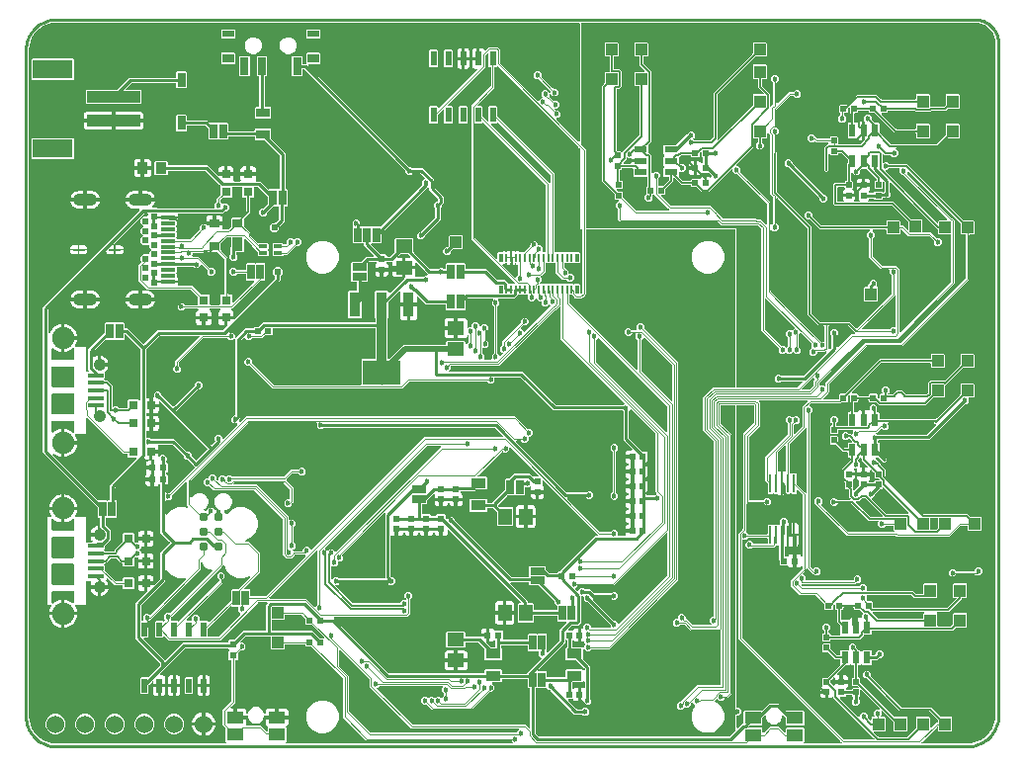
<source format=gbr>
G04 EAGLE Gerber RS-274X export*
G75*
%MOMM*%
%FSLAX34Y34*%
%LPD*%
%INTop Copper*%
%IPPOS*%
%AMOC8*
5,1,8,0,0,1.08239X$1,22.5*%
G01*
%ADD10R,1.300000X0.900000*%
%ADD11R,0.635000X1.270000*%
%ADD12R,1.270000X0.635000*%
%ADD13R,0.230000X0.700000*%
%ADD14R,0.350000X0.660000*%
%ADD15R,0.950000X2.150000*%
%ADD16R,3.250000X2.150000*%
%ADD17R,1.450000X1.150000*%
%ADD18R,0.620000X0.620000*%
%ADD19R,0.279400X1.574800*%
%ADD20R,0.508000X1.270000*%
%ADD21C,0.787400*%
%ADD22R,0.500000X0.500000*%
%ADD23R,4.600000X1.000000*%
%ADD24R,3.400000X1.600000*%
%ADD25R,0.700000X1.200000*%
%ADD26R,1.200000X0.800000*%
%ADD27R,0.700000X1.500000*%
%ADD28R,1.000000X0.600000*%
%ADD29R,1.000000X0.800000*%
%ADD30R,1.150000X1.450000*%
%ADD31R,1.400000X1.050000*%
%ADD32C,1.524000*%
%ADD33R,0.950000X1.000000*%
%ADD34R,0.800000X0.800000*%
%ADD35R,1.000000X0.200000*%
%ADD36R,1.200000X0.300000*%
%ADD37C,0.604000*%
%ADD38C,1.000000*%
%ADD39R,0.700000X0.300000*%
%ADD40R,1.100000X0.600000*%
%ADD41R,1.000000X1.000000*%
%ADD42R,0.600000X1.100000*%
%ADD43R,0.900000X1.200000*%
%ADD44R,0.900000X0.800000*%
%ADD45R,1.350000X0.400000*%
%ADD46C,1.050000*%
%ADD47C,1.900000*%
%ADD48C,0.127000*%
%ADD49C,0.254000*%
%ADD50C,0.454000*%
%ADD51C,0.152400*%
%ADD52C,0.812800*%
%ADD53C,0.508000*%
%ADD54C,0.101600*%
%ADD55C,0.254000*%

G36*
X-57216Y2552D02*
X-57216Y2552D01*
X-57144Y2554D01*
X-57095Y2572D01*
X-57044Y2580D01*
X-56980Y2614D01*
X-56913Y2639D01*
X-56872Y2671D01*
X-56826Y2696D01*
X-56777Y2748D01*
X-56721Y2792D01*
X-56693Y2836D01*
X-56657Y2874D01*
X-56627Y2939D01*
X-56588Y2999D01*
X-56575Y3050D01*
X-56553Y3097D01*
X-56545Y3168D01*
X-56528Y3238D01*
X-56532Y3290D01*
X-56526Y3341D01*
X-56541Y3412D01*
X-56547Y3483D01*
X-56567Y3531D01*
X-56578Y3582D01*
X-56615Y3643D01*
X-56643Y3709D01*
X-56688Y3765D01*
X-56705Y3793D01*
X-56722Y3808D01*
X-56748Y3840D01*
X-57513Y4605D01*
X-57513Y15417D01*
X-57527Y15507D01*
X-57535Y15598D01*
X-57547Y15628D01*
X-57552Y15660D01*
X-57595Y15741D01*
X-57631Y15824D01*
X-57657Y15857D01*
X-57668Y15877D01*
X-57691Y15899D01*
X-57736Y15955D01*
X-59945Y18164D01*
X-59945Y31112D01*
X-52548Y38509D01*
X-52495Y38583D01*
X-52435Y38652D01*
X-52423Y38682D01*
X-52404Y38708D01*
X-52377Y38795D01*
X-52343Y38880D01*
X-52339Y38921D01*
X-52332Y38943D01*
X-52333Y38976D01*
X-52325Y39047D01*
X-52325Y73172D01*
X-52328Y73192D01*
X-52326Y73211D01*
X-52348Y73313D01*
X-52364Y73415D01*
X-52374Y73432D01*
X-52378Y73452D01*
X-52431Y73541D01*
X-52480Y73632D01*
X-52494Y73646D01*
X-52504Y73663D01*
X-52583Y73730D01*
X-52658Y73802D01*
X-52676Y73810D01*
X-52691Y73823D01*
X-52787Y73862D01*
X-52881Y73905D01*
X-52901Y73907D01*
X-52919Y73915D01*
X-53086Y73933D01*
X-54321Y73933D01*
X-54917Y74529D01*
X-54917Y81571D01*
X-54476Y82012D01*
X-54465Y82028D01*
X-54449Y82040D01*
X-54393Y82128D01*
X-54333Y82211D01*
X-54327Y82230D01*
X-54316Y82247D01*
X-54291Y82348D01*
X-54260Y82447D01*
X-54261Y82466D01*
X-54256Y82486D01*
X-54264Y82589D01*
X-54267Y82692D01*
X-54274Y82711D01*
X-54275Y82731D01*
X-54315Y82826D01*
X-54351Y82923D01*
X-54364Y82939D01*
X-54371Y82957D01*
X-54476Y83088D01*
X-54967Y83579D01*
X-54970Y83592D01*
X-55023Y83681D01*
X-55072Y83772D01*
X-55086Y83786D01*
X-55096Y83803D01*
X-55175Y83870D01*
X-55250Y83942D01*
X-55268Y83950D01*
X-55283Y83963D01*
X-55379Y84002D01*
X-55473Y84045D01*
X-55493Y84047D01*
X-55511Y84055D01*
X-55678Y84073D01*
X-91701Y84073D01*
X-91792Y84059D01*
X-91882Y84051D01*
X-91912Y84039D01*
X-91944Y84034D01*
X-92025Y83991D01*
X-92109Y83955D01*
X-92141Y83929D01*
X-92162Y83918D01*
X-92184Y83895D01*
X-92240Y83850D01*
X-109258Y66832D01*
X-113830Y62260D01*
X-113872Y62202D01*
X-113921Y62150D01*
X-113943Y62103D01*
X-113973Y62061D01*
X-113994Y61992D01*
X-114025Y61927D01*
X-114030Y61875D01*
X-114046Y61825D01*
X-114044Y61754D01*
X-114052Y61683D01*
X-114041Y61632D01*
X-114039Y61580D01*
X-114015Y61512D01*
X-114000Y61442D01*
X-113973Y61398D01*
X-113955Y61349D01*
X-113910Y61293D01*
X-113873Y61231D01*
X-113834Y61197D01*
X-113801Y61157D01*
X-113741Y61118D01*
X-113686Y61071D01*
X-113638Y61052D01*
X-113594Y61024D01*
X-113525Y61006D01*
X-113458Y60979D01*
X-113387Y60971D01*
X-113356Y60963D01*
X-113332Y60965D01*
X-113292Y60961D01*
X-111426Y60961D01*
X-110779Y60788D01*
X-110200Y60453D01*
X-109727Y59980D01*
X-109392Y59401D01*
X-109219Y58754D01*
X-109219Y53339D01*
X-113792Y53339D01*
X-113811Y53336D01*
X-113831Y53338D01*
X-113933Y53316D01*
X-114035Y53300D01*
X-114052Y53290D01*
X-114072Y53286D01*
X-114161Y53233D01*
X-114252Y53184D01*
X-114266Y53170D01*
X-114283Y53160D01*
X-114304Y53135D01*
X-114305Y53136D01*
X-114380Y53208D01*
X-114398Y53216D01*
X-114413Y53229D01*
X-114510Y53268D01*
X-114603Y53311D01*
X-114623Y53313D01*
X-114641Y53321D01*
X-114808Y53339D01*
X-119381Y53339D01*
X-119381Y54872D01*
X-119392Y54942D01*
X-119394Y55014D01*
X-119412Y55063D01*
X-119420Y55114D01*
X-119454Y55177D01*
X-119479Y55245D01*
X-119511Y55286D01*
X-119536Y55332D01*
X-119587Y55381D01*
X-119632Y55437D01*
X-119676Y55465D01*
X-119714Y55501D01*
X-119779Y55531D01*
X-119839Y55570D01*
X-119890Y55583D01*
X-119937Y55605D01*
X-120008Y55613D01*
X-120078Y55630D01*
X-120130Y55626D01*
X-120181Y55632D01*
X-120252Y55617D01*
X-120323Y55611D01*
X-120371Y55591D01*
X-120422Y55580D01*
X-120483Y55543D01*
X-120549Y55515D01*
X-120605Y55470D01*
X-120633Y55453D01*
X-120648Y55436D01*
X-120680Y55410D01*
X-123220Y52870D01*
X-123273Y52796D01*
X-123333Y52726D01*
X-123345Y52696D01*
X-123364Y52670D01*
X-123391Y52583D01*
X-123425Y52498D01*
X-123429Y52457D01*
X-123436Y52435D01*
X-123435Y52403D01*
X-123443Y52332D01*
X-123443Y45299D01*
X-124039Y44703D01*
X-129961Y44703D01*
X-130557Y45299D01*
X-130557Y58841D01*
X-129961Y59437D01*
X-124008Y59437D01*
X-124002Y59433D01*
X-123919Y59373D01*
X-123900Y59367D01*
X-123883Y59356D01*
X-123782Y59331D01*
X-123684Y59300D01*
X-123664Y59301D01*
X-123644Y59296D01*
X-123541Y59304D01*
X-123438Y59307D01*
X-123419Y59313D01*
X-123399Y59315D01*
X-123304Y59355D01*
X-123207Y59391D01*
X-123191Y59404D01*
X-123173Y59411D01*
X-123042Y59516D01*
X-114254Y68304D01*
X-114201Y68378D01*
X-114141Y68448D01*
X-114129Y68478D01*
X-114110Y68504D01*
X-114083Y68591D01*
X-114049Y68676D01*
X-114045Y68717D01*
X-114038Y68739D01*
X-114039Y68771D01*
X-114031Y68843D01*
X-114031Y71365D01*
X-114045Y71456D01*
X-114053Y71546D01*
X-114065Y71576D01*
X-114070Y71608D01*
X-114113Y71689D01*
X-114149Y71773D01*
X-114175Y71805D01*
X-114186Y71826D01*
X-114209Y71848D01*
X-114254Y71904D01*
X-134367Y92017D01*
X-134367Y122867D01*
X-124550Y132684D01*
X-124497Y132758D01*
X-124437Y132828D01*
X-124425Y132858D01*
X-124406Y132884D01*
X-124379Y132971D01*
X-124345Y133056D01*
X-124341Y133097D01*
X-124334Y133119D01*
X-124335Y133151D01*
X-124327Y133222D01*
X-124327Y138177D01*
X-119372Y138177D01*
X-119282Y138192D01*
X-119191Y138199D01*
X-119162Y138211D01*
X-119130Y138217D01*
X-119049Y138259D01*
X-118965Y138295D01*
X-118933Y138321D01*
X-118912Y138332D01*
X-118890Y138355D01*
X-118834Y138400D01*
X-113762Y143472D01*
X-113709Y143546D01*
X-113649Y143616D01*
X-113637Y143646D01*
X-113618Y143672D01*
X-113591Y143759D01*
X-113557Y143844D01*
X-113553Y143885D01*
X-113546Y143907D01*
X-113547Y143939D01*
X-113539Y144011D01*
X-113539Y166047D01*
X-105626Y173960D01*
X-105615Y173976D01*
X-105599Y173988D01*
X-105543Y174076D01*
X-105483Y174159D01*
X-105477Y174178D01*
X-105466Y174195D01*
X-105441Y174296D01*
X-105410Y174395D01*
X-105411Y174414D01*
X-105406Y174434D01*
X-105414Y174537D01*
X-105417Y174640D01*
X-105424Y174659D01*
X-105425Y174679D01*
X-105465Y174774D01*
X-105501Y174871D01*
X-105514Y174887D01*
X-105521Y174905D01*
X-105626Y175036D01*
X-111976Y181386D01*
X-113539Y182949D01*
X-113539Y216162D01*
X-113553Y216252D01*
X-113561Y216343D01*
X-113573Y216372D01*
X-113578Y216404D01*
X-113611Y216465D01*
X-113611Y223722D01*
X-113614Y223742D01*
X-113612Y223761D01*
X-113634Y223863D01*
X-113650Y223965D01*
X-113660Y223982D01*
X-113664Y224002D01*
X-113717Y224091D01*
X-113766Y224182D01*
X-113780Y224196D01*
X-113790Y224213D01*
X-113869Y224280D01*
X-113944Y224352D01*
X-113962Y224360D01*
X-113977Y224373D01*
X-114073Y224412D01*
X-114167Y224455D01*
X-114187Y224457D01*
X-114205Y224465D01*
X-114372Y224483D01*
X-114438Y224483D01*
X-114504Y224472D01*
X-114572Y224471D01*
X-114625Y224453D01*
X-114680Y224444D01*
X-114740Y224412D01*
X-114804Y224389D01*
X-114848Y224355D01*
X-114898Y224328D01*
X-114944Y224280D01*
X-114998Y224238D01*
X-115045Y224174D01*
X-115067Y224150D01*
X-115076Y224131D01*
X-115097Y224103D01*
X-115191Y223940D01*
X-115664Y223467D01*
X-116243Y223132D01*
X-116890Y222959D01*
X-118801Y222959D01*
X-118801Y227838D01*
X-118804Y227858D01*
X-118802Y227877D01*
X-118824Y227979D01*
X-118841Y228081D01*
X-118850Y228098D01*
X-118854Y228118D01*
X-118907Y228207D01*
X-118956Y228298D01*
X-118970Y228312D01*
X-118980Y228329D01*
X-119059Y228396D01*
X-119134Y228467D01*
X-119152Y228476D01*
X-119167Y228489D01*
X-119263Y228528D01*
X-119357Y228571D01*
X-119377Y228573D01*
X-119395Y228581D01*
X-119562Y228599D01*
X-120325Y228599D01*
X-120325Y228601D01*
X-119562Y228601D01*
X-119542Y228604D01*
X-119523Y228602D01*
X-119421Y228624D01*
X-119319Y228641D01*
X-119302Y228650D01*
X-119282Y228654D01*
X-119193Y228707D01*
X-119102Y228756D01*
X-119088Y228770D01*
X-119071Y228780D01*
X-119004Y228859D01*
X-118933Y228934D01*
X-118924Y228952D01*
X-118911Y228967D01*
X-118872Y229063D01*
X-118829Y229157D01*
X-118827Y229177D01*
X-118819Y229195D01*
X-118801Y229362D01*
X-118801Y234439D01*
X-118750Y234499D01*
X-118679Y234574D01*
X-118670Y234592D01*
X-118657Y234607D01*
X-118618Y234703D01*
X-118575Y234797D01*
X-118573Y234817D01*
X-118565Y234835D01*
X-118547Y235002D01*
X-118547Y238252D01*
X-118550Y238272D01*
X-118548Y238291D01*
X-118570Y238393D01*
X-118587Y238495D01*
X-118596Y238512D01*
X-118600Y238532D01*
X-118653Y238621D01*
X-118702Y238712D01*
X-118716Y238726D01*
X-118726Y238743D01*
X-118805Y238810D01*
X-118880Y238881D01*
X-118898Y238890D01*
X-118913Y238903D01*
X-119009Y238942D01*
X-119103Y238985D01*
X-119123Y238987D01*
X-119141Y238995D01*
X-119308Y239013D01*
X-120071Y239013D01*
X-120071Y239015D01*
X-119308Y239015D01*
X-119288Y239018D01*
X-119269Y239016D01*
X-119167Y239038D01*
X-119065Y239055D01*
X-119048Y239064D01*
X-119028Y239068D01*
X-118939Y239121D01*
X-118848Y239170D01*
X-118834Y239184D01*
X-118817Y239194D01*
X-118750Y239273D01*
X-118679Y239348D01*
X-118670Y239366D01*
X-118657Y239381D01*
X-118618Y239477D01*
X-118575Y239571D01*
X-118573Y239591D01*
X-118565Y239609D01*
X-118547Y239776D01*
X-118547Y245174D01*
X-118550Y245194D01*
X-118548Y245213D01*
X-118570Y245315D01*
X-118587Y245417D01*
X-118596Y245434D01*
X-118600Y245454D01*
X-118653Y245543D01*
X-118702Y245634D01*
X-118716Y245648D01*
X-118726Y245665D01*
X-118805Y245732D01*
X-118880Y245804D01*
X-118898Y245812D01*
X-118913Y245825D01*
X-119009Y245864D01*
X-119103Y245907D01*
X-119123Y245909D01*
X-119141Y245917D01*
X-119308Y245935D01*
X-120009Y245935D01*
X-120009Y250953D01*
X-114991Y250953D01*
X-114991Y248873D01*
X-114980Y248802D01*
X-114978Y248730D01*
X-114960Y248681D01*
X-114952Y248630D01*
X-114918Y248567D01*
X-114893Y248499D01*
X-114861Y248459D01*
X-114836Y248413D01*
X-114784Y248363D01*
X-114740Y248307D01*
X-114696Y248279D01*
X-114658Y248243D01*
X-114593Y248213D01*
X-114533Y248174D01*
X-114482Y248161D01*
X-114435Y248140D01*
X-114364Y248132D01*
X-114294Y248114D01*
X-114242Y248118D01*
X-114191Y248112D01*
X-114120Y248128D01*
X-114049Y248133D01*
X-114001Y248154D01*
X-113950Y248165D01*
X-113889Y248202D01*
X-113823Y248230D01*
X-113767Y248274D01*
X-113739Y248291D01*
X-113724Y248309D01*
X-113692Y248334D01*
X-112613Y249413D01*
X-109891Y249413D01*
X-107965Y247487D01*
X-107965Y244765D01*
X-108300Y244430D01*
X-108342Y244372D01*
X-108391Y244320D01*
X-108413Y244273D01*
X-108443Y244231D01*
X-108464Y244162D01*
X-108494Y244097D01*
X-108500Y244045D01*
X-108516Y243995D01*
X-108514Y243924D01*
X-108522Y243853D01*
X-108510Y243802D01*
X-108509Y243750D01*
X-108485Y243682D01*
X-108469Y243612D01*
X-108443Y243567D01*
X-108425Y243519D01*
X-108380Y243463D01*
X-108343Y243401D01*
X-108303Y243367D01*
X-108271Y243327D01*
X-108211Y243288D01*
X-108156Y243241D01*
X-108108Y243222D01*
X-108064Y243194D01*
X-107995Y243176D01*
X-107928Y243149D01*
X-107857Y243141D01*
X-107826Y243133D01*
X-107802Y243135D01*
X-107761Y243131D01*
X-107549Y243131D01*
X-106953Y242535D01*
X-106953Y235493D01*
X-107549Y234897D01*
X-108022Y234897D01*
X-108042Y234894D01*
X-108061Y234896D01*
X-108163Y234874D01*
X-108265Y234858D01*
X-108282Y234848D01*
X-108302Y234844D01*
X-108391Y234791D01*
X-108482Y234742D01*
X-108496Y234728D01*
X-108513Y234718D01*
X-108580Y234639D01*
X-108652Y234564D01*
X-108660Y234546D01*
X-108673Y234531D01*
X-108712Y234435D01*
X-108755Y234341D01*
X-108757Y234321D01*
X-108765Y234303D01*
X-108783Y234136D01*
X-108783Y233478D01*
X-108780Y233458D01*
X-108782Y233439D01*
X-108760Y233337D01*
X-108744Y233235D01*
X-108734Y233218D01*
X-108730Y233198D01*
X-108677Y233109D01*
X-108628Y233018D01*
X-108614Y233004D01*
X-108604Y232987D01*
X-108525Y232920D01*
X-108450Y232848D01*
X-108432Y232840D01*
X-108417Y232827D01*
X-108321Y232788D01*
X-108227Y232745D01*
X-108207Y232743D01*
X-108189Y232735D01*
X-108022Y232717D01*
X-107803Y232717D01*
X-107207Y232121D01*
X-107207Y225079D01*
X-107803Y224483D01*
X-108276Y224483D01*
X-108296Y224480D01*
X-108315Y224482D01*
X-108417Y224460D01*
X-108519Y224444D01*
X-108536Y224434D01*
X-108556Y224430D01*
X-108645Y224377D01*
X-108736Y224328D01*
X-108750Y224314D01*
X-108767Y224304D01*
X-108834Y224225D01*
X-108906Y224150D01*
X-108914Y224132D01*
X-108927Y224117D01*
X-108966Y224021D01*
X-109009Y223927D01*
X-109011Y223907D01*
X-109019Y223889D01*
X-109037Y223722D01*
X-109037Y218759D01*
X-109023Y218668D01*
X-109015Y218578D01*
X-109003Y218548D01*
X-108998Y218516D01*
X-108965Y218455D01*
X-108965Y217916D01*
X-108962Y217896D01*
X-108964Y217877D01*
X-108942Y217775D01*
X-108926Y217673D01*
X-108916Y217656D01*
X-108912Y217636D01*
X-108859Y217547D01*
X-108810Y217456D01*
X-108796Y217442D01*
X-108786Y217425D01*
X-108707Y217358D01*
X-108632Y217286D01*
X-108614Y217278D01*
X-108599Y217265D01*
X-108503Y217226D01*
X-108409Y217183D01*
X-108389Y217181D01*
X-108371Y217173D01*
X-108204Y217155D01*
X-105865Y217155D01*
X-105775Y217169D01*
X-105684Y217177D01*
X-105654Y217189D01*
X-105622Y217194D01*
X-105541Y217237D01*
X-105458Y217273D01*
X-105425Y217299D01*
X-105405Y217310D01*
X-105383Y217333D01*
X-105327Y217378D01*
X-84259Y238445D01*
X-84248Y238461D01*
X-84232Y238474D01*
X-84176Y238561D01*
X-84116Y238645D01*
X-84110Y238664D01*
X-84099Y238680D01*
X-84074Y238781D01*
X-84043Y238880D01*
X-84044Y238900D01*
X-84039Y238919D01*
X-84047Y239022D01*
X-84050Y239126D01*
X-84057Y239144D01*
X-84058Y239164D01*
X-84099Y239259D01*
X-84134Y239357D01*
X-84147Y239372D01*
X-84155Y239390D01*
X-84259Y239521D01*
X-90148Y245410D01*
X-90222Y245463D01*
X-90292Y245523D01*
X-90322Y245535D01*
X-90348Y245554D01*
X-90435Y245581D01*
X-90520Y245615D01*
X-90561Y245619D01*
X-90583Y245626D01*
X-90615Y245625D01*
X-90687Y245633D01*
X-91531Y245633D01*
X-93457Y247559D01*
X-93457Y248403D01*
X-93471Y248494D01*
X-93479Y248584D01*
X-93491Y248614D01*
X-93496Y248646D01*
X-93539Y248727D01*
X-93575Y248811D01*
X-93601Y248843D01*
X-93612Y248864D01*
X-93635Y248886D01*
X-93653Y248908D01*
X-93657Y248915D01*
X-93662Y248919D01*
X-93680Y248942D01*
X-103061Y258323D01*
X-103135Y258376D01*
X-103205Y258436D01*
X-103235Y258448D01*
X-103261Y258467D01*
X-103348Y258494D01*
X-103433Y258528D01*
X-103474Y258532D01*
X-103496Y258539D01*
X-103528Y258538D01*
X-103600Y258546D01*
X-114475Y258546D01*
X-114569Y258531D01*
X-114664Y258522D01*
X-114690Y258511D01*
X-114718Y258507D01*
X-114802Y258462D01*
X-114890Y258423D01*
X-114910Y258405D01*
X-114935Y258391D01*
X-115001Y258322D01*
X-115071Y258258D01*
X-115085Y258233D01*
X-115104Y258213D01*
X-115145Y258127D01*
X-115191Y258043D01*
X-115196Y258015D01*
X-115208Y257990D01*
X-115219Y257895D01*
X-115236Y257801D01*
X-115232Y257773D01*
X-115235Y257746D01*
X-115215Y257652D01*
X-115202Y257558D01*
X-115187Y257526D01*
X-115183Y257505D01*
X-115173Y257488D01*
X-114991Y256810D01*
X-114991Y253999D01*
X-120770Y253999D01*
X-120790Y253996D01*
X-120809Y253998D01*
X-120911Y253976D01*
X-121013Y253959D01*
X-121030Y253950D01*
X-121050Y253946D01*
X-121139Y253893D01*
X-121230Y253844D01*
X-121244Y253830D01*
X-121261Y253820D01*
X-121328Y253741D01*
X-121399Y253666D01*
X-121408Y253648D01*
X-121421Y253633D01*
X-121460Y253537D01*
X-121503Y253443D01*
X-121505Y253423D01*
X-121513Y253405D01*
X-121531Y253238D01*
X-121531Y252475D01*
X-122294Y252475D01*
X-122314Y252472D01*
X-122333Y252474D01*
X-122435Y252452D01*
X-122537Y252435D01*
X-122554Y252426D01*
X-122574Y252422D01*
X-122663Y252369D01*
X-122754Y252320D01*
X-122768Y252306D01*
X-122785Y252296D01*
X-122852Y252217D01*
X-122923Y252142D01*
X-122932Y252124D01*
X-122945Y252109D01*
X-122984Y252013D01*
X-123027Y251919D01*
X-123029Y251899D01*
X-123037Y251881D01*
X-123055Y251714D01*
X-123055Y245416D01*
X-123052Y245396D01*
X-123054Y245377D01*
X-123032Y245275D01*
X-123015Y245173D01*
X-123006Y245156D01*
X-123002Y245136D01*
X-122949Y245047D01*
X-122900Y244956D01*
X-122886Y244942D01*
X-122876Y244925D01*
X-122797Y244858D01*
X-122722Y244786D01*
X-122704Y244778D01*
X-122689Y244765D01*
X-122593Y244726D01*
X-122499Y244683D01*
X-122479Y244681D01*
X-122461Y244673D01*
X-122294Y244655D01*
X-121593Y244655D01*
X-121593Y240537D01*
X-125711Y240537D01*
X-125711Y242449D01*
X-125538Y243095D01*
X-125203Y243674D01*
X-124730Y244147D01*
X-124093Y244515D01*
X-124056Y244545D01*
X-124014Y244568D01*
X-123961Y244623D01*
X-123903Y244671D01*
X-123877Y244711D01*
X-123844Y244746D01*
X-123812Y244815D01*
X-123772Y244879D01*
X-123761Y244925D01*
X-123741Y244969D01*
X-123732Y245044D01*
X-123715Y245118D01*
X-123719Y245166D01*
X-123714Y245213D01*
X-123730Y245288D01*
X-123736Y245363D01*
X-123756Y245407D01*
X-123766Y245454D01*
X-123805Y245519D01*
X-123835Y245588D01*
X-123867Y245624D01*
X-123892Y245665D01*
X-123950Y245714D01*
X-124001Y245770D01*
X-124042Y245794D01*
X-124079Y245825D01*
X-124149Y245853D01*
X-124215Y245890D01*
X-124263Y245899D01*
X-124307Y245917D01*
X-124435Y245931D01*
X-124457Y245935D01*
X-124464Y245934D01*
X-124474Y245935D01*
X-125866Y245935D01*
X-126513Y246108D01*
X-126692Y246212D01*
X-126733Y246228D01*
X-126770Y246251D01*
X-126847Y246271D01*
X-126922Y246299D01*
X-126966Y246301D01*
X-127009Y246311D01*
X-127088Y246305D01*
X-127168Y246308D01*
X-127210Y246296D01*
X-127254Y246292D01*
X-127327Y246261D01*
X-127404Y246238D01*
X-127440Y246213D01*
X-127480Y246196D01*
X-127594Y246105D01*
X-127605Y246097D01*
X-127607Y246094D01*
X-127611Y246091D01*
X-151922Y221780D01*
X-151975Y221706D01*
X-152035Y221636D01*
X-152047Y221606D01*
X-152066Y221580D01*
X-152093Y221493D01*
X-152127Y221408D01*
X-152131Y221367D01*
X-152138Y221345D01*
X-152137Y221313D01*
X-152145Y221241D01*
X-152145Y211328D01*
X-152142Y211308D01*
X-152144Y211289D01*
X-152122Y211187D01*
X-152106Y211085D01*
X-152096Y211068D01*
X-152092Y211048D01*
X-152039Y210959D01*
X-151990Y210868D01*
X-151976Y210854D01*
X-151966Y210837D01*
X-151887Y210770D01*
X-151812Y210698D01*
X-151794Y210690D01*
X-151779Y210677D01*
X-151683Y210638D01*
X-151589Y210595D01*
X-151569Y210593D01*
X-151551Y210585D01*
X-151384Y210567D01*
X-151090Y210567D01*
X-150494Y209971D01*
X-150494Y196429D01*
X-151090Y195833D01*
X-158308Y195833D01*
X-158328Y195846D01*
X-158411Y195906D01*
X-158430Y195912D01*
X-158447Y195923D01*
X-158548Y195948D01*
X-158646Y195979D01*
X-158666Y195978D01*
X-158686Y195983D01*
X-158789Y195975D01*
X-158892Y195972D01*
X-158911Y195966D01*
X-158931Y195964D01*
X-159026Y195924D01*
X-159123Y195888D01*
X-159139Y195875D01*
X-159157Y195868D01*
X-159200Y195833D01*
X-159766Y195833D01*
X-159786Y195830D01*
X-159805Y195832D01*
X-159907Y195810D01*
X-160009Y195794D01*
X-160026Y195784D01*
X-160046Y195780D01*
X-160135Y195727D01*
X-160226Y195678D01*
X-160240Y195664D01*
X-160257Y195654D01*
X-160324Y195575D01*
X-160396Y195500D01*
X-160404Y195482D01*
X-160417Y195467D01*
X-160456Y195371D01*
X-160499Y195277D01*
X-160501Y195257D01*
X-160509Y195239D01*
X-160527Y195072D01*
X-160527Y190134D01*
X-160513Y190044D01*
X-160505Y189953D01*
X-160493Y189923D01*
X-160488Y189891D01*
X-160445Y189811D01*
X-160409Y189727D01*
X-160383Y189695D01*
X-160372Y189674D01*
X-160349Y189652D01*
X-160304Y189596D01*
X-155777Y185069D01*
X-155777Y176931D01*
X-160860Y171848D01*
X-160913Y171774D01*
X-160973Y171705D01*
X-160985Y171675D01*
X-161004Y171648D01*
X-161031Y171562D01*
X-161065Y171477D01*
X-161069Y171436D01*
X-161076Y171413D01*
X-161075Y171381D01*
X-161083Y171310D01*
X-161083Y169329D01*
X-161374Y169038D01*
X-161385Y169022D01*
X-161401Y169010D01*
X-161457Y168923D01*
X-161458Y168921D01*
X-161459Y168920D01*
X-161517Y168839D01*
X-161523Y168820D01*
X-161534Y168803D01*
X-161558Y168706D01*
X-161562Y168698D01*
X-161563Y168692D01*
X-161590Y168604D01*
X-161589Y168584D01*
X-161594Y168564D01*
X-161587Y168472D01*
X-161589Y168454D01*
X-161585Y168437D01*
X-161583Y168358D01*
X-161576Y168339D01*
X-161575Y168319D01*
X-161544Y168246D01*
X-161537Y168213D01*
X-161521Y168187D01*
X-161499Y168127D01*
X-161486Y168111D01*
X-161479Y168093D01*
X-161423Y168023D01*
X-161411Y168002D01*
X-161397Y167991D01*
X-161374Y167962D01*
X-161083Y167671D01*
X-161083Y167663D01*
X-161080Y167643D01*
X-161082Y167624D01*
X-161060Y167522D01*
X-161044Y167420D01*
X-161034Y167403D01*
X-161030Y167383D01*
X-160977Y167294D01*
X-160928Y167203D01*
X-160914Y167189D01*
X-160904Y167172D01*
X-160825Y167105D01*
X-160750Y167033D01*
X-160732Y167025D01*
X-160717Y167012D01*
X-160621Y166973D01*
X-160527Y166930D01*
X-160507Y166928D01*
X-160489Y166920D01*
X-160322Y166902D01*
X-155906Y166902D01*
X-155878Y166875D01*
X-155805Y166822D01*
X-155735Y166762D01*
X-155705Y166750D01*
X-155679Y166731D01*
X-155592Y166704D01*
X-155507Y166670D01*
X-155466Y166666D01*
X-155444Y166659D01*
X-155411Y166660D01*
X-155340Y166652D01*
X-153130Y166652D01*
X-153040Y166666D01*
X-152949Y166674D01*
X-152919Y166686D01*
X-152887Y166691D01*
X-152806Y166734D01*
X-152722Y166770D01*
X-152690Y166796D01*
X-152670Y166806D01*
X-152647Y166830D01*
X-152591Y166875D01*
X-152485Y166981D01*
X-152432Y167055D01*
X-152372Y167124D01*
X-152360Y167155D01*
X-152341Y167181D01*
X-152315Y167268D01*
X-152280Y167353D01*
X-152276Y167394D01*
X-152269Y167416D01*
X-152270Y167448D01*
X-152262Y167519D01*
X-152262Y168724D01*
X-146090Y174896D01*
X-146037Y174970D01*
X-145977Y175040D01*
X-145965Y175070D01*
X-145946Y175096D01*
X-145919Y175183D01*
X-145885Y175268D01*
X-145881Y175309D01*
X-145874Y175331D01*
X-145875Y175363D01*
X-145867Y175435D01*
X-145867Y182221D01*
X-145271Y182817D01*
X-136429Y182817D01*
X-135833Y182221D01*
X-135833Y175434D01*
X-135819Y175344D01*
X-135811Y175253D01*
X-135799Y175224D01*
X-135794Y175192D01*
X-135751Y175111D01*
X-135715Y175027D01*
X-135689Y174995D01*
X-135678Y174974D01*
X-135655Y174952D01*
X-135610Y174896D01*
X-135404Y174690D01*
X-135330Y174637D01*
X-135260Y174577D01*
X-135230Y174565D01*
X-135204Y174546D01*
X-135117Y174519D01*
X-135032Y174485D01*
X-134991Y174481D01*
X-134969Y174474D01*
X-134937Y174475D01*
X-134866Y174467D01*
X-133152Y174467D01*
X-133132Y174470D01*
X-133113Y174468D01*
X-133011Y174490D01*
X-132909Y174506D01*
X-132892Y174516D01*
X-132872Y174520D01*
X-132783Y174573D01*
X-132692Y174622D01*
X-132678Y174636D01*
X-132661Y174646D01*
X-132594Y174725D01*
X-132522Y174800D01*
X-132514Y174818D01*
X-132501Y174833D01*
X-132462Y174929D01*
X-132419Y175023D01*
X-132417Y175043D01*
X-132409Y175061D01*
X-132391Y175228D01*
X-132391Y176277D01*
X-127373Y176277D01*
X-127373Y171259D01*
X-129302Y171259D01*
X-129322Y171256D01*
X-129341Y171258D01*
X-129443Y171236D01*
X-129545Y171220D01*
X-129562Y171210D01*
X-129582Y171206D01*
X-129671Y171153D01*
X-129762Y171104D01*
X-129776Y171090D01*
X-129793Y171080D01*
X-129860Y171001D01*
X-129932Y170926D01*
X-129940Y170908D01*
X-129953Y170893D01*
X-129992Y170797D01*
X-130035Y170703D01*
X-130037Y170683D01*
X-130045Y170665D01*
X-130063Y170498D01*
X-130063Y169819D01*
X-131069Y168813D01*
X-131080Y168797D01*
X-131096Y168785D01*
X-131152Y168697D01*
X-131212Y168614D01*
X-131218Y168595D01*
X-131229Y168578D01*
X-131254Y168477D01*
X-131284Y168378D01*
X-131284Y168359D01*
X-131289Y168339D01*
X-131281Y168236D01*
X-131278Y168133D01*
X-131271Y168114D01*
X-131270Y168094D01*
X-131229Y167999D01*
X-131194Y167902D01*
X-131181Y167886D01*
X-131173Y167868D01*
X-131069Y167737D01*
X-130063Y166731D01*
X-130063Y166052D01*
X-130060Y166032D01*
X-130062Y166013D01*
X-130040Y165911D01*
X-130024Y165809D01*
X-130014Y165792D01*
X-130010Y165772D01*
X-129957Y165683D01*
X-129908Y165592D01*
X-129894Y165578D01*
X-129884Y165561D01*
X-129805Y165494D01*
X-129730Y165422D01*
X-129712Y165414D01*
X-129697Y165401D01*
X-129601Y165362D01*
X-129507Y165319D01*
X-129487Y165317D01*
X-129469Y165309D01*
X-129302Y165291D01*
X-127373Y165291D01*
X-127373Y160273D01*
X-132391Y160273D01*
X-132391Y161322D01*
X-132394Y161342D01*
X-132392Y161361D01*
X-132414Y161463D01*
X-132430Y161565D01*
X-132440Y161582D01*
X-132444Y161602D01*
X-132497Y161691D01*
X-132546Y161782D01*
X-132560Y161796D01*
X-132570Y161813D01*
X-132649Y161880D01*
X-132724Y161952D01*
X-132742Y161960D01*
X-132757Y161973D01*
X-132853Y162012D01*
X-132947Y162055D01*
X-132967Y162057D01*
X-132985Y162065D01*
X-133152Y162083D01*
X-134865Y162083D01*
X-134955Y162069D01*
X-135046Y162061D01*
X-135076Y162049D01*
X-135108Y162044D01*
X-135189Y162001D01*
X-135273Y161965D01*
X-135305Y161939D01*
X-135326Y161928D01*
X-135348Y161905D01*
X-135404Y161860D01*
X-135610Y161654D01*
X-135663Y161580D01*
X-135723Y161510D01*
X-135735Y161480D01*
X-135754Y161454D01*
X-135781Y161367D01*
X-135815Y161282D01*
X-135819Y161241D01*
X-135826Y161219D01*
X-135825Y161187D01*
X-135833Y161116D01*
X-135833Y154329D01*
X-136429Y153733D01*
X-145271Y153733D01*
X-145867Y154329D01*
X-145867Y156337D01*
X-145868Y156347D01*
X-145868Y156353D01*
X-145870Y156361D01*
X-145868Y156376D01*
X-145890Y156478D01*
X-145906Y156580D01*
X-145916Y156597D01*
X-145920Y156617D01*
X-145973Y156706D01*
X-146022Y156797D01*
X-146036Y156811D01*
X-146046Y156828D01*
X-146125Y156895D01*
X-146200Y156967D01*
X-146218Y156975D01*
X-146233Y156988D01*
X-146329Y157027D01*
X-146423Y157070D01*
X-146443Y157072D01*
X-146461Y157080D01*
X-146628Y157098D01*
X-147277Y157098D01*
X-150764Y160585D01*
X-150838Y160638D01*
X-150907Y160698D01*
X-150938Y160710D01*
X-150964Y160729D01*
X-151051Y160756D01*
X-151136Y160790D01*
X-151177Y160794D01*
X-151199Y160801D01*
X-151231Y160800D01*
X-151302Y160808D01*
X-155442Y160808D01*
X-155532Y160793D01*
X-155623Y160786D01*
X-155653Y160774D01*
X-155685Y160768D01*
X-155765Y160726D01*
X-155849Y160690D01*
X-155881Y160664D01*
X-155902Y160653D01*
X-155924Y160630D01*
X-155980Y160585D01*
X-159467Y157098D01*
X-160322Y157098D01*
X-160342Y157095D01*
X-160361Y157097D01*
X-160463Y157075D01*
X-160565Y157059D01*
X-160582Y157049D01*
X-160602Y157045D01*
X-160691Y156992D01*
X-160782Y156943D01*
X-160796Y156929D01*
X-160813Y156919D01*
X-160880Y156840D01*
X-160952Y156765D01*
X-160960Y156747D01*
X-160973Y156732D01*
X-161012Y156636D01*
X-161055Y156542D01*
X-161057Y156522D01*
X-161065Y156504D01*
X-161083Y156337D01*
X-161083Y156329D01*
X-161374Y156038D01*
X-161385Y156022D01*
X-161401Y156010D01*
X-161457Y155923D01*
X-161517Y155839D01*
X-161523Y155820D01*
X-161534Y155803D01*
X-161559Y155702D01*
X-161590Y155604D01*
X-161589Y155584D01*
X-161594Y155564D01*
X-161586Y155461D01*
X-161583Y155358D01*
X-161576Y155339D01*
X-161575Y155319D01*
X-161535Y155224D01*
X-161499Y155127D01*
X-161486Y155111D01*
X-161479Y155093D01*
X-161374Y154962D01*
X-161083Y154671D01*
X-161083Y151363D01*
X-161069Y151273D01*
X-161061Y151182D01*
X-161049Y151152D01*
X-161044Y151120D01*
X-161001Y151039D01*
X-160965Y150956D01*
X-160939Y150923D01*
X-160928Y150903D01*
X-160905Y150881D01*
X-160860Y150825D01*
X-151483Y141448D01*
X-151409Y141395D01*
X-151340Y141335D01*
X-151310Y141323D01*
X-151284Y141304D01*
X-151197Y141277D01*
X-151112Y141243D01*
X-151071Y141239D01*
X-151049Y141232D01*
X-151016Y141233D01*
X-150945Y141225D01*
X-146628Y141225D01*
X-146608Y141228D01*
X-146589Y141226D01*
X-146487Y141248D01*
X-146385Y141264D01*
X-146368Y141274D01*
X-146348Y141278D01*
X-146259Y141331D01*
X-146168Y141380D01*
X-146154Y141394D01*
X-146137Y141404D01*
X-146070Y141483D01*
X-145998Y141558D01*
X-145990Y141576D01*
X-145977Y141591D01*
X-145938Y141687D01*
X-145895Y141781D01*
X-145893Y141801D01*
X-145885Y141819D01*
X-145867Y141986D01*
X-145867Y144121D01*
X-145271Y144717D01*
X-136429Y144717D01*
X-135833Y144121D01*
X-135833Y135279D01*
X-136429Y134683D01*
X-145271Y134683D01*
X-145867Y135279D01*
X-145867Y137414D01*
X-145870Y137434D01*
X-145868Y137453D01*
X-145890Y137555D01*
X-145906Y137657D01*
X-145916Y137674D01*
X-145920Y137694D01*
X-145973Y137783D01*
X-146022Y137874D01*
X-146036Y137888D01*
X-146046Y137905D01*
X-146125Y137972D01*
X-146200Y138044D01*
X-146218Y138052D01*
X-146233Y138065D01*
X-146329Y138104D01*
X-146423Y138147D01*
X-146443Y138149D01*
X-146461Y138157D01*
X-146628Y138175D01*
X-152524Y138175D01*
X-158260Y143911D01*
X-158318Y143953D01*
X-158370Y144003D01*
X-158388Y144011D01*
X-158402Y144023D01*
X-158431Y144035D01*
X-158459Y144055D01*
X-158528Y144076D01*
X-158593Y144106D01*
X-158615Y144109D01*
X-158630Y144115D01*
X-158667Y144119D01*
X-158695Y144127D01*
X-158734Y144126D01*
X-158797Y144133D01*
X-158798Y144133D01*
X-158813Y144131D01*
X-158837Y144133D01*
X-158888Y144122D01*
X-158940Y144121D01*
X-158995Y144101D01*
X-159041Y144093D01*
X-159055Y144086D01*
X-159078Y144081D01*
X-159123Y144054D01*
X-159171Y144037D01*
X-159217Y144000D01*
X-159258Y143978D01*
X-159269Y143967D01*
X-159289Y143955D01*
X-159323Y143915D01*
X-159363Y143883D01*
X-159394Y143835D01*
X-159428Y143800D01*
X-159435Y143785D01*
X-159449Y143768D01*
X-159468Y143720D01*
X-159496Y143676D01*
X-159510Y143623D01*
X-159531Y143577D01*
X-159533Y143559D01*
X-159541Y143540D01*
X-159549Y143469D01*
X-159557Y143437D01*
X-159556Y143428D01*
X-159732Y142769D01*
X-159850Y142566D01*
X-159866Y142525D01*
X-159889Y142488D01*
X-159909Y142410D01*
X-159937Y142336D01*
X-159939Y142292D01*
X-159949Y142249D01*
X-159943Y142170D01*
X-159946Y142090D01*
X-159934Y142048D01*
X-159930Y142004D01*
X-159899Y141931D01*
X-159876Y141854D01*
X-159851Y141818D01*
X-159834Y141778D01*
X-159743Y141664D01*
X-159735Y141653D01*
X-159732Y141651D01*
X-159729Y141647D01*
X-159549Y141466D01*
X-158696Y140190D01*
X-158109Y138772D01*
X-157960Y138023D01*
X-164838Y138023D01*
X-164858Y138020D01*
X-164877Y138022D01*
X-164979Y138000D01*
X-165081Y137983D01*
X-165098Y137974D01*
X-165118Y137970D01*
X-165207Y137917D01*
X-165298Y137868D01*
X-165312Y137854D01*
X-165329Y137844D01*
X-165396Y137765D01*
X-165467Y137690D01*
X-165476Y137672D01*
X-165489Y137657D01*
X-165527Y137561D01*
X-165571Y137467D01*
X-165573Y137447D01*
X-165581Y137429D01*
X-165599Y137262D01*
X-165599Y136499D01*
X-165601Y136499D01*
X-165601Y137262D01*
X-165604Y137282D01*
X-165602Y137301D01*
X-165624Y137403D01*
X-165641Y137505D01*
X-165650Y137522D01*
X-165654Y137542D01*
X-165707Y137631D01*
X-165756Y137722D01*
X-165770Y137736D01*
X-165780Y137753D01*
X-165859Y137820D01*
X-165934Y137891D01*
X-165952Y137900D01*
X-165967Y137913D01*
X-166063Y137952D01*
X-166157Y137995D01*
X-166177Y137997D01*
X-166195Y138005D01*
X-166362Y138023D01*
X-173240Y138023D01*
X-173091Y138772D01*
X-172518Y140157D01*
X-172507Y140201D01*
X-172488Y140243D01*
X-172480Y140320D01*
X-172462Y140396D01*
X-172466Y140442D01*
X-172461Y140487D01*
X-172478Y140564D01*
X-172485Y140641D01*
X-172504Y140683D01*
X-172513Y140728D01*
X-172553Y140795D01*
X-172585Y140866D01*
X-172616Y140900D01*
X-172639Y140939D01*
X-172698Y140989D01*
X-172751Y141047D01*
X-172792Y141069D01*
X-172826Y141099D01*
X-172899Y141128D01*
X-172967Y141165D01*
X-173012Y141174D01*
X-173055Y141191D01*
X-173190Y141206D01*
X-173209Y141209D01*
X-173214Y141208D01*
X-173221Y141209D01*
X-175934Y141209D01*
X-176141Y141265D01*
X-176260Y141277D01*
X-176377Y141290D01*
X-176382Y141289D01*
X-176386Y141289D01*
X-176502Y141262D01*
X-176618Y141237D01*
X-176621Y141235D01*
X-176625Y141234D01*
X-176728Y141172D01*
X-176829Y141111D01*
X-176832Y141108D01*
X-176835Y141106D01*
X-176912Y141014D01*
X-176989Y140924D01*
X-176990Y140920D01*
X-176993Y140917D01*
X-177036Y140807D01*
X-177081Y140696D01*
X-177081Y140691D01*
X-177083Y140688D01*
X-177083Y140674D01*
X-177099Y140529D01*
X-177099Y121250D01*
X-177100Y121249D01*
X-185921Y121249D01*
X-185933Y121247D01*
X-185945Y121249D01*
X-186055Y121227D01*
X-186164Y121210D01*
X-186175Y121204D01*
X-186187Y121201D01*
X-186284Y121146D01*
X-186381Y121094D01*
X-186390Y121086D01*
X-186400Y121080D01*
X-186475Y120996D01*
X-186551Y120916D01*
X-186556Y120905D01*
X-186564Y120896D01*
X-186608Y120794D01*
X-186654Y120693D01*
X-186656Y120681D01*
X-186661Y120670D01*
X-186669Y120559D01*
X-186682Y120449D01*
X-186679Y120437D01*
X-186680Y120425D01*
X-186653Y120317D01*
X-186629Y120208D01*
X-186623Y120198D01*
X-186620Y120186D01*
X-186578Y120113D01*
X-185691Y118372D01*
X-185106Y116569D01*
X-184900Y115273D01*
X-195327Y115273D01*
X-195327Y125700D01*
X-194031Y125494D01*
X-192228Y124909D01*
X-190539Y124048D01*
X-189006Y122934D01*
X-188650Y122578D01*
X-188592Y122537D01*
X-188540Y122487D01*
X-188493Y122465D01*
X-188451Y122435D01*
X-188382Y122414D01*
X-188317Y122384D01*
X-188265Y122378D01*
X-188215Y122363D01*
X-188144Y122364D01*
X-188073Y122356D01*
X-188022Y122368D01*
X-187970Y122369D01*
X-187902Y122393D01*
X-187832Y122409D01*
X-187787Y122435D01*
X-187739Y122453D01*
X-187683Y122498D01*
X-187621Y122535D01*
X-187587Y122574D01*
X-187547Y122607D01*
X-187508Y122667D01*
X-187461Y122722D01*
X-187442Y122770D01*
X-187414Y122814D01*
X-187396Y122883D01*
X-187369Y122950D01*
X-187361Y123021D01*
X-187353Y123052D01*
X-187355Y123076D01*
X-187351Y123117D01*
X-187351Y131988D01*
X-187354Y132008D01*
X-187352Y132027D01*
X-187374Y132129D01*
X-187390Y132231D01*
X-187400Y132248D01*
X-187404Y132268D01*
X-187457Y132357D01*
X-187506Y132448D01*
X-187520Y132462D01*
X-187530Y132479D01*
X-187609Y132546D01*
X-187684Y132618D01*
X-187702Y132626D01*
X-187717Y132639D01*
X-187813Y132678D01*
X-187907Y132721D01*
X-187927Y132723D01*
X-187945Y132731D01*
X-188112Y132749D01*
X-205588Y132749D01*
X-205608Y132746D01*
X-205627Y132748D01*
X-205729Y132726D01*
X-205831Y132710D01*
X-205848Y132700D01*
X-205868Y132696D01*
X-205957Y132643D01*
X-206048Y132594D01*
X-206062Y132580D01*
X-206079Y132570D01*
X-206146Y132491D01*
X-206218Y132416D01*
X-206226Y132398D01*
X-206239Y132383D01*
X-206278Y132286D01*
X-206321Y132193D01*
X-206323Y132173D01*
X-206331Y132155D01*
X-206349Y131988D01*
X-206349Y123117D01*
X-206338Y123046D01*
X-206336Y122974D01*
X-206318Y122925D01*
X-206310Y122874D01*
X-206276Y122811D01*
X-206251Y122743D01*
X-206219Y122703D01*
X-206194Y122657D01*
X-206143Y122607D01*
X-206098Y122551D01*
X-206054Y122523D01*
X-206016Y122487D01*
X-205951Y122457D01*
X-205891Y122418D01*
X-205840Y122406D01*
X-205793Y122384D01*
X-205722Y122376D01*
X-205652Y122358D01*
X-205600Y122362D01*
X-205549Y122356D01*
X-205478Y122372D01*
X-205407Y122377D01*
X-205359Y122398D01*
X-205308Y122409D01*
X-205247Y122446D01*
X-205181Y122474D01*
X-205125Y122518D01*
X-205097Y122535D01*
X-205082Y122553D01*
X-205050Y122578D01*
X-204694Y122934D01*
X-203161Y124048D01*
X-201472Y124909D01*
X-199669Y125494D01*
X-198373Y125700D01*
X-198373Y115273D01*
X-208800Y115273D01*
X-208594Y116569D01*
X-208009Y118372D01*
X-207121Y120114D01*
X-207114Y120135D01*
X-207102Y120160D01*
X-207052Y120260D01*
X-207051Y120272D01*
X-207046Y120283D01*
X-207033Y120393D01*
X-207018Y120503D01*
X-207020Y120515D01*
X-207018Y120527D01*
X-207042Y120636D01*
X-207062Y120745D01*
X-207068Y120756D01*
X-207071Y120768D01*
X-207128Y120863D01*
X-207182Y120960D01*
X-207191Y120969D01*
X-207197Y120979D01*
X-207281Y121051D01*
X-207363Y121126D01*
X-207374Y121131D01*
X-207384Y121139D01*
X-207487Y121180D01*
X-207588Y121225D01*
X-207601Y121226D01*
X-207612Y121231D01*
X-207779Y121249D01*
X-210100Y121249D01*
X-210101Y121250D01*
X-210101Y196250D01*
X-210100Y196251D01*
X-207779Y196251D01*
X-207767Y196253D01*
X-207755Y196251D01*
X-207645Y196273D01*
X-207536Y196290D01*
X-207525Y196296D01*
X-207513Y196299D01*
X-207416Y196354D01*
X-207319Y196406D01*
X-207310Y196414D01*
X-207300Y196420D01*
X-207225Y196504D01*
X-207149Y196584D01*
X-207144Y196595D01*
X-207136Y196604D01*
X-207092Y196706D01*
X-207046Y196807D01*
X-207044Y196819D01*
X-207039Y196830D01*
X-207031Y196941D01*
X-207018Y197051D01*
X-207021Y197063D01*
X-207020Y197075D01*
X-207047Y197183D01*
X-207071Y197292D01*
X-207077Y197302D01*
X-207080Y197314D01*
X-207122Y197387D01*
X-208009Y199128D01*
X-208594Y200931D01*
X-208800Y202227D01*
X-198373Y202227D01*
X-198373Y191800D01*
X-199669Y192006D01*
X-201472Y192591D01*
X-203161Y193452D01*
X-204694Y194566D01*
X-205050Y194922D01*
X-205108Y194963D01*
X-205160Y195013D01*
X-205181Y195023D01*
X-205186Y195027D01*
X-205209Y195036D01*
X-205249Y195065D01*
X-205318Y195086D01*
X-205383Y195116D01*
X-205435Y195122D01*
X-205485Y195137D01*
X-205556Y195136D01*
X-205627Y195144D01*
X-205678Y195132D01*
X-205730Y195131D01*
X-205798Y195107D01*
X-205868Y195091D01*
X-205913Y195065D01*
X-205961Y195047D01*
X-206017Y195002D01*
X-206079Y194965D01*
X-206113Y194926D01*
X-206153Y194893D01*
X-206192Y194833D01*
X-206212Y194810D01*
X-206218Y194804D01*
X-206218Y194802D01*
X-206239Y194778D01*
X-206258Y194730D01*
X-206286Y194686D01*
X-206303Y194619D01*
X-206321Y194581D01*
X-206322Y194571D01*
X-206331Y194550D01*
X-206339Y194479D01*
X-206347Y194448D01*
X-206345Y194424D01*
X-206349Y194383D01*
X-206349Y185512D01*
X-206346Y185492D01*
X-206348Y185473D01*
X-206326Y185371D01*
X-206310Y185269D01*
X-206300Y185252D01*
X-206296Y185232D01*
X-206243Y185143D01*
X-206194Y185052D01*
X-206180Y185038D01*
X-206170Y185021D01*
X-206091Y184954D01*
X-206016Y184882D01*
X-205998Y184874D01*
X-205983Y184861D01*
X-205887Y184822D01*
X-205793Y184779D01*
X-205773Y184777D01*
X-205755Y184769D01*
X-205588Y184751D01*
X-188112Y184751D01*
X-188092Y184754D01*
X-188073Y184752D01*
X-187971Y184774D01*
X-187869Y184790D01*
X-187852Y184800D01*
X-187832Y184804D01*
X-187743Y184857D01*
X-187652Y184906D01*
X-187638Y184920D01*
X-187621Y184930D01*
X-187554Y185009D01*
X-187482Y185084D01*
X-187474Y185102D01*
X-187461Y185117D01*
X-187422Y185213D01*
X-187379Y185307D01*
X-187377Y185327D01*
X-187369Y185345D01*
X-187351Y185512D01*
X-187351Y194383D01*
X-187353Y194400D01*
X-187352Y194415D01*
X-187363Y194465D01*
X-187364Y194526D01*
X-187382Y194575D01*
X-187390Y194626D01*
X-187403Y194649D01*
X-187404Y194656D01*
X-187422Y194686D01*
X-187424Y194689D01*
X-187449Y194757D01*
X-187481Y194797D01*
X-187506Y194843D01*
X-187557Y194893D01*
X-187602Y194949D01*
X-187646Y194977D01*
X-187684Y195013D01*
X-187749Y195043D01*
X-187809Y195082D01*
X-187860Y195094D01*
X-187907Y195116D01*
X-187978Y195124D01*
X-188048Y195142D01*
X-188100Y195138D01*
X-188151Y195144D01*
X-188222Y195128D01*
X-188293Y195123D01*
X-188341Y195102D01*
X-188392Y195091D01*
X-188453Y195054D01*
X-188519Y195026D01*
X-188565Y194990D01*
X-188580Y194982D01*
X-188587Y194975D01*
X-188603Y194965D01*
X-188618Y194947D01*
X-188650Y194922D01*
X-189006Y194566D01*
X-190539Y193452D01*
X-192228Y192591D01*
X-194031Y192006D01*
X-195327Y191800D01*
X-195327Y202227D01*
X-184900Y202227D01*
X-185106Y200931D01*
X-185691Y199128D01*
X-186579Y197386D01*
X-186586Y197365D01*
X-186598Y197340D01*
X-186648Y197240D01*
X-186649Y197228D01*
X-186654Y197217D01*
X-186667Y197107D01*
X-186682Y196997D01*
X-186680Y196985D01*
X-186682Y196973D01*
X-186658Y196864D01*
X-186638Y196755D01*
X-186632Y196744D01*
X-186629Y196732D01*
X-186572Y196637D01*
X-186518Y196540D01*
X-186509Y196531D01*
X-186503Y196521D01*
X-186419Y196449D01*
X-186337Y196374D01*
X-186326Y196369D01*
X-186316Y196361D01*
X-186213Y196320D01*
X-186112Y196275D01*
X-186099Y196274D01*
X-186088Y196269D01*
X-185921Y196251D01*
X-177100Y196251D01*
X-177099Y196250D01*
X-177099Y175526D01*
X-177095Y175502D01*
X-177097Y175489D01*
X-177087Y175443D01*
X-177084Y175376D01*
X-177067Y175331D01*
X-177060Y175284D01*
X-177047Y175260D01*
X-177044Y175248D01*
X-177022Y175210D01*
X-176998Y175146D01*
X-176967Y175109D01*
X-176944Y175066D01*
X-176924Y175047D01*
X-176918Y175037D01*
X-176885Y175009D01*
X-176842Y174956D01*
X-176801Y174930D01*
X-176766Y174897D01*
X-176741Y174885D01*
X-176731Y174877D01*
X-176691Y174861D01*
X-176634Y174825D01*
X-176587Y174814D01*
X-176543Y174793D01*
X-176516Y174790D01*
X-176503Y174785D01*
X-176440Y174778D01*
X-176395Y174767D01*
X-176365Y174770D01*
X-176336Y174767D01*
X-176303Y174767D01*
X-176299Y174766D01*
X-176296Y174767D01*
X-172222Y174767D01*
X-172151Y174778D01*
X-172079Y174780D01*
X-172031Y174798D01*
X-171980Y174806D01*
X-171916Y174840D01*
X-171848Y174865D01*
X-171808Y174897D01*
X-171762Y174922D01*
X-171713Y174974D01*
X-171656Y175019D01*
X-171629Y175062D01*
X-171593Y175100D01*
X-171562Y175165D01*
X-171524Y175226D01*
X-171511Y175276D01*
X-171489Y175323D01*
X-171481Y175394D01*
X-171464Y175464D01*
X-171468Y175516D01*
X-171462Y175567D01*
X-171477Y175638D01*
X-171483Y175710D01*
X-171503Y175757D01*
X-171514Y175808D01*
X-171551Y175870D01*
X-171580Y175936D01*
X-171619Y175985D01*
X-171632Y176004D01*
X-171641Y176019D01*
X-171643Y176021D01*
X-172504Y177310D01*
X-173091Y178728D01*
X-173240Y179477D01*
X-166362Y179477D01*
X-166342Y179480D01*
X-166323Y179478D01*
X-166221Y179500D01*
X-166119Y179517D01*
X-166102Y179526D01*
X-166082Y179530D01*
X-165993Y179583D01*
X-165902Y179632D01*
X-165888Y179646D01*
X-165871Y179656D01*
X-165804Y179735D01*
X-165733Y179810D01*
X-165724Y179828D01*
X-165711Y179843D01*
X-165673Y179939D01*
X-165629Y180033D01*
X-165627Y180053D01*
X-165619Y180071D01*
X-165601Y180238D01*
X-165601Y181001D01*
X-164838Y181001D01*
X-164818Y181004D01*
X-164799Y181002D01*
X-164697Y181024D01*
X-164595Y181041D01*
X-164578Y181050D01*
X-164558Y181054D01*
X-164469Y181107D01*
X-164378Y181156D01*
X-164364Y181170D01*
X-164347Y181180D01*
X-164280Y181259D01*
X-164209Y181334D01*
X-164200Y181352D01*
X-164187Y181367D01*
X-164148Y181463D01*
X-164105Y181557D01*
X-164103Y181577D01*
X-164095Y181595D01*
X-164077Y181762D01*
X-164077Y186585D01*
X-164092Y186675D01*
X-164099Y186766D01*
X-164111Y186796D01*
X-164117Y186828D01*
X-164159Y186909D01*
X-164195Y186992D01*
X-164221Y187025D01*
X-164232Y187045D01*
X-164255Y187067D01*
X-164300Y187123D01*
X-165101Y187924D01*
X-165101Y195072D01*
X-165104Y195092D01*
X-165102Y195111D01*
X-165124Y195213D01*
X-165140Y195315D01*
X-165150Y195332D01*
X-165154Y195352D01*
X-165207Y195441D01*
X-165256Y195532D01*
X-165270Y195546D01*
X-165280Y195563D01*
X-165359Y195630D01*
X-165434Y195702D01*
X-165452Y195710D01*
X-165467Y195723D01*
X-165563Y195762D01*
X-165657Y195805D01*
X-165677Y195807D01*
X-165695Y195815D01*
X-165862Y195833D01*
X-166410Y195833D01*
X-167006Y196429D01*
X-167006Y204096D01*
X-167020Y204187D01*
X-167028Y204277D01*
X-167040Y204307D01*
X-167045Y204339D01*
X-167088Y204420D01*
X-167124Y204504D01*
X-167150Y204536D01*
X-167161Y204557D01*
X-167184Y204579D01*
X-167229Y204635D01*
X-214123Y251529D01*
X-214123Y376359D01*
X-212560Y377922D01*
X-131172Y459310D01*
X-131130Y459368D01*
X-131081Y459420D01*
X-131059Y459467D01*
X-131029Y459509D01*
X-131008Y459578D01*
X-130977Y459643D01*
X-130972Y459695D01*
X-130956Y459745D01*
X-130958Y459816D01*
X-130950Y459887D01*
X-130961Y459938D01*
X-130963Y459990D01*
X-130987Y460058D01*
X-131002Y460128D01*
X-131029Y460172D01*
X-131047Y460221D01*
X-131092Y460277D01*
X-131129Y460339D01*
X-131168Y460373D01*
X-131201Y460413D01*
X-131261Y460452D01*
X-131316Y460499D01*
X-131364Y460518D01*
X-131408Y460546D01*
X-131477Y460564D01*
X-131544Y460591D01*
X-131615Y460599D01*
X-131646Y460607D01*
X-131670Y460605D01*
X-131710Y460609D01*
X-136343Y460609D01*
X-137800Y460899D01*
X-139172Y461467D01*
X-140407Y462293D01*
X-141457Y463343D01*
X-142283Y464578D01*
X-142851Y465950D01*
X-142990Y466651D01*
X-131338Y466651D01*
X-131319Y466654D01*
X-131299Y466652D01*
X-131197Y466674D01*
X-131095Y466690D01*
X-131078Y466700D01*
X-131058Y466704D01*
X-130969Y466757D01*
X-130878Y466806D01*
X-130864Y466820D01*
X-130847Y466830D01*
X-130780Y466909D01*
X-130709Y466984D01*
X-130700Y467002D01*
X-130687Y467017D01*
X-130649Y467113D01*
X-130605Y467207D01*
X-130603Y467227D01*
X-130596Y467245D01*
X-130583Y467169D01*
X-130574Y467152D01*
X-130570Y467132D01*
X-130517Y467043D01*
X-130468Y466952D01*
X-130454Y466938D01*
X-130444Y466921D01*
X-130365Y466854D01*
X-130290Y466782D01*
X-130272Y466774D01*
X-130257Y466761D01*
X-130160Y466722D01*
X-130067Y466679D01*
X-130047Y466677D01*
X-130029Y466669D01*
X-129862Y466651D01*
X-118210Y466651D01*
X-118349Y465950D01*
X-118917Y464578D01*
X-119743Y463343D01*
X-120268Y462818D01*
X-120309Y462760D01*
X-120359Y462708D01*
X-120381Y462661D01*
X-120411Y462619D01*
X-120432Y462550D01*
X-120462Y462485D01*
X-120468Y462433D01*
X-120483Y462383D01*
X-120482Y462312D01*
X-120489Y462241D01*
X-120478Y462190D01*
X-120477Y462138D01*
X-120452Y462070D01*
X-120437Y462000D01*
X-120411Y461955D01*
X-120393Y461907D01*
X-120348Y461851D01*
X-120311Y461789D01*
X-120271Y461755D01*
X-120239Y461715D01*
X-120179Y461676D01*
X-120124Y461629D01*
X-120076Y461610D01*
X-120032Y461582D01*
X-119963Y461564D01*
X-119896Y461537D01*
X-119825Y461529D01*
X-119794Y461521D01*
X-119770Y461523D01*
X-119729Y461519D01*
X-116401Y461519D01*
X-116116Y461234D01*
X-116042Y461181D01*
X-115972Y461121D01*
X-115942Y461109D01*
X-115916Y461090D01*
X-115829Y461063D01*
X-115744Y461029D01*
X-115703Y461025D01*
X-115681Y461018D01*
X-115649Y461019D01*
X-115577Y461011D01*
X-67447Y461011D01*
X-67376Y461022D01*
X-67304Y461024D01*
X-67255Y461042D01*
X-67204Y461050D01*
X-67141Y461084D01*
X-67073Y461109D01*
X-67032Y461141D01*
X-66987Y461166D01*
X-66937Y461218D01*
X-66881Y461262D01*
X-66853Y461306D01*
X-66817Y461344D01*
X-66787Y461409D01*
X-66748Y461469D01*
X-66735Y461520D01*
X-66714Y461567D01*
X-66706Y461638D01*
X-66688Y461708D01*
X-66692Y461760D01*
X-66686Y461811D01*
X-66702Y461881D01*
X-66707Y461953D01*
X-66728Y462001D01*
X-66739Y462052D01*
X-66776Y462113D01*
X-66787Y462140D01*
X-66787Y464911D01*
X-65248Y466450D01*
X-65195Y466524D01*
X-65135Y466594D01*
X-65123Y466624D01*
X-65104Y466650D01*
X-65077Y466737D01*
X-65043Y466822D01*
X-65039Y466863D01*
X-65032Y466885D01*
X-65033Y466917D01*
X-65025Y466989D01*
X-65025Y469382D01*
X-62390Y472017D01*
X-62337Y472091D01*
X-62277Y472160D01*
X-62265Y472190D01*
X-62246Y472216D01*
X-62219Y472303D01*
X-62185Y472388D01*
X-62181Y472429D01*
X-62174Y472451D01*
X-62175Y472484D01*
X-62167Y472555D01*
X-62167Y479526D01*
X-62152Y479537D01*
X-62096Y479624D01*
X-62036Y479708D01*
X-62030Y479728D01*
X-62019Y479744D01*
X-61994Y479844D01*
X-61963Y479943D01*
X-61964Y479963D01*
X-61959Y479983D01*
X-61967Y480086D01*
X-61970Y480189D01*
X-61976Y480208D01*
X-61978Y480228D01*
X-62019Y480323D01*
X-62054Y480420D01*
X-62066Y480436D01*
X-62074Y480454D01*
X-62179Y480585D01*
X-62454Y480860D01*
X-74384Y492790D01*
X-74458Y492843D01*
X-74528Y492903D01*
X-74558Y492915D01*
X-74584Y492934D01*
X-74671Y492961D01*
X-74756Y492995D01*
X-74797Y492999D01*
X-74819Y493006D01*
X-74851Y493005D01*
X-74923Y493013D01*
X-106122Y493013D01*
X-106142Y493010D01*
X-106161Y493012D01*
X-106263Y492990D01*
X-106365Y492974D01*
X-106382Y492964D01*
X-106402Y492960D01*
X-106491Y492907D01*
X-106582Y492858D01*
X-106596Y492844D01*
X-106613Y492834D01*
X-106680Y492755D01*
X-106752Y492680D01*
X-106760Y492662D01*
X-106773Y492647D01*
X-106812Y492551D01*
X-106855Y492457D01*
X-106857Y492437D01*
X-106865Y492419D01*
X-106883Y492252D01*
X-106883Y489879D01*
X-107479Y489283D01*
X-117821Y489283D01*
X-118417Y489879D01*
X-118417Y500721D01*
X-117821Y501317D01*
X-107479Y501317D01*
X-106883Y500721D01*
X-106883Y498348D01*
X-106880Y498328D01*
X-106882Y498309D01*
X-106860Y498207D01*
X-106844Y498105D01*
X-106834Y498088D01*
X-106830Y498068D01*
X-106777Y497979D01*
X-106728Y497888D01*
X-106714Y497874D01*
X-106704Y497857D01*
X-106625Y497790D01*
X-106550Y497718D01*
X-106532Y497710D01*
X-106517Y497697D01*
X-106421Y497658D01*
X-106327Y497615D01*
X-106307Y497613D01*
X-106289Y497605D01*
X-106122Y497587D01*
X-72713Y497587D01*
X-63926Y488800D01*
X-63852Y488747D01*
X-63782Y488687D01*
X-63752Y488675D01*
X-63726Y488656D01*
X-63639Y488629D01*
X-63554Y488595D01*
X-63513Y488591D01*
X-63491Y488584D01*
X-63459Y488585D01*
X-63388Y488577D01*
X-57912Y488577D01*
X-57892Y488580D01*
X-57873Y488578D01*
X-57771Y488600D01*
X-57669Y488617D01*
X-57652Y488626D01*
X-57632Y488630D01*
X-57543Y488683D01*
X-57452Y488732D01*
X-57438Y488746D01*
X-57421Y488756D01*
X-57354Y488835D01*
X-57283Y488910D01*
X-57274Y488928D01*
X-57261Y488943D01*
X-57222Y489039D01*
X-57179Y489133D01*
X-57177Y489153D01*
X-57169Y489171D01*
X-57151Y489338D01*
X-57151Y490101D01*
X-57149Y490101D01*
X-57149Y489338D01*
X-57146Y489318D01*
X-57148Y489299D01*
X-57126Y489197D01*
X-57109Y489095D01*
X-57100Y489078D01*
X-57096Y489058D01*
X-57043Y488969D01*
X-56994Y488878D01*
X-56980Y488864D01*
X-56970Y488847D01*
X-56891Y488780D01*
X-56816Y488709D01*
X-56798Y488700D01*
X-56783Y488687D01*
X-56687Y488648D01*
X-56593Y488605D01*
X-56573Y488603D01*
X-56555Y488595D01*
X-56388Y488577D01*
X-50609Y488577D01*
X-50609Y485766D01*
X-50782Y485119D01*
X-50844Y485013D01*
X-50878Y484923D01*
X-50918Y484837D01*
X-50921Y484809D01*
X-50931Y484783D01*
X-50935Y484687D01*
X-50945Y484593D01*
X-50939Y484565D01*
X-50940Y484537D01*
X-50913Y484445D01*
X-50893Y484352D01*
X-50878Y484328D01*
X-50870Y484301D01*
X-50816Y484223D01*
X-50767Y484141D01*
X-50745Y484123D01*
X-50729Y484100D01*
X-50652Y484043D01*
X-50580Y483981D01*
X-50553Y483971D01*
X-50531Y483954D01*
X-50440Y483925D01*
X-50352Y483889D01*
X-50316Y483885D01*
X-50297Y483879D01*
X-50264Y483879D01*
X-50185Y483871D01*
X-45065Y483871D01*
X-44971Y483886D01*
X-44876Y483895D01*
X-44850Y483906D01*
X-44822Y483910D01*
X-44738Y483955D01*
X-44651Y483993D01*
X-44630Y484012D01*
X-44605Y484026D01*
X-44540Y484095D01*
X-44469Y484159D01*
X-44455Y484183D01*
X-44436Y484204D01*
X-44396Y484290D01*
X-44349Y484374D01*
X-44344Y484401D01*
X-44332Y484427D01*
X-44322Y484522D01*
X-44304Y484615D01*
X-44308Y484643D01*
X-44305Y484671D01*
X-44325Y484765D01*
X-44339Y484859D01*
X-44353Y484891D01*
X-44357Y484912D01*
X-44374Y484940D01*
X-44406Y485013D01*
X-44468Y485119D01*
X-44641Y485766D01*
X-44641Y488577D01*
X-38862Y488577D01*
X-38842Y488580D01*
X-38823Y488578D01*
X-38721Y488600D01*
X-38619Y488617D01*
X-38602Y488626D01*
X-38582Y488630D01*
X-38493Y488683D01*
X-38402Y488732D01*
X-38388Y488746D01*
X-38371Y488756D01*
X-38304Y488835D01*
X-38233Y488910D01*
X-38224Y488928D01*
X-38211Y488943D01*
X-38172Y489039D01*
X-38129Y489133D01*
X-38127Y489153D01*
X-38119Y489171D01*
X-38101Y489338D01*
X-38101Y490101D01*
X-38099Y490101D01*
X-38099Y489338D01*
X-38096Y489318D01*
X-38098Y489299D01*
X-38076Y489197D01*
X-38059Y489095D01*
X-38050Y489078D01*
X-38046Y489058D01*
X-37993Y488969D01*
X-37944Y488878D01*
X-37930Y488864D01*
X-37920Y488847D01*
X-37841Y488780D01*
X-37766Y488709D01*
X-37748Y488700D01*
X-37733Y488687D01*
X-37637Y488648D01*
X-37543Y488605D01*
X-37523Y488603D01*
X-37505Y488595D01*
X-37338Y488577D01*
X-31559Y488577D01*
X-31559Y485766D01*
X-31732Y485119D01*
X-31794Y485013D01*
X-31828Y484923D01*
X-31868Y484837D01*
X-31871Y484809D01*
X-31881Y484783D01*
X-31885Y484687D01*
X-31895Y484593D01*
X-31889Y484565D01*
X-31890Y484537D01*
X-31863Y484445D01*
X-31843Y484352D01*
X-31828Y484328D01*
X-31820Y484301D01*
X-31766Y484223D01*
X-31717Y484141D01*
X-31695Y484123D01*
X-31679Y484100D01*
X-31602Y484043D01*
X-31530Y483981D01*
X-31503Y483971D01*
X-31481Y483954D01*
X-31390Y483925D01*
X-31302Y483889D01*
X-31266Y483885D01*
X-31247Y483879D01*
X-31214Y483879D01*
X-31135Y483871D01*
X-28009Y483871D01*
X-21421Y477283D01*
X-21405Y477271D01*
X-21392Y477255D01*
X-21305Y477200D01*
X-21221Y477139D01*
X-21202Y477133D01*
X-21185Y477122D01*
X-21085Y477097D01*
X-20986Y477067D01*
X-20966Y477067D01*
X-20947Y477062D01*
X-20844Y477070D01*
X-20740Y477073D01*
X-20721Y477080D01*
X-20701Y477082D01*
X-20606Y477122D01*
X-20509Y477158D01*
X-20493Y477170D01*
X-20475Y477178D01*
X-20364Y477267D01*
X-13142Y477267D01*
X-13122Y477254D01*
X-13039Y477194D01*
X-13020Y477188D01*
X-13003Y477177D01*
X-12902Y477152D01*
X-12804Y477121D01*
X-12784Y477122D01*
X-12764Y477117D01*
X-12661Y477125D01*
X-12558Y477128D01*
X-12539Y477134D01*
X-12519Y477136D01*
X-12424Y477176D01*
X-12327Y477212D01*
X-12311Y477225D01*
X-12293Y477232D01*
X-12250Y477267D01*
X-11684Y477267D01*
X-11664Y477270D01*
X-11645Y477268D01*
X-11543Y477290D01*
X-11441Y477306D01*
X-11424Y477316D01*
X-11404Y477320D01*
X-11315Y477373D01*
X-11224Y477422D01*
X-11210Y477436D01*
X-11193Y477446D01*
X-11126Y477525D01*
X-11054Y477600D01*
X-11046Y477618D01*
X-11033Y477633D01*
X-10994Y477729D01*
X-10951Y477823D01*
X-10949Y477843D01*
X-10941Y477861D01*
X-10923Y478028D01*
X-10923Y505721D01*
X-10930Y505763D01*
X-10929Y505766D01*
X-10933Y505782D01*
X-10937Y505812D01*
X-10945Y505902D01*
X-10957Y505932D01*
X-10962Y505964D01*
X-10979Y505996D01*
X-10982Y506007D01*
X-11007Y506050D01*
X-11041Y506129D01*
X-11067Y506161D01*
X-11078Y506182D01*
X-11097Y506200D01*
X-11108Y506218D01*
X-11122Y506230D01*
X-11146Y506260D01*
X-24046Y519160D01*
X-24120Y519213D01*
X-24190Y519273D01*
X-24220Y519285D01*
X-24246Y519304D01*
X-24333Y519331D01*
X-24418Y519365D01*
X-24459Y519369D01*
X-24481Y519376D01*
X-24513Y519375D01*
X-24585Y519383D01*
X-31821Y519383D01*
X-32417Y519979D01*
X-32417Y521716D01*
X-32420Y521735D01*
X-32418Y521753D01*
X-32418Y521754D01*
X-32418Y521755D01*
X-32440Y521857D01*
X-32456Y521959D01*
X-32466Y521976D01*
X-32470Y521996D01*
X-32523Y522085D01*
X-32572Y522176D01*
X-32586Y522190D01*
X-32596Y522207D01*
X-32675Y522274D01*
X-32750Y522346D01*
X-32768Y522354D01*
X-32783Y522367D01*
X-32879Y522406D01*
X-32973Y522449D01*
X-32993Y522451D01*
X-33011Y522459D01*
X-33178Y522477D01*
X-54483Y522477D01*
X-54503Y522474D01*
X-54522Y522476D01*
X-54624Y522454D01*
X-54726Y522438D01*
X-54743Y522428D01*
X-54763Y522424D01*
X-54852Y522371D01*
X-54943Y522322D01*
X-54957Y522308D01*
X-54974Y522298D01*
X-55041Y522219D01*
X-55113Y522144D01*
X-55121Y522126D01*
X-55134Y522111D01*
X-55173Y522015D01*
X-55216Y521921D01*
X-55218Y521901D01*
X-55226Y521883D01*
X-55244Y521716D01*
X-55244Y520279D01*
X-55840Y519683D01*
X-63058Y519683D01*
X-63078Y519696D01*
X-63161Y519756D01*
X-63180Y519762D01*
X-63197Y519773D01*
X-63298Y519798D01*
X-63397Y519829D01*
X-63417Y519828D01*
X-63436Y519833D01*
X-63539Y519825D01*
X-63642Y519822D01*
X-63661Y519816D01*
X-63681Y519814D01*
X-63776Y519774D01*
X-63873Y519738D01*
X-63889Y519725D01*
X-63907Y519718D01*
X-63950Y519683D01*
X-71160Y519683D01*
X-71756Y520279D01*
X-71756Y527946D01*
X-71770Y528037D01*
X-71778Y528127D01*
X-71790Y528157D01*
X-71795Y528189D01*
X-71838Y528270D01*
X-71874Y528354D01*
X-71900Y528386D01*
X-71911Y528407D01*
X-71934Y528429D01*
X-71979Y528485D01*
X-74892Y531398D01*
X-74966Y531451D01*
X-75036Y531511D01*
X-75066Y531523D01*
X-75092Y531542D01*
X-75179Y531569D01*
X-75264Y531603D01*
X-75305Y531607D01*
X-75327Y531614D01*
X-75359Y531613D01*
X-75431Y531621D01*
X-89972Y531621D01*
X-89992Y531618D01*
X-90011Y531620D01*
X-90113Y531598D01*
X-90215Y531582D01*
X-90232Y531572D01*
X-90252Y531568D01*
X-90341Y531515D01*
X-90432Y531466D01*
X-90446Y531452D01*
X-90463Y531442D01*
X-90530Y531363D01*
X-90602Y531288D01*
X-90610Y531270D01*
X-90623Y531255D01*
X-90662Y531159D01*
X-90705Y531065D01*
X-90707Y531045D01*
X-90715Y531027D01*
X-90733Y530860D01*
X-90733Y527529D01*
X-91329Y526933D01*
X-99171Y526933D01*
X-99767Y527529D01*
X-99767Y540371D01*
X-99171Y540967D01*
X-91329Y540967D01*
X-90733Y540371D01*
X-90733Y536956D01*
X-90730Y536936D01*
X-90732Y536917D01*
X-90710Y536815D01*
X-90694Y536713D01*
X-90684Y536696D01*
X-90680Y536676D01*
X-90627Y536587D01*
X-90578Y536496D01*
X-90564Y536482D01*
X-90554Y536465D01*
X-90475Y536398D01*
X-90400Y536326D01*
X-90382Y536318D01*
X-90367Y536305D01*
X-90271Y536266D01*
X-90177Y536223D01*
X-90157Y536221D01*
X-90139Y536213D01*
X-89972Y536195D01*
X-73221Y536195D01*
X-71666Y534640D01*
X-71592Y534587D01*
X-71522Y534527D01*
X-71492Y534515D01*
X-71466Y534496D01*
X-71379Y534469D01*
X-71294Y534435D01*
X-71253Y534431D01*
X-71231Y534424D01*
X-71199Y534425D01*
X-71127Y534417D01*
X-63942Y534417D01*
X-63922Y534404D01*
X-63839Y534344D01*
X-63820Y534338D01*
X-63803Y534327D01*
X-63702Y534302D01*
X-63604Y534271D01*
X-63584Y534272D01*
X-63564Y534267D01*
X-63461Y534275D01*
X-63358Y534278D01*
X-63339Y534284D01*
X-63319Y534286D01*
X-63224Y534326D01*
X-63127Y534362D01*
X-63111Y534375D01*
X-63093Y534382D01*
X-63050Y534417D01*
X-55840Y534417D01*
X-55244Y533821D01*
X-55244Y527812D01*
X-55241Y527792D01*
X-55243Y527773D01*
X-55221Y527671D01*
X-55205Y527569D01*
X-55195Y527552D01*
X-55191Y527532D01*
X-55138Y527443D01*
X-55089Y527352D01*
X-55075Y527338D01*
X-55065Y527321D01*
X-54986Y527254D01*
X-54911Y527182D01*
X-54893Y527174D01*
X-54878Y527161D01*
X-54782Y527122D01*
X-54688Y527079D01*
X-54668Y527077D01*
X-54650Y527069D01*
X-54483Y527051D01*
X-33178Y527051D01*
X-33158Y527054D01*
X-33139Y527052D01*
X-33037Y527074D01*
X-32935Y527090D01*
X-32918Y527100D01*
X-32898Y527104D01*
X-32809Y527157D01*
X-32718Y527206D01*
X-32704Y527220D01*
X-32687Y527230D01*
X-32620Y527309D01*
X-32548Y527384D01*
X-32540Y527402D01*
X-32527Y527417D01*
X-32488Y527513D01*
X-32445Y527607D01*
X-32443Y527627D01*
X-32435Y527645D01*
X-32417Y527812D01*
X-32417Y528821D01*
X-31821Y529417D01*
X-18979Y529417D01*
X-18383Y528821D01*
X-18383Y520281D01*
X-18369Y520190D01*
X-18361Y520100D01*
X-18349Y520070D01*
X-18344Y520038D01*
X-18301Y519957D01*
X-18265Y519873D01*
X-18239Y519841D01*
X-18228Y519820D01*
X-18205Y519798D01*
X-18160Y519742D01*
X-6349Y507931D01*
X-6349Y478028D01*
X-6346Y478008D01*
X-6348Y477989D01*
X-6326Y477887D01*
X-6310Y477785D01*
X-6300Y477768D01*
X-6296Y477748D01*
X-6243Y477659D01*
X-6194Y477568D01*
X-6180Y477554D01*
X-6170Y477537D01*
X-6091Y477470D01*
X-6016Y477398D01*
X-5998Y477390D01*
X-5983Y477377D01*
X-5887Y477338D01*
X-5793Y477295D01*
X-5773Y477293D01*
X-5755Y477285D01*
X-5588Y477267D01*
X-5040Y477267D01*
X-4444Y476671D01*
X-4444Y463129D01*
X-5040Y462533D01*
X-6292Y462533D01*
X-6312Y462530D01*
X-6331Y462532D01*
X-6433Y462510D01*
X-6535Y462494D01*
X-6552Y462484D01*
X-6572Y462480D01*
X-6661Y462427D01*
X-6752Y462378D01*
X-6766Y462364D01*
X-6783Y462354D01*
X-6850Y462275D01*
X-6921Y462200D01*
X-6930Y462182D01*
X-6943Y462167D01*
X-6982Y462071D01*
X-7025Y461977D01*
X-7027Y461957D01*
X-7035Y461939D01*
X-7053Y461772D01*
X-7053Y449707D01*
X-11430Y445330D01*
X-11478Y445264D01*
X-11486Y445255D01*
X-11488Y445250D01*
X-11543Y445186D01*
X-11555Y445156D01*
X-11574Y445130D01*
X-11601Y445043D01*
X-11635Y444958D01*
X-11639Y444917D01*
X-11646Y444895D01*
X-11645Y444863D01*
X-11653Y444792D01*
X-11653Y442632D01*
X-14018Y440267D01*
X-17362Y440267D01*
X-19727Y442632D01*
X-19727Y445976D01*
X-17362Y448341D01*
X-15202Y448341D01*
X-15112Y448356D01*
X-15021Y448363D01*
X-14992Y448375D01*
X-14960Y448381D01*
X-14879Y448423D01*
X-14795Y448459D01*
X-14763Y448485D01*
X-14742Y448496D01*
X-14720Y448519D01*
X-14664Y448564D01*
X-11850Y451378D01*
X-11797Y451452D01*
X-11737Y451522D01*
X-11725Y451552D01*
X-11706Y451578D01*
X-11679Y451665D01*
X-11645Y451750D01*
X-11641Y451791D01*
X-11634Y451813D01*
X-11635Y451845D01*
X-11627Y451917D01*
X-11627Y461772D01*
X-11630Y461792D01*
X-11628Y461811D01*
X-11650Y461913D01*
X-11666Y462015D01*
X-11676Y462032D01*
X-11680Y462052D01*
X-11733Y462141D01*
X-11781Y462232D01*
X-11796Y462246D01*
X-11806Y462263D01*
X-11885Y462330D01*
X-11960Y462402D01*
X-11978Y462410D01*
X-11993Y462423D01*
X-12089Y462462D01*
X-12183Y462505D01*
X-12203Y462507D01*
X-12221Y462515D01*
X-12230Y462516D01*
X-12278Y462546D01*
X-12361Y462606D01*
X-12380Y462612D01*
X-12397Y462623D01*
X-12498Y462648D01*
X-12597Y462679D01*
X-12617Y462678D01*
X-12636Y462683D01*
X-12739Y462675D01*
X-12842Y462672D01*
X-12861Y462666D01*
X-12881Y462664D01*
X-12976Y462624D01*
X-13073Y462588D01*
X-13089Y462575D01*
X-13107Y462568D01*
X-13150Y462533D01*
X-16518Y462533D01*
X-16608Y462519D01*
X-16699Y462511D01*
X-16728Y462499D01*
X-16760Y462494D01*
X-16841Y462451D01*
X-16925Y462415D01*
X-16957Y462389D01*
X-16978Y462378D01*
X-17000Y462355D01*
X-17056Y462310D01*
X-21890Y457476D01*
X-21943Y457402D01*
X-22003Y457332D01*
X-22015Y457302D01*
X-22034Y457276D01*
X-22061Y457189D01*
X-22095Y457104D01*
X-22099Y457063D01*
X-22106Y457041D01*
X-22105Y457009D01*
X-22113Y456937D01*
X-22113Y455839D01*
X-24039Y453913D01*
X-26761Y453913D01*
X-28687Y455839D01*
X-28687Y458561D01*
X-26761Y460487D01*
X-25663Y460487D01*
X-25572Y460501D01*
X-25482Y460509D01*
X-25452Y460521D01*
X-25420Y460526D01*
X-25339Y460569D01*
X-25255Y460605D01*
X-25223Y460631D01*
X-25202Y460642D01*
X-25180Y460665D01*
X-25124Y460710D01*
X-21179Y464655D01*
X-21126Y464729D01*
X-21066Y464799D01*
X-21054Y464829D01*
X-21035Y464855D01*
X-21008Y464942D01*
X-20974Y465027D01*
X-20970Y465068D01*
X-20963Y465090D01*
X-20964Y465122D01*
X-20956Y465193D01*
X-20956Y470034D01*
X-20970Y470125D01*
X-20978Y470215D01*
X-20990Y470245D01*
X-20995Y470277D01*
X-21038Y470358D01*
X-21074Y470442D01*
X-21100Y470474D01*
X-21111Y470495D01*
X-21134Y470517D01*
X-21179Y470573D01*
X-29680Y479074D01*
X-29754Y479127D01*
X-29824Y479187D01*
X-29854Y479199D01*
X-29880Y479218D01*
X-29967Y479245D01*
X-30052Y479279D01*
X-30093Y479283D01*
X-30115Y479290D01*
X-30147Y479289D01*
X-30219Y479297D01*
X-32322Y479297D01*
X-32342Y479294D01*
X-32361Y479296D01*
X-32463Y479274D01*
X-32565Y479258D01*
X-32582Y479248D01*
X-32602Y479244D01*
X-32691Y479191D01*
X-32782Y479142D01*
X-32796Y479128D01*
X-32813Y479118D01*
X-32880Y479039D01*
X-32952Y478964D01*
X-32960Y478946D01*
X-32973Y478931D01*
X-33012Y478835D01*
X-33055Y478741D01*
X-33057Y478721D01*
X-33065Y478703D01*
X-33083Y478536D01*
X-33083Y470679D01*
X-33679Y470083D01*
X-35687Y470083D01*
X-35707Y470080D01*
X-35726Y470082D01*
X-35828Y470060D01*
X-35930Y470044D01*
X-35947Y470034D01*
X-35967Y470030D01*
X-36056Y469977D01*
X-36147Y469928D01*
X-36161Y469914D01*
X-36178Y469904D01*
X-36245Y469825D01*
X-36317Y469750D01*
X-36325Y469732D01*
X-36338Y469717D01*
X-36377Y469621D01*
X-36420Y469527D01*
X-36422Y469507D01*
X-36430Y469489D01*
X-36448Y469322D01*
X-36448Y457016D01*
X-41410Y452054D01*
X-41463Y451980D01*
X-41523Y451910D01*
X-41535Y451880D01*
X-41554Y451854D01*
X-41581Y451767D01*
X-41615Y451682D01*
X-41619Y451641D01*
X-41626Y451619D01*
X-41625Y451587D01*
X-41633Y451515D01*
X-41633Y445605D01*
X-41619Y445515D01*
X-41611Y445424D01*
X-41599Y445394D01*
X-41594Y445362D01*
X-41551Y445281D01*
X-41515Y445198D01*
X-41489Y445165D01*
X-41478Y445145D01*
X-41455Y445123D01*
X-41444Y445109D01*
X-41437Y445097D01*
X-41430Y445091D01*
X-41410Y445067D01*
X-36256Y439912D01*
X-36256Y437568D01*
X-36241Y437478D01*
X-36234Y437387D01*
X-36221Y437357D01*
X-36216Y437325D01*
X-36173Y437244D01*
X-36137Y437160D01*
X-36112Y437128D01*
X-36101Y437107D01*
X-36077Y437085D01*
X-36033Y437029D01*
X-29943Y430940D01*
X-29869Y430887D01*
X-29800Y430827D01*
X-29769Y430815D01*
X-29743Y430796D01*
X-29656Y430769D01*
X-29571Y430735D01*
X-29531Y430731D01*
X-29508Y430724D01*
X-29476Y430725D01*
X-29405Y430717D01*
X-21379Y430717D01*
X-20783Y430121D01*
X-20783Y426279D01*
X-21074Y425988D01*
X-21085Y425972D01*
X-21101Y425960D01*
X-21157Y425873D01*
X-21217Y425789D01*
X-21223Y425770D01*
X-21234Y425753D01*
X-21259Y425652D01*
X-21290Y425554D01*
X-21289Y425534D01*
X-21294Y425514D01*
X-21286Y425411D01*
X-21283Y425308D01*
X-21276Y425289D01*
X-21275Y425269D01*
X-21235Y425174D01*
X-21199Y425077D01*
X-21186Y425061D01*
X-21179Y425043D01*
X-21074Y424912D01*
X-20783Y424621D01*
X-20783Y420779D01*
X-21379Y420183D01*
X-29221Y420183D01*
X-29817Y420779D01*
X-29817Y422745D01*
X-29824Y422788D01*
X-29823Y422790D01*
X-29826Y422804D01*
X-29831Y422835D01*
X-29839Y422926D01*
X-29851Y422956D01*
X-29856Y422988D01*
X-29873Y423020D01*
X-29876Y423031D01*
X-29901Y423073D01*
X-29935Y423152D01*
X-29961Y423185D01*
X-29972Y423205D01*
X-29991Y423224D01*
X-30002Y423242D01*
X-30016Y423254D01*
X-30040Y423283D01*
X-34999Y428243D01*
X-34999Y428494D01*
X-35014Y428584D01*
X-35021Y428675D01*
X-35033Y428705D01*
X-35039Y428737D01*
X-35081Y428817D01*
X-35117Y428901D01*
X-35143Y428933D01*
X-35154Y428954D01*
X-35177Y428976D01*
X-35222Y429032D01*
X-40334Y434144D01*
X-40392Y434186D01*
X-40444Y434235D01*
X-40491Y434257D01*
X-40533Y434288D01*
X-40602Y434309D01*
X-40667Y434339D01*
X-40719Y434345D01*
X-40769Y434360D01*
X-40840Y434358D01*
X-40911Y434366D01*
X-40962Y434355D01*
X-41014Y434354D01*
X-41082Y434329D01*
X-41152Y434314D01*
X-41197Y434287D01*
X-41245Y434269D01*
X-41301Y434224D01*
X-41363Y434188D01*
X-41397Y434148D01*
X-41437Y434115D01*
X-41476Y434055D01*
X-41523Y434001D01*
X-41542Y433952D01*
X-41570Y433909D01*
X-41588Y433839D01*
X-41615Y433772D01*
X-41623Y433701D01*
X-41631Y433670D01*
X-41629Y433647D01*
X-41633Y433606D01*
X-41633Y423729D01*
X-42229Y423133D01*
X-47752Y423133D01*
X-47772Y423130D01*
X-47791Y423132D01*
X-47893Y423110D01*
X-47995Y423094D01*
X-48012Y423084D01*
X-48032Y423080D01*
X-48121Y423027D01*
X-48212Y422978D01*
X-48226Y422964D01*
X-48243Y422954D01*
X-48310Y422875D01*
X-48382Y422800D01*
X-48390Y422782D01*
X-48403Y422767D01*
X-48442Y422671D01*
X-48485Y422577D01*
X-48487Y422557D01*
X-48495Y422539D01*
X-48513Y422372D01*
X-48513Y421777D01*
X-48499Y421687D01*
X-48491Y421596D01*
X-48479Y421566D01*
X-48474Y421534D01*
X-48431Y421453D01*
X-48395Y421369D01*
X-48369Y421337D01*
X-48358Y421317D01*
X-48335Y421294D01*
X-48290Y421238D01*
X-47513Y420461D01*
X-47513Y417739D01*
X-49439Y415813D01*
X-52161Y415813D01*
X-54087Y417739D01*
X-54087Y420461D01*
X-53310Y421238D01*
X-53257Y421312D01*
X-53197Y421382D01*
X-53185Y421412D01*
X-53166Y421438D01*
X-53139Y421525D01*
X-53105Y421610D01*
X-53101Y421651D01*
X-53094Y421673D01*
X-53095Y421705D01*
X-53087Y421777D01*
X-53087Y427447D01*
X-52890Y427644D01*
X-52837Y427718D01*
X-52777Y427788D01*
X-52765Y427818D01*
X-52746Y427844D01*
X-52719Y427931D01*
X-52685Y428016D01*
X-52681Y428057D01*
X-52674Y428079D01*
X-52675Y428111D01*
X-52667Y428183D01*
X-52667Y435388D01*
X-52670Y435408D01*
X-52668Y435428D01*
X-52690Y435529D01*
X-52706Y435631D01*
X-52716Y435648D01*
X-52720Y435668D01*
X-52773Y435757D01*
X-52822Y435848D01*
X-52836Y435862D01*
X-52846Y435879D01*
X-52925Y435946D01*
X-53000Y436018D01*
X-53018Y436026D01*
X-53033Y436039D01*
X-53129Y436078D01*
X-53223Y436121D01*
X-53243Y436123D01*
X-53261Y436131D01*
X-53428Y436149D01*
X-56179Y436149D01*
X-56269Y436135D01*
X-56360Y436128D01*
X-56390Y436115D01*
X-56422Y436110D01*
X-56502Y436067D01*
X-56586Y436031D01*
X-56618Y436006D01*
X-56639Y435995D01*
X-56661Y435971D01*
X-56717Y435926D01*
X-61410Y431233D01*
X-61463Y431159D01*
X-61523Y431090D01*
X-61535Y431060D01*
X-61554Y431034D01*
X-61581Y430947D01*
X-61615Y430862D01*
X-61619Y430821D01*
X-61626Y430799D01*
X-61625Y430766D01*
X-61633Y430695D01*
X-61633Y425105D01*
X-61619Y425015D01*
X-61611Y424924D01*
X-61599Y424894D01*
X-61594Y424862D01*
X-61551Y424781D01*
X-61515Y424698D01*
X-61489Y424665D01*
X-61478Y424645D01*
X-61455Y424623D01*
X-61410Y424567D01*
X-56741Y419898D01*
X-55625Y418782D01*
X-55625Y387928D01*
X-55622Y387908D01*
X-55624Y387889D01*
X-55602Y387787D01*
X-55586Y387685D01*
X-55576Y387668D01*
X-55572Y387648D01*
X-55519Y387559D01*
X-55470Y387468D01*
X-55456Y387454D01*
X-55446Y387437D01*
X-55367Y387370D01*
X-55292Y387298D01*
X-55274Y387290D01*
X-55259Y387277D01*
X-55163Y387238D01*
X-55069Y387195D01*
X-55049Y387193D01*
X-55031Y387185D01*
X-54864Y387167D01*
X-52729Y387167D01*
X-52133Y386571D01*
X-52133Y380613D01*
X-52122Y380542D01*
X-52120Y380470D01*
X-52102Y380421D01*
X-52094Y380370D01*
X-52060Y380307D01*
X-52035Y380239D01*
X-52003Y380199D01*
X-51978Y380153D01*
X-51927Y380103D01*
X-51882Y380047D01*
X-51838Y380019D01*
X-51800Y379983D01*
X-51735Y379953D01*
X-51675Y379914D01*
X-51624Y379902D01*
X-51577Y379880D01*
X-51506Y379872D01*
X-51436Y379854D01*
X-51384Y379858D01*
X-51333Y379853D01*
X-51262Y379868D01*
X-51191Y379873D01*
X-51143Y379894D01*
X-51092Y379905D01*
X-51031Y379942D01*
X-50965Y379970D01*
X-50909Y380014D01*
X-50881Y380031D01*
X-50866Y380049D01*
X-50834Y380075D01*
X-33175Y397734D01*
X-33133Y397792D01*
X-33083Y397844D01*
X-33061Y397891D01*
X-33031Y397933D01*
X-33010Y398002D01*
X-32980Y398067D01*
X-32974Y398119D01*
X-32959Y398169D01*
X-32961Y398240D01*
X-32953Y398311D01*
X-32964Y398362D01*
X-32965Y398414D01*
X-32990Y398482D01*
X-33005Y398552D01*
X-33032Y398596D01*
X-33049Y398645D01*
X-33094Y398701D01*
X-33131Y398763D01*
X-33171Y398797D01*
X-33203Y398837D01*
X-33263Y398876D01*
X-33318Y398923D01*
X-33366Y398942D01*
X-33410Y398970D01*
X-33480Y398988D01*
X-33546Y399015D01*
X-33617Y399023D01*
X-33649Y399031D01*
X-33672Y399029D01*
X-33713Y399033D01*
X-39410Y399033D01*
X-40006Y399629D01*
X-40006Y404114D01*
X-40009Y404134D01*
X-40007Y404153D01*
X-40029Y404255D01*
X-40045Y404357D01*
X-40055Y404374D01*
X-40059Y404394D01*
X-40112Y404483D01*
X-40161Y404574D01*
X-40175Y404588D01*
X-40185Y404605D01*
X-40264Y404672D01*
X-40339Y404744D01*
X-40357Y404752D01*
X-40372Y404765D01*
X-40468Y404804D01*
X-40562Y404847D01*
X-40582Y404849D01*
X-40600Y404857D01*
X-40767Y404875D01*
X-47361Y404875D01*
X-47451Y404861D01*
X-47542Y404853D01*
X-47572Y404841D01*
X-47604Y404836D01*
X-47685Y404793D01*
X-47769Y404757D01*
X-47801Y404731D01*
X-47821Y404720D01*
X-47844Y404697D01*
X-47900Y404652D01*
X-49439Y403113D01*
X-52161Y403113D01*
X-54087Y405039D01*
X-54087Y407761D01*
X-52161Y409687D01*
X-49439Y409687D01*
X-47900Y408148D01*
X-47826Y408095D01*
X-47756Y408035D01*
X-47726Y408023D01*
X-47700Y408004D01*
X-47613Y407977D01*
X-47528Y407943D01*
X-47487Y407939D01*
X-47465Y407932D01*
X-47433Y407933D01*
X-47361Y407925D01*
X-40767Y407925D01*
X-40747Y407928D01*
X-40728Y407926D01*
X-40626Y407948D01*
X-40524Y407964D01*
X-40507Y407974D01*
X-40487Y407978D01*
X-40398Y408031D01*
X-40307Y408080D01*
X-40293Y408094D01*
X-40276Y408104D01*
X-40209Y408183D01*
X-40137Y408258D01*
X-40129Y408276D01*
X-40116Y408291D01*
X-40077Y408387D01*
X-40034Y408481D01*
X-40032Y408501D01*
X-40024Y408519D01*
X-40006Y408686D01*
X-40006Y413171D01*
X-39410Y413767D01*
X-32194Y413767D01*
X-32146Y413726D01*
X-32118Y413715D01*
X-32089Y413694D01*
X-32070Y413688D01*
X-32053Y413677D01*
X-31977Y413658D01*
X-31918Y413634D01*
X-31883Y413630D01*
X-31854Y413621D01*
X-31834Y413622D01*
X-31814Y413617D01*
X-31784Y413619D01*
X-31752Y413616D01*
X-31748Y413616D01*
X-31689Y413626D01*
X-31608Y413628D01*
X-31589Y413634D01*
X-31569Y413636D01*
X-31534Y413651D01*
X-31506Y413655D01*
X-31448Y413686D01*
X-31377Y413712D01*
X-31361Y413725D01*
X-31343Y413732D01*
X-31308Y413760D01*
X-31296Y413767D01*
X-24090Y413767D01*
X-23494Y413171D01*
X-23494Y399629D01*
X-24090Y399033D01*
X-27247Y399033D01*
X-27337Y399019D01*
X-27428Y399011D01*
X-27458Y398999D01*
X-27490Y398994D01*
X-27571Y398951D01*
X-27654Y398915D01*
X-27687Y398889D01*
X-27707Y398878D01*
X-27729Y398855D01*
X-27785Y398810D01*
X-51692Y374903D01*
X-51728Y374903D01*
X-51776Y374896D01*
X-51824Y374897D01*
X-51896Y374876D01*
X-51971Y374864D01*
X-52013Y374841D01*
X-52060Y374827D01*
X-52122Y374784D01*
X-52189Y374748D01*
X-52222Y374714D01*
X-52261Y374686D01*
X-52306Y374625D01*
X-52358Y374570D01*
X-52378Y374527D01*
X-52407Y374488D01*
X-52430Y374416D01*
X-52462Y374347D01*
X-52467Y374299D01*
X-52481Y374254D01*
X-52480Y374178D01*
X-52489Y374103D01*
X-52478Y374056D01*
X-52478Y374008D01*
X-52452Y373936D01*
X-52436Y373862D01*
X-52412Y373821D01*
X-52396Y373776D01*
X-52349Y373716D01*
X-52310Y373651D01*
X-52274Y373620D01*
X-52244Y373582D01*
X-52140Y373506D01*
X-52123Y373491D01*
X-52117Y373489D01*
X-52109Y373483D01*
X-51590Y373183D01*
X-51117Y372710D01*
X-50782Y372131D01*
X-50609Y371484D01*
X-50609Y368673D01*
X-56388Y368673D01*
X-56408Y368670D01*
X-56427Y368672D01*
X-56529Y368650D01*
X-56631Y368633D01*
X-56648Y368624D01*
X-56668Y368620D01*
X-56757Y368567D01*
X-56848Y368518D01*
X-56862Y368504D01*
X-56879Y368494D01*
X-56946Y368415D01*
X-57017Y368340D01*
X-57026Y368322D01*
X-57039Y368307D01*
X-57078Y368211D01*
X-57121Y368117D01*
X-57123Y368097D01*
X-57131Y368079D01*
X-57149Y367912D01*
X-57149Y367149D01*
X-57151Y367149D01*
X-57151Y367912D01*
X-57154Y367932D01*
X-57152Y367951D01*
X-57174Y368053D01*
X-57191Y368155D01*
X-57200Y368172D01*
X-57204Y368192D01*
X-57257Y368281D01*
X-57306Y368372D01*
X-57320Y368386D01*
X-57330Y368403D01*
X-57409Y368470D01*
X-57484Y368541D01*
X-57502Y368550D01*
X-57517Y368563D01*
X-57613Y368602D01*
X-57707Y368645D01*
X-57727Y368647D01*
X-57745Y368655D01*
X-57912Y368673D01*
X-63691Y368673D01*
X-63691Y371484D01*
X-63518Y372131D01*
X-63183Y372710D01*
X-62710Y373183D01*
X-62191Y373483D01*
X-62154Y373513D01*
X-62111Y373536D01*
X-62059Y373590D01*
X-62001Y373639D01*
X-61975Y373679D01*
X-61942Y373714D01*
X-61910Y373783D01*
X-61870Y373847D01*
X-61859Y373893D01*
X-61838Y373937D01*
X-61830Y374012D01*
X-61812Y374086D01*
X-61817Y374134D01*
X-61811Y374181D01*
X-61827Y374256D01*
X-61834Y374331D01*
X-61853Y374375D01*
X-61864Y374422D01*
X-61903Y374487D01*
X-61933Y374556D01*
X-61965Y374592D01*
X-61990Y374633D01*
X-62047Y374682D01*
X-62098Y374738D01*
X-62140Y374762D01*
X-62177Y374793D01*
X-62247Y374821D01*
X-62313Y374858D01*
X-62360Y374867D01*
X-62405Y374885D01*
X-62533Y374899D01*
X-62555Y374903D01*
X-62562Y374902D01*
X-62572Y374903D01*
X-70778Y374903D01*
X-70826Y374896D01*
X-70874Y374897D01*
X-70946Y374876D01*
X-71021Y374864D01*
X-71064Y374841D01*
X-71110Y374827D01*
X-71172Y374784D01*
X-71239Y374748D01*
X-71272Y374714D01*
X-71311Y374686D01*
X-71356Y374625D01*
X-71408Y374570D01*
X-71428Y374527D01*
X-71457Y374488D01*
X-71480Y374416D01*
X-71512Y374347D01*
X-71517Y374299D01*
X-71531Y374254D01*
X-71530Y374178D01*
X-71539Y374103D01*
X-71528Y374056D01*
X-71528Y374008D01*
X-71502Y373936D01*
X-71486Y373862D01*
X-71462Y373821D01*
X-71446Y373776D01*
X-71399Y373716D01*
X-71360Y373651D01*
X-71324Y373620D01*
X-71294Y373582D01*
X-71190Y373506D01*
X-71173Y373491D01*
X-71167Y373489D01*
X-71159Y373483D01*
X-70640Y373183D01*
X-70167Y372710D01*
X-69832Y372131D01*
X-69659Y371484D01*
X-69659Y368673D01*
X-75438Y368673D01*
X-75458Y368670D01*
X-75477Y368672D01*
X-75579Y368650D01*
X-75681Y368633D01*
X-75698Y368624D01*
X-75718Y368620D01*
X-75807Y368567D01*
X-75898Y368518D01*
X-75912Y368504D01*
X-75929Y368494D01*
X-75996Y368415D01*
X-76067Y368340D01*
X-76076Y368322D01*
X-76089Y368307D01*
X-76128Y368211D01*
X-76171Y368117D01*
X-76173Y368097D01*
X-76181Y368079D01*
X-76199Y367912D01*
X-76199Y367149D01*
X-76201Y367149D01*
X-76201Y367912D01*
X-76204Y367932D01*
X-76202Y367951D01*
X-76224Y368053D01*
X-76241Y368155D01*
X-76250Y368172D01*
X-76254Y368192D01*
X-76307Y368281D01*
X-76356Y368372D01*
X-76370Y368386D01*
X-76380Y368403D01*
X-76459Y368470D01*
X-76534Y368541D01*
X-76552Y368550D01*
X-76567Y368563D01*
X-76663Y368602D01*
X-76757Y368645D01*
X-76777Y368647D01*
X-76795Y368655D01*
X-76962Y368673D01*
X-82741Y368673D01*
X-82741Y371484D01*
X-82568Y372131D01*
X-82233Y372710D01*
X-81760Y373183D01*
X-81241Y373483D01*
X-81204Y373513D01*
X-81161Y373536D01*
X-81109Y373591D01*
X-81051Y373639D01*
X-81025Y373679D01*
X-80992Y373714D01*
X-80960Y373783D01*
X-80920Y373847D01*
X-80909Y373893D01*
X-80888Y373937D01*
X-80880Y374012D01*
X-80862Y374086D01*
X-80867Y374134D01*
X-80861Y374181D01*
X-80877Y374256D01*
X-80884Y374331D01*
X-80903Y374375D01*
X-80914Y374422D01*
X-80953Y374487D01*
X-80983Y374556D01*
X-81015Y374592D01*
X-81040Y374633D01*
X-81097Y374682D01*
X-81148Y374738D01*
X-81190Y374762D01*
X-81227Y374793D01*
X-81297Y374821D01*
X-81363Y374858D01*
X-81410Y374867D01*
X-81455Y374885D01*
X-81583Y374899D01*
X-81605Y374903D01*
X-81612Y374902D01*
X-81622Y374903D01*
X-92065Y374903D01*
X-92155Y374889D01*
X-92246Y374881D01*
X-92276Y374869D01*
X-92308Y374864D01*
X-92389Y374821D01*
X-92473Y374785D01*
X-92505Y374759D01*
X-92525Y374748D01*
X-92548Y374725D01*
X-92604Y374680D01*
X-94143Y373141D01*
X-96865Y373141D01*
X-98791Y375067D01*
X-98791Y377789D01*
X-96865Y379715D01*
X-94143Y379715D01*
X-92604Y378176D01*
X-92530Y378123D01*
X-92460Y378063D01*
X-92430Y378051D01*
X-92404Y378032D01*
X-92317Y378005D01*
X-92232Y377971D01*
X-92191Y377967D01*
X-92169Y377960D01*
X-92137Y377961D01*
X-92065Y377953D01*
X-81978Y377953D01*
X-81958Y377956D01*
X-81939Y377954D01*
X-81837Y377976D01*
X-81735Y377992D01*
X-81718Y378002D01*
X-81698Y378006D01*
X-81609Y378059D01*
X-81518Y378108D01*
X-81504Y378122D01*
X-81487Y378132D01*
X-81420Y378211D01*
X-81348Y378286D01*
X-81340Y378304D01*
X-81327Y378319D01*
X-81288Y378415D01*
X-81245Y378509D01*
X-81243Y378529D01*
X-81235Y378547D01*
X-81217Y378714D01*
X-81217Y384695D01*
X-81220Y384712D01*
X-81218Y384728D01*
X-81232Y384794D01*
X-81239Y384876D01*
X-81251Y384906D01*
X-81256Y384938D01*
X-81268Y384960D01*
X-81270Y384968D01*
X-81291Y385004D01*
X-81299Y385019D01*
X-81335Y385102D01*
X-81361Y385135D01*
X-81372Y385155D01*
X-81395Y385177D01*
X-81396Y385179D01*
X-81440Y385233D01*
X-87365Y391158D01*
X-87439Y391211D01*
X-87508Y391271D01*
X-87538Y391283D01*
X-87564Y391302D01*
X-87651Y391329D01*
X-87736Y391363D01*
X-87777Y391367D01*
X-87799Y391374D01*
X-87832Y391373D01*
X-87903Y391381D01*
X-122906Y391381D01*
X-123002Y391366D01*
X-123099Y391356D01*
X-123123Y391346D01*
X-123149Y391342D01*
X-123235Y391296D01*
X-123324Y391256D01*
X-123343Y391239D01*
X-123366Y391226D01*
X-123433Y391156D01*
X-123505Y391090D01*
X-123517Y391067D01*
X-123535Y391048D01*
X-123576Y390960D01*
X-123623Y390874D01*
X-123628Y390849D01*
X-123639Y390825D01*
X-123650Y390728D01*
X-123667Y390632D01*
X-123663Y390606D01*
X-123666Y390581D01*
X-123645Y390485D01*
X-123631Y390389D01*
X-123619Y390366D01*
X-123614Y390340D01*
X-123564Y390257D01*
X-123520Y390170D01*
X-123501Y390151D01*
X-123488Y390129D01*
X-123414Y390066D01*
X-123344Y389998D01*
X-123315Y389982D01*
X-123301Y389969D01*
X-123270Y389957D01*
X-123197Y389917D01*
X-122028Y389433D01*
X-120793Y388607D01*
X-119743Y387557D01*
X-118917Y386322D01*
X-118349Y384950D01*
X-118210Y384249D01*
X-129101Y384249D01*
X-129101Y390291D01*
X-125361Y390291D01*
X-125290Y390302D01*
X-125219Y390304D01*
X-125170Y390322D01*
X-125118Y390330D01*
X-125055Y390364D01*
X-124988Y390389D01*
X-124947Y390421D01*
X-124901Y390446D01*
X-124852Y390498D01*
X-124796Y390542D01*
X-124767Y390586D01*
X-124732Y390624D01*
X-124701Y390689D01*
X-124663Y390749D01*
X-124650Y390800D01*
X-124628Y390847D01*
X-124620Y390918D01*
X-124602Y390988D01*
X-124607Y391040D01*
X-124601Y391091D01*
X-124616Y391162D01*
X-124622Y391233D01*
X-124642Y391281D01*
X-124653Y391332D01*
X-124690Y391393D01*
X-124718Y391459D01*
X-124763Y391515D01*
X-124779Y391543D01*
X-124797Y391558D01*
X-124823Y391590D01*
X-132169Y398936D01*
X-132169Y411964D01*
X-131053Y413080D01*
X-129784Y414349D01*
X-129772Y414365D01*
X-129757Y414377D01*
X-129701Y414465D01*
X-129640Y414548D01*
X-129635Y414567D01*
X-129624Y414584D01*
X-129598Y414685D01*
X-129568Y414783D01*
X-129569Y414803D01*
X-129564Y414823D01*
X-129572Y414926D01*
X-129574Y415029D01*
X-129581Y415048D01*
X-129583Y415068D01*
X-129623Y415163D01*
X-129659Y415260D01*
X-129671Y415276D01*
X-129679Y415294D01*
X-129784Y415425D01*
X-130137Y415778D01*
X-130137Y419122D01*
X-127772Y421487D01*
X-124425Y421487D01*
X-124378Y421453D01*
X-124326Y421404D01*
X-124279Y421382D01*
X-124237Y421352D01*
X-124168Y421330D01*
X-124103Y421300D01*
X-124051Y421294D01*
X-124002Y421279D01*
X-123930Y421281D01*
X-123859Y421273D01*
X-123808Y421284D01*
X-123756Y421286D01*
X-123688Y421310D01*
X-123618Y421325D01*
X-123573Y421352D01*
X-123525Y421370D01*
X-123469Y421415D01*
X-123407Y421452D01*
X-123373Y421491D01*
X-123333Y421524D01*
X-123294Y421584D01*
X-123247Y421638D01*
X-123228Y421687D01*
X-123200Y421731D01*
X-123182Y421800D01*
X-123155Y421867D01*
X-123147Y421938D01*
X-123139Y421969D01*
X-123141Y421992D01*
X-123137Y422033D01*
X-123137Y423122D01*
X-121347Y424912D01*
X-121335Y424928D01*
X-121320Y424940D01*
X-121264Y425028D01*
X-121204Y425111D01*
X-121198Y425130D01*
X-121187Y425147D01*
X-121162Y425248D01*
X-121131Y425347D01*
X-121132Y425366D01*
X-121127Y425386D01*
X-121135Y425489D01*
X-121138Y425592D01*
X-121144Y425611D01*
X-121146Y425631D01*
X-121186Y425726D01*
X-121222Y425823D01*
X-121235Y425839D01*
X-121242Y425857D01*
X-121347Y425988D01*
X-123137Y427778D01*
X-123137Y428867D01*
X-123138Y428876D01*
X-123138Y428880D01*
X-123143Y428902D01*
X-123148Y428937D01*
X-123150Y429009D01*
X-123168Y429058D01*
X-123176Y429109D01*
X-123210Y429173D01*
X-123235Y429240D01*
X-123267Y429281D01*
X-123292Y429327D01*
X-123343Y429376D01*
X-123388Y429432D01*
X-123432Y429460D01*
X-123470Y429496D01*
X-123535Y429526D01*
X-123595Y429565D01*
X-123646Y429578D01*
X-123693Y429600D01*
X-123764Y429608D01*
X-123834Y429625D01*
X-123886Y429621D01*
X-123937Y429627D01*
X-124008Y429612D01*
X-124079Y429606D01*
X-124127Y429586D01*
X-124178Y429575D01*
X-124239Y429538D01*
X-124305Y429510D01*
X-124361Y429465D01*
X-124389Y429448D01*
X-124404Y429431D01*
X-124426Y429413D01*
X-127772Y429413D01*
X-130137Y431778D01*
X-130137Y435122D01*
X-128347Y436912D01*
X-128335Y436928D01*
X-128320Y436940D01*
X-128264Y437028D01*
X-128204Y437111D01*
X-128198Y437130D01*
X-128187Y437147D01*
X-128162Y437248D01*
X-128131Y437347D01*
X-128132Y437366D01*
X-128127Y437386D01*
X-128135Y437489D01*
X-128138Y437592D01*
X-128144Y437611D01*
X-128146Y437631D01*
X-128186Y437726D01*
X-128222Y437823D01*
X-128235Y437839D01*
X-128242Y437857D01*
X-128347Y437988D01*
X-130137Y439778D01*
X-130137Y443122D01*
X-128347Y444912D01*
X-128335Y444928D01*
X-128320Y444940D01*
X-128264Y445028D01*
X-128204Y445111D01*
X-128198Y445130D01*
X-128187Y445147D01*
X-128162Y445248D01*
X-128131Y445347D01*
X-128132Y445366D01*
X-128127Y445386D01*
X-128135Y445489D01*
X-128138Y445592D01*
X-128144Y445611D01*
X-128146Y445631D01*
X-128186Y445726D01*
X-128222Y445823D01*
X-128235Y445839D01*
X-128242Y445857D01*
X-128347Y445988D01*
X-130137Y447778D01*
X-130137Y451122D01*
X-127772Y453487D01*
X-125387Y453487D01*
X-125319Y453498D01*
X-125251Y453499D01*
X-125199Y453518D01*
X-125144Y453526D01*
X-125084Y453559D01*
X-125019Y453582D01*
X-124976Y453616D01*
X-124927Y453642D01*
X-124880Y453691D01*
X-124826Y453734D01*
X-124796Y453780D01*
X-124758Y453820D01*
X-124729Y453882D01*
X-124691Y453940D01*
X-124668Y454013D01*
X-124654Y454043D01*
X-124652Y454064D01*
X-124640Y454099D01*
X-124447Y455072D01*
X-124107Y455893D01*
X-124097Y455937D01*
X-124077Y455979D01*
X-124069Y456056D01*
X-124051Y456132D01*
X-124055Y456178D01*
X-124050Y456223D01*
X-124067Y456300D01*
X-124074Y456377D01*
X-124093Y456419D01*
X-124102Y456464D01*
X-124142Y456531D01*
X-124174Y456602D01*
X-124205Y456636D01*
X-124229Y456675D01*
X-124288Y456726D01*
X-124340Y456783D01*
X-124381Y456805D01*
X-124416Y456835D01*
X-124488Y456864D01*
X-124556Y456901D01*
X-124601Y456910D01*
X-124644Y456927D01*
X-124780Y456942D01*
X-124798Y456945D01*
X-124803Y456944D01*
X-124810Y456945D01*
X-126753Y456945D01*
X-126844Y456931D01*
X-126934Y456923D01*
X-126964Y456911D01*
X-126996Y456906D01*
X-127077Y456863D01*
X-127161Y456827D01*
X-127193Y456801D01*
X-127214Y456790D01*
X-127236Y456767D01*
X-127292Y456722D01*
X-153724Y430290D01*
X-153766Y430232D01*
X-153815Y430180D01*
X-153837Y430133D01*
X-153867Y430091D01*
X-153888Y430022D01*
X-153919Y429957D01*
X-153924Y429905D01*
X-153940Y429855D01*
X-153938Y429784D01*
X-153946Y429713D01*
X-153935Y429662D01*
X-153933Y429610D01*
X-153909Y429542D01*
X-153894Y429472D01*
X-153867Y429427D01*
X-153849Y429379D01*
X-153804Y429323D01*
X-153767Y429261D01*
X-153728Y429227D01*
X-153695Y429187D01*
X-153635Y429148D01*
X-153580Y429101D01*
X-153532Y429082D01*
X-153488Y429054D01*
X-153419Y429036D01*
X-153352Y429009D01*
X-153281Y429001D01*
X-153250Y428993D01*
X-153226Y428995D01*
X-153186Y428991D01*
X-153161Y428991D01*
X-153161Y425450D01*
X-153161Y421909D01*
X-157734Y421909D01*
X-158381Y422082D01*
X-158960Y422417D01*
X-159433Y422890D01*
X-159556Y423103D01*
X-159631Y423195D01*
X-159706Y423288D01*
X-159709Y423290D01*
X-159712Y423293D01*
X-159812Y423356D01*
X-159913Y423421D01*
X-159917Y423422D01*
X-159920Y423424D01*
X-160035Y423452D01*
X-160151Y423481D01*
X-160155Y423480D01*
X-160159Y423481D01*
X-160278Y423471D01*
X-160396Y423462D01*
X-160400Y423460D01*
X-160404Y423460D01*
X-160514Y423411D01*
X-160623Y423365D01*
X-160626Y423362D01*
X-160630Y423361D01*
X-160640Y423351D01*
X-160754Y423261D01*
X-209326Y374688D01*
X-209379Y374614D01*
X-209439Y374544D01*
X-209451Y374514D01*
X-209470Y374488D01*
X-209497Y374401D01*
X-209531Y374316D01*
X-209535Y374275D01*
X-209542Y374253D01*
X-209541Y374221D01*
X-209549Y374149D01*
X-209549Y354487D01*
X-209549Y354483D01*
X-209549Y354479D01*
X-209529Y354360D01*
X-209510Y354244D01*
X-209508Y354240D01*
X-209507Y354236D01*
X-209450Y354131D01*
X-209394Y354027D01*
X-209392Y354024D01*
X-209390Y354020D01*
X-209302Y353939D01*
X-209216Y353857D01*
X-209212Y353855D01*
X-209209Y353853D01*
X-209101Y353804D01*
X-208993Y353754D01*
X-208989Y353753D01*
X-208985Y353751D01*
X-208867Y353740D01*
X-208749Y353726D01*
X-208745Y353727D01*
X-208741Y353727D01*
X-208624Y353754D01*
X-208508Y353779D01*
X-208505Y353781D01*
X-208501Y353782D01*
X-208399Y353844D01*
X-208297Y353905D01*
X-208294Y353908D01*
X-208291Y353910D01*
X-208215Y354001D01*
X-208137Y354092D01*
X-208136Y354096D01*
X-208133Y354099D01*
X-208064Y354251D01*
X-208009Y354422D01*
X-207148Y356111D01*
X-206034Y357644D01*
X-204694Y358984D01*
X-203161Y360098D01*
X-201472Y360959D01*
X-199669Y361544D01*
X-198373Y361750D01*
X-198373Y350562D01*
X-198370Y350542D01*
X-198372Y350523D01*
X-198350Y350421D01*
X-198333Y350319D01*
X-198324Y350302D01*
X-198320Y350282D01*
X-198267Y350193D01*
X-198218Y350102D01*
X-198204Y350088D01*
X-198194Y350071D01*
X-198115Y350004D01*
X-198040Y349933D01*
X-198022Y349924D01*
X-198007Y349911D01*
X-197911Y349873D01*
X-197817Y349829D01*
X-197797Y349827D01*
X-197779Y349819D01*
X-197612Y349801D01*
X-196849Y349801D01*
X-196849Y349799D01*
X-197612Y349799D01*
X-197632Y349796D01*
X-197651Y349798D01*
X-197753Y349776D01*
X-197855Y349759D01*
X-197872Y349750D01*
X-197892Y349746D01*
X-197981Y349693D01*
X-198072Y349644D01*
X-198086Y349630D01*
X-198103Y349620D01*
X-198170Y349541D01*
X-198241Y349466D01*
X-198250Y349448D01*
X-198263Y349433D01*
X-198302Y349337D01*
X-198345Y349243D01*
X-198347Y349223D01*
X-198355Y349205D01*
X-198373Y349038D01*
X-198373Y337850D01*
X-199669Y338056D01*
X-201472Y338641D01*
X-203161Y339502D01*
X-204694Y340616D01*
X-205050Y340972D01*
X-205108Y341013D01*
X-205160Y341063D01*
X-205207Y341085D01*
X-205249Y341115D01*
X-205318Y341136D01*
X-205383Y341166D01*
X-205435Y341172D01*
X-205485Y341187D01*
X-205556Y341186D01*
X-205627Y341194D01*
X-205678Y341182D01*
X-205730Y341181D01*
X-205798Y341157D01*
X-205868Y341141D01*
X-205913Y341115D01*
X-205961Y341097D01*
X-206017Y341052D01*
X-206079Y341015D01*
X-206113Y340976D01*
X-206153Y340943D01*
X-206192Y340883D01*
X-206239Y340828D01*
X-206258Y340780D01*
X-206286Y340736D01*
X-206304Y340667D01*
X-206331Y340600D01*
X-206339Y340529D01*
X-206347Y340498D01*
X-206345Y340474D01*
X-206349Y340433D01*
X-206349Y331562D01*
X-206346Y331542D01*
X-206348Y331523D01*
X-206326Y331421D01*
X-206310Y331319D01*
X-206300Y331302D01*
X-206296Y331282D01*
X-206243Y331193D01*
X-206194Y331102D01*
X-206180Y331088D01*
X-206170Y331071D01*
X-206091Y331004D01*
X-206016Y330932D01*
X-205998Y330924D01*
X-205983Y330911D01*
X-205887Y330872D01*
X-205793Y330829D01*
X-205773Y330827D01*
X-205755Y330819D01*
X-205588Y330801D01*
X-188112Y330801D01*
X-188092Y330804D01*
X-188073Y330802D01*
X-187971Y330824D01*
X-187869Y330840D01*
X-187852Y330850D01*
X-187832Y330854D01*
X-187743Y330907D01*
X-187652Y330956D01*
X-187638Y330970D01*
X-187621Y330980D01*
X-187554Y331059D01*
X-187482Y331134D01*
X-187474Y331152D01*
X-187461Y331167D01*
X-187422Y331263D01*
X-187379Y331357D01*
X-187377Y331377D01*
X-187369Y331395D01*
X-187351Y331562D01*
X-187351Y340433D01*
X-187362Y340504D01*
X-187364Y340576D01*
X-187382Y340625D01*
X-187390Y340676D01*
X-187424Y340739D01*
X-187449Y340807D01*
X-187481Y340847D01*
X-187506Y340893D01*
X-187557Y340943D01*
X-187602Y340999D01*
X-187646Y341027D01*
X-187684Y341063D01*
X-187749Y341093D01*
X-187809Y341132D01*
X-187860Y341144D01*
X-187907Y341166D01*
X-187978Y341174D01*
X-188048Y341192D01*
X-188100Y341188D01*
X-188151Y341194D01*
X-188222Y341178D01*
X-188293Y341173D01*
X-188341Y341152D01*
X-188392Y341141D01*
X-188453Y341104D01*
X-188519Y341076D01*
X-188575Y341032D01*
X-188603Y341015D01*
X-188618Y340997D01*
X-188650Y340972D01*
X-189006Y340616D01*
X-190539Y339502D01*
X-192228Y338641D01*
X-194031Y338056D01*
X-195327Y337850D01*
X-195327Y348277D01*
X-184900Y348277D01*
X-185106Y346981D01*
X-185691Y345178D01*
X-186579Y343436D01*
X-186586Y343415D01*
X-186598Y343390D01*
X-186648Y343290D01*
X-186649Y343278D01*
X-186654Y343267D01*
X-186667Y343157D01*
X-186682Y343047D01*
X-186680Y343035D01*
X-186682Y343023D01*
X-186658Y342914D01*
X-186638Y342805D01*
X-186632Y342794D01*
X-186629Y342782D01*
X-186572Y342687D01*
X-186518Y342590D01*
X-186509Y342581D01*
X-186503Y342571D01*
X-186419Y342499D01*
X-186337Y342424D01*
X-186326Y342419D01*
X-186316Y342411D01*
X-186213Y342370D01*
X-186112Y342325D01*
X-186099Y342324D01*
X-186088Y342319D01*
X-185921Y342301D01*
X-177100Y342301D01*
X-177099Y342300D01*
X-177099Y321576D01*
X-177095Y321552D01*
X-177097Y321539D01*
X-177087Y321493D01*
X-177084Y321426D01*
X-177067Y321381D01*
X-177060Y321334D01*
X-177047Y321310D01*
X-177044Y321298D01*
X-177022Y321260D01*
X-176998Y321196D01*
X-176967Y321159D01*
X-176944Y321116D01*
X-176924Y321097D01*
X-176918Y321087D01*
X-176885Y321059D01*
X-176842Y321006D01*
X-176801Y320980D01*
X-176766Y320947D01*
X-176741Y320935D01*
X-176731Y320927D01*
X-176691Y320911D01*
X-176634Y320875D01*
X-176587Y320864D01*
X-176543Y320843D01*
X-176516Y320840D01*
X-176503Y320835D01*
X-176440Y320828D01*
X-176395Y320817D01*
X-176365Y320820D01*
X-176336Y320817D01*
X-176303Y320817D01*
X-176299Y320816D01*
X-176296Y320817D01*
X-175096Y320817D01*
X-175025Y320828D01*
X-174954Y320830D01*
X-174905Y320848D01*
X-174853Y320856D01*
X-174790Y320890D01*
X-174723Y320915D01*
X-174682Y320947D01*
X-174636Y320972D01*
X-174587Y321024D01*
X-174531Y321068D01*
X-174502Y321112D01*
X-174467Y321150D01*
X-174436Y321215D01*
X-174398Y321275D01*
X-174385Y321326D01*
X-174363Y321373D01*
X-174355Y321444D01*
X-174337Y321514D01*
X-174342Y321566D01*
X-174336Y321617D01*
X-174351Y321688D01*
X-174357Y321759D01*
X-174377Y321807D01*
X-174388Y321858D01*
X-174425Y321919D01*
X-174453Y321985D01*
X-174498Y322041D01*
X-174514Y322069D01*
X-174532Y322084D01*
X-174558Y322116D01*
X-175423Y322981D01*
X-175423Y339875D01*
X-160879Y354419D01*
X-160826Y354493D01*
X-160766Y354563D01*
X-160754Y354593D01*
X-160735Y354619D01*
X-160708Y354706D01*
X-160674Y354791D01*
X-160670Y354832D01*
X-160663Y354854D01*
X-160664Y354886D01*
X-160656Y354958D01*
X-160656Y362371D01*
X-160060Y362967D01*
X-152842Y362967D01*
X-152822Y362954D01*
X-152739Y362894D01*
X-152720Y362888D01*
X-152703Y362877D01*
X-152602Y362852D01*
X-152503Y362821D01*
X-152483Y362822D01*
X-152464Y362817D01*
X-152361Y362825D01*
X-152258Y362828D01*
X-152239Y362834D01*
X-152219Y362836D01*
X-152124Y362876D01*
X-152027Y362912D01*
X-152011Y362925D01*
X-151993Y362932D01*
X-151950Y362967D01*
X-144740Y362967D01*
X-144144Y362371D01*
X-144144Y358648D01*
X-144141Y358628D01*
X-144143Y358609D01*
X-144121Y358507D01*
X-144105Y358405D01*
X-144095Y358388D01*
X-144091Y358368D01*
X-144038Y358279D01*
X-143989Y358188D01*
X-143975Y358174D01*
X-143965Y358157D01*
X-143886Y358090D01*
X-143811Y358018D01*
X-143793Y358010D01*
X-143778Y357997D01*
X-143682Y357958D01*
X-143588Y357915D01*
X-143568Y357913D01*
X-143550Y357905D01*
X-143383Y357887D01*
X-141293Y357887D01*
X-128300Y344894D01*
X-128284Y344883D01*
X-128272Y344867D01*
X-128184Y344811D01*
X-128101Y344751D01*
X-128082Y344745D01*
X-128065Y344734D01*
X-127964Y344709D01*
X-127865Y344678D01*
X-127846Y344679D01*
X-127826Y344674D01*
X-127723Y344682D01*
X-127620Y344685D01*
X-127601Y344692D01*
X-127581Y344693D01*
X-127486Y344733D01*
X-127389Y344769D01*
X-127373Y344782D01*
X-127355Y344789D01*
X-127224Y344894D01*
X-115755Y356363D01*
X-60191Y356363D01*
X-60100Y356377D01*
X-60010Y356385D01*
X-59980Y356397D01*
X-59948Y356402D01*
X-59867Y356445D01*
X-59783Y356481D01*
X-59751Y356507D01*
X-59730Y356518D01*
X-59708Y356541D01*
X-59652Y356586D01*
X-55850Y360388D01*
X-55797Y360462D01*
X-55737Y360532D01*
X-55725Y360562D01*
X-55706Y360588D01*
X-55679Y360675D01*
X-55645Y360760D01*
X-55641Y360801D01*
X-55634Y360823D01*
X-55635Y360855D01*
X-55627Y360926D01*
X-55627Y365627D01*
X-50926Y365627D01*
X-50836Y365642D01*
X-50745Y365649D01*
X-50716Y365661D01*
X-50684Y365667D01*
X-50603Y365709D01*
X-50519Y365745D01*
X-50487Y365771D01*
X-50466Y365782D01*
X-50444Y365805D01*
X-50388Y365850D01*
X-15464Y400774D01*
X-15411Y400848D01*
X-15351Y400918D01*
X-15339Y400948D01*
X-15320Y400974D01*
X-15293Y401061D01*
X-15259Y401146D01*
X-15255Y401187D01*
X-15248Y401209D01*
X-15249Y401241D01*
X-15241Y401313D01*
X-15241Y402663D01*
X-15255Y402753D01*
X-15263Y402844D01*
X-15275Y402873D01*
X-15280Y402905D01*
X-15323Y402986D01*
X-15359Y403070D01*
X-15385Y403102D01*
X-15396Y403123D01*
X-15419Y403145D01*
X-15464Y403201D01*
X-16991Y404728D01*
X-16991Y408072D01*
X-14626Y410437D01*
X-11282Y410437D01*
X-8917Y408072D01*
X-8917Y404728D01*
X-10444Y403201D01*
X-10497Y403127D01*
X-10557Y403057D01*
X-10569Y403027D01*
X-10588Y403001D01*
X-10615Y402914D01*
X-10649Y402829D01*
X-10653Y402788D01*
X-10660Y402766D01*
X-10659Y402734D01*
X-10667Y402663D01*
X-10667Y399103D01*
X-54156Y355614D01*
X-54198Y355556D01*
X-54247Y355504D01*
X-54269Y355457D01*
X-54299Y355415D01*
X-54320Y355346D01*
X-54351Y355281D01*
X-54356Y355229D01*
X-54372Y355179D01*
X-54370Y355108D01*
X-54378Y355037D01*
X-54367Y354986D01*
X-54365Y354934D01*
X-54341Y354866D01*
X-54326Y354796D01*
X-54299Y354751D01*
X-54281Y354703D01*
X-54236Y354647D01*
X-54199Y354585D01*
X-54160Y354551D01*
X-54127Y354511D01*
X-54067Y354472D01*
X-54012Y354425D01*
X-53964Y354406D01*
X-53920Y354378D01*
X-53851Y354360D01*
X-53784Y354333D01*
X-53713Y354325D01*
X-53682Y354317D01*
X-53658Y354319D01*
X-53618Y354315D01*
X-51471Y354315D01*
X-49545Y352389D01*
X-49545Y350750D01*
X-49534Y350680D01*
X-49532Y350608D01*
X-49514Y350559D01*
X-49506Y350508D01*
X-49472Y350444D01*
X-49447Y350377D01*
X-49415Y350336D01*
X-49390Y350290D01*
X-49338Y350241D01*
X-49294Y350185D01*
X-49250Y350157D01*
X-49212Y350121D01*
X-49147Y350091D01*
X-49087Y350052D01*
X-49036Y350039D01*
X-48989Y350017D01*
X-48918Y350009D01*
X-48848Y349992D01*
X-48796Y349996D01*
X-48745Y349990D01*
X-48674Y350005D01*
X-48603Y350011D01*
X-48555Y350031D01*
X-48504Y350042D01*
X-48443Y350079D01*
X-48377Y350107D01*
X-48321Y350152D01*
X-48293Y350169D01*
X-48278Y350186D01*
X-48246Y350212D01*
X-42134Y356324D01*
X-40571Y357887D01*
X-34178Y357887D01*
X-34158Y357890D01*
X-34139Y357888D01*
X-34037Y357910D01*
X-33935Y357926D01*
X-33918Y357936D01*
X-33898Y357940D01*
X-33809Y357993D01*
X-33718Y358042D01*
X-33704Y358056D01*
X-33687Y358066D01*
X-33620Y358145D01*
X-33548Y358220D01*
X-33540Y358238D01*
X-33527Y358253D01*
X-33488Y358349D01*
X-33445Y358443D01*
X-33443Y358463D01*
X-33435Y358481D01*
X-33433Y358505D01*
X-32821Y359117D01*
X-29496Y359117D01*
X-29406Y359131D01*
X-29315Y359139D01*
X-29286Y359151D01*
X-29254Y359156D01*
X-29173Y359199D01*
X-29089Y359235D01*
X-29057Y359261D01*
X-29036Y359272D01*
X-29014Y359295D01*
X-28958Y359340D01*
X-26894Y361404D01*
X-25331Y362967D01*
X70358Y362967D01*
X70378Y362970D01*
X70397Y362968D01*
X70499Y362990D01*
X70601Y363006D01*
X70618Y363016D01*
X70638Y363020D01*
X70727Y363073D01*
X70818Y363122D01*
X70832Y363136D01*
X70849Y363146D01*
X70916Y363225D01*
X70988Y363300D01*
X70996Y363318D01*
X71009Y363333D01*
X71048Y363429D01*
X71091Y363523D01*
X71093Y363543D01*
X71101Y363561D01*
X71119Y363728D01*
X71119Y366078D01*
X71105Y366168D01*
X71097Y366259D01*
X71085Y366288D01*
X71080Y366320D01*
X71037Y366401D01*
X71001Y366485D01*
X70975Y366517D01*
X70964Y366538D01*
X70941Y366560D01*
X70896Y366616D01*
X70433Y367079D01*
X70433Y389421D01*
X71029Y390017D01*
X81371Y390017D01*
X81967Y389421D01*
X81967Y389088D01*
X81978Y389018D01*
X81980Y388946D01*
X81998Y388897D01*
X82006Y388846D01*
X82040Y388782D01*
X82065Y388715D01*
X82097Y388674D01*
X82122Y388628D01*
X82174Y388579D01*
X82218Y388523D01*
X82262Y388495D01*
X82300Y388459D01*
X82365Y388429D01*
X82425Y388390D01*
X82476Y388377D01*
X82523Y388355D01*
X82594Y388347D01*
X82664Y388330D01*
X82716Y388334D01*
X82767Y388328D01*
X82838Y388343D01*
X82909Y388349D01*
X82957Y388369D01*
X83008Y388380D01*
X83069Y388417D01*
X83135Y388445D01*
X83191Y388490D01*
X83219Y388507D01*
X83234Y388524D01*
X83266Y388550D01*
X95490Y400774D01*
X96550Y401834D01*
X96603Y401908D01*
X96663Y401978D01*
X96675Y402008D01*
X96694Y402034D01*
X96721Y402121D01*
X96755Y402206D01*
X96759Y402247D01*
X96766Y402269D01*
X96765Y402301D01*
X96773Y402372D01*
X96773Y408577D01*
X105041Y408577D01*
X105041Y404016D01*
X104848Y403295D01*
X104836Y403176D01*
X104823Y403059D01*
X104824Y403054D01*
X104823Y403050D01*
X104850Y402935D01*
X104875Y402818D01*
X104877Y402815D01*
X104878Y402811D01*
X104940Y402709D01*
X105001Y402607D01*
X105004Y402604D01*
X105007Y402601D01*
X105098Y402524D01*
X105188Y402447D01*
X105192Y402446D01*
X105195Y402443D01*
X105305Y402400D01*
X105416Y402355D01*
X105421Y402355D01*
X105424Y402353D01*
X105438Y402353D01*
X105583Y402337D01*
X111623Y402337D01*
X111713Y402351D01*
X111804Y402359D01*
X111834Y402371D01*
X111866Y402376D01*
X111947Y402419D01*
X112031Y402455D01*
X112063Y402481D01*
X112083Y402492D01*
X112106Y402515D01*
X112162Y402560D01*
X112939Y403337D01*
X114942Y403337D01*
X115012Y403348D01*
X115084Y403350D01*
X115133Y403368D01*
X115184Y403376D01*
X115248Y403410D01*
X115315Y403435D01*
X115356Y403467D01*
X115402Y403492D01*
X115451Y403544D01*
X115507Y403588D01*
X115535Y403632D01*
X115571Y403670D01*
X115601Y403735D01*
X115640Y403795D01*
X115653Y403846D01*
X115675Y403893D01*
X115683Y403964D01*
X115700Y404034D01*
X115696Y404086D01*
X115702Y404137D01*
X115687Y404208D01*
X115681Y404279D01*
X115661Y404327D01*
X115650Y404378D01*
X115613Y404439D01*
X115585Y404505D01*
X115540Y404561D01*
X115523Y404589D01*
X115506Y404604D01*
X115480Y404636D01*
X114440Y405676D01*
X106340Y413776D01*
X106282Y413818D01*
X106230Y413867D01*
X106183Y413889D01*
X106141Y413919D01*
X106072Y413940D01*
X106007Y413971D01*
X105955Y413976D01*
X105905Y413992D01*
X105834Y413990D01*
X105763Y413998D01*
X105712Y413987D01*
X105660Y413985D01*
X105592Y413961D01*
X105522Y413946D01*
X105477Y413919D01*
X105429Y413901D01*
X105373Y413856D01*
X105311Y413819D01*
X105277Y413780D01*
X105237Y413747D01*
X105198Y413687D01*
X105151Y413632D01*
X105132Y413584D01*
X105104Y413540D01*
X105086Y413471D01*
X105059Y413404D01*
X105051Y413333D01*
X105043Y413302D01*
X105045Y413278D01*
X105041Y413238D01*
X105041Y411623D01*
X96773Y411623D01*
X96773Y418391D01*
X99888Y418391D01*
X99958Y418402D01*
X100030Y418404D01*
X100079Y418422D01*
X100130Y418430D01*
X100194Y418464D01*
X100261Y418489D01*
X100302Y418521D01*
X100348Y418546D01*
X100397Y418597D01*
X100453Y418642D01*
X100481Y418686D01*
X100517Y418724D01*
X100547Y418789D01*
X100586Y418849D01*
X100599Y418900D01*
X100621Y418947D01*
X100629Y419018D01*
X100646Y419088D01*
X100642Y419140D01*
X100648Y419191D01*
X100633Y419262D01*
X100627Y419333D01*
X100607Y419381D01*
X100596Y419432D01*
X100559Y419493D01*
X100531Y419559D01*
X100486Y419615D01*
X100469Y419643D01*
X100452Y419658D01*
X100426Y419690D01*
X99006Y421110D01*
X98932Y421163D01*
X98862Y421223D01*
X98832Y421235D01*
X98806Y421254D01*
X98719Y421281D01*
X98634Y421315D01*
X98593Y421319D01*
X98571Y421326D01*
X98539Y421325D01*
X98468Y421333D01*
X92032Y421333D01*
X91942Y421319D01*
X91851Y421311D01*
X91822Y421299D01*
X91790Y421294D01*
X91709Y421251D01*
X91625Y421215D01*
X91593Y421189D01*
X91572Y421178D01*
X91550Y421155D01*
X91494Y421110D01*
X90074Y419690D01*
X90032Y419632D01*
X89983Y419580D01*
X89961Y419533D01*
X89931Y419491D01*
X89910Y419422D01*
X89879Y419357D01*
X89874Y419305D01*
X89858Y419255D01*
X89860Y419184D01*
X89852Y419113D01*
X89863Y419062D01*
X89865Y419010D01*
X89889Y418942D01*
X89904Y418872D01*
X89931Y418828D01*
X89949Y418779D01*
X89994Y418723D01*
X90031Y418661D01*
X90070Y418627D01*
X90103Y418587D01*
X90163Y418548D01*
X90218Y418501D01*
X90266Y418482D01*
X90310Y418454D01*
X90379Y418436D01*
X90446Y418409D01*
X90517Y418401D01*
X90548Y418393D01*
X90572Y418395D01*
X90612Y418391D01*
X93727Y418391D01*
X93727Y411623D01*
X85459Y411623D01*
X85459Y414202D01*
X85456Y414222D01*
X85458Y414241D01*
X85436Y414343D01*
X85420Y414445D01*
X85410Y414462D01*
X85406Y414482D01*
X85353Y414571D01*
X85304Y414662D01*
X85290Y414676D01*
X85280Y414693D01*
X85201Y414760D01*
X85126Y414831D01*
X85108Y414840D01*
X85093Y414853D01*
X84997Y414892D01*
X84903Y414935D01*
X84883Y414937D01*
X84865Y414945D01*
X84698Y414963D01*
X81078Y414963D01*
X81058Y414960D01*
X81039Y414962D01*
X80937Y414940D01*
X80835Y414924D01*
X80818Y414914D01*
X80798Y414910D01*
X80709Y414857D01*
X80618Y414808D01*
X80604Y414794D01*
X80587Y414784D01*
X80520Y414705D01*
X80448Y414630D01*
X80440Y414612D01*
X80427Y414597D01*
X80388Y414501D01*
X80345Y414407D01*
X80343Y414387D01*
X80335Y414369D01*
X80317Y414202D01*
X80317Y414136D01*
X80328Y414070D01*
X80329Y414002D01*
X80347Y413949D01*
X80356Y413894D01*
X80388Y413834D01*
X80411Y413770D01*
X80445Y413726D01*
X80472Y413676D01*
X80520Y413630D01*
X80562Y413576D01*
X80626Y413529D01*
X80650Y413507D01*
X80669Y413498D01*
X80697Y413477D01*
X80860Y413383D01*
X81333Y412910D01*
X81668Y412331D01*
X81841Y411684D01*
X81841Y409773D01*
X76962Y409773D01*
X76942Y409770D01*
X76923Y409772D01*
X76821Y409750D01*
X76719Y409733D01*
X76702Y409724D01*
X76682Y409720D01*
X76593Y409667D01*
X76502Y409618D01*
X76488Y409604D01*
X76471Y409594D01*
X76404Y409515D01*
X76333Y409440D01*
X76324Y409422D01*
X76311Y409407D01*
X76272Y409311D01*
X76229Y409217D01*
X76227Y409197D01*
X76219Y409179D01*
X76201Y409012D01*
X76201Y408249D01*
X76199Y408249D01*
X76199Y409012D01*
X76196Y409032D01*
X76198Y409051D01*
X76176Y409153D01*
X76159Y409255D01*
X76150Y409272D01*
X76146Y409292D01*
X76093Y409381D01*
X76044Y409472D01*
X76030Y409486D01*
X76020Y409503D01*
X75941Y409570D01*
X75866Y409641D01*
X75848Y409650D01*
X75833Y409663D01*
X75737Y409702D01*
X75643Y409745D01*
X75623Y409747D01*
X75605Y409755D01*
X75438Y409773D01*
X70559Y409773D01*
X70559Y411684D01*
X70732Y412331D01*
X71067Y412910D01*
X71540Y413383D01*
X71703Y413477D01*
X71755Y413520D01*
X71813Y413554D01*
X71850Y413597D01*
X71893Y413633D01*
X71929Y413690D01*
X71973Y413741D01*
X71994Y413794D01*
X72024Y413841D01*
X72039Y413907D01*
X72065Y413970D01*
X72074Y414048D01*
X72081Y414080D01*
X72079Y414101D01*
X72083Y414136D01*
X72083Y414202D01*
X72080Y414222D01*
X72082Y414241D01*
X72060Y414343D01*
X72044Y414445D01*
X72034Y414462D01*
X72030Y414482D01*
X71977Y414571D01*
X71928Y414662D01*
X71914Y414676D01*
X71904Y414693D01*
X71825Y414760D01*
X71750Y414832D01*
X71732Y414840D01*
X71717Y414853D01*
X71621Y414892D01*
X71527Y414935D01*
X71507Y414937D01*
X71489Y414945D01*
X71322Y414963D01*
X65278Y414963D01*
X65258Y414960D01*
X65239Y414962D01*
X65137Y414940D01*
X65035Y414924D01*
X65018Y414914D01*
X64998Y414910D01*
X64909Y414857D01*
X64818Y414808D01*
X64804Y414794D01*
X64787Y414784D01*
X64720Y414705D01*
X64648Y414630D01*
X64640Y414612D01*
X64627Y414597D01*
X64588Y414501D01*
X64545Y414407D01*
X64543Y414387D01*
X64535Y414369D01*
X64517Y414202D01*
X64517Y406842D01*
X64504Y406822D01*
X64444Y406739D01*
X64438Y406720D01*
X64427Y406703D01*
X64402Y406602D01*
X64371Y406504D01*
X64372Y406484D01*
X64367Y406464D01*
X64375Y406361D01*
X64378Y406258D01*
X64384Y406239D01*
X64386Y406219D01*
X64426Y406124D01*
X64462Y406027D01*
X64475Y406011D01*
X64482Y405993D01*
X64517Y405950D01*
X64517Y398740D01*
X63921Y398144D01*
X60198Y398144D01*
X60178Y398141D01*
X60159Y398143D01*
X60057Y398121D01*
X59955Y398105D01*
X59938Y398095D01*
X59918Y398091D01*
X59829Y398038D01*
X59738Y397989D01*
X59724Y397975D01*
X59707Y397965D01*
X59640Y397886D01*
X59568Y397811D01*
X59560Y397793D01*
X59547Y397778D01*
X59508Y397682D01*
X59465Y397588D01*
X59463Y397568D01*
X59455Y397550D01*
X59437Y397383D01*
X59437Y381253D01*
X59190Y381006D01*
X59137Y380932D01*
X59077Y380862D01*
X59065Y380832D01*
X59046Y380806D01*
X59019Y380719D01*
X58985Y380634D01*
X58981Y380593D01*
X58974Y380571D01*
X58975Y380539D01*
X58967Y380467D01*
X58967Y367079D01*
X58371Y366483D01*
X48029Y366483D01*
X47433Y367079D01*
X47433Y389421D01*
X48029Y390017D01*
X54102Y390017D01*
X54122Y390020D01*
X54141Y390018D01*
X54243Y390040D01*
X54345Y390056D01*
X54362Y390066D01*
X54382Y390070D01*
X54471Y390123D01*
X54562Y390172D01*
X54576Y390186D01*
X54593Y390196D01*
X54660Y390275D01*
X54732Y390350D01*
X54740Y390368D01*
X54753Y390383D01*
X54792Y390479D01*
X54835Y390573D01*
X54837Y390593D01*
X54845Y390611D01*
X54863Y390778D01*
X54863Y397383D01*
X54860Y397403D01*
X54862Y397422D01*
X54840Y397524D01*
X54824Y397626D01*
X54814Y397643D01*
X54810Y397663D01*
X54757Y397752D01*
X54708Y397843D01*
X54694Y397857D01*
X54684Y397874D01*
X54605Y397941D01*
X54530Y398013D01*
X54512Y398021D01*
X54497Y398034D01*
X54401Y398073D01*
X54307Y398116D01*
X54287Y398118D01*
X54269Y398126D01*
X54102Y398144D01*
X50379Y398144D01*
X49783Y398740D01*
X49783Y405958D01*
X49796Y405978D01*
X49856Y406061D01*
X49862Y406080D01*
X49873Y406097D01*
X49898Y406198D01*
X49929Y406297D01*
X49928Y406317D01*
X49933Y406336D01*
X49925Y406439D01*
X49922Y406542D01*
X49916Y406561D01*
X49914Y406581D01*
X49874Y406676D01*
X49838Y406773D01*
X49825Y406789D01*
X49818Y406807D01*
X49783Y406850D01*
X49783Y414060D01*
X50379Y414656D01*
X57792Y414656D01*
X57883Y414670D01*
X57973Y414678D01*
X58003Y414690D01*
X58035Y414695D01*
X58116Y414738D01*
X58200Y414774D01*
X58232Y414800D01*
X58253Y414811D01*
X58275Y414834D01*
X58331Y414879D01*
X62989Y419537D01*
X68842Y419537D01*
X68912Y419548D01*
X68984Y419550D01*
X69033Y419568D01*
X69084Y419576D01*
X69148Y419610D01*
X69215Y419635D01*
X69256Y419667D01*
X69302Y419692D01*
X69351Y419744D01*
X69407Y419788D01*
X69435Y419832D01*
X69471Y419870D01*
X69501Y419935D01*
X69540Y419995D01*
X69553Y420046D01*
X69575Y420093D01*
X69583Y420164D01*
X69600Y420234D01*
X69596Y420286D01*
X69602Y420337D01*
X69587Y420408D01*
X69581Y420479D01*
X69561Y420527D01*
X69550Y420578D01*
X69513Y420639D01*
X69485Y420705D01*
X69440Y420761D01*
X69423Y420789D01*
X69406Y420804D01*
X69380Y420836D01*
X62776Y427440D01*
X61213Y429003D01*
X61213Y430022D01*
X61210Y430042D01*
X61212Y430061D01*
X61190Y430163D01*
X61174Y430265D01*
X61164Y430282D01*
X61160Y430302D01*
X61107Y430391D01*
X61058Y430482D01*
X61044Y430496D01*
X61034Y430513D01*
X60955Y430580D01*
X60880Y430652D01*
X60862Y430660D01*
X60847Y430673D01*
X60751Y430712D01*
X60657Y430755D01*
X60637Y430757D01*
X60619Y430765D01*
X60452Y430783D01*
X59878Y430783D01*
X59858Y430796D01*
X59775Y430856D01*
X59756Y430862D01*
X59739Y430873D01*
X59638Y430898D01*
X59539Y430929D01*
X59519Y430928D01*
X59500Y430933D01*
X59397Y430925D01*
X59294Y430922D01*
X59275Y430916D01*
X59255Y430914D01*
X59160Y430874D01*
X59063Y430838D01*
X59047Y430825D01*
X59029Y430818D01*
X58986Y430783D01*
X51776Y430783D01*
X51180Y431379D01*
X51180Y444921D01*
X51473Y445214D01*
X51485Y445230D01*
X51500Y445243D01*
X51556Y445330D01*
X51617Y445414D01*
X51623Y445433D01*
X51633Y445450D01*
X51659Y445550D01*
X51689Y445649D01*
X51689Y445669D01*
X51693Y445688D01*
X51685Y445791D01*
X51683Y445895D01*
X51676Y445914D01*
X51674Y445933D01*
X51634Y446028D01*
X51598Y446126D01*
X51586Y446141D01*
X51578Y446160D01*
X51473Y446291D01*
X51069Y446695D01*
X51069Y449417D01*
X52995Y451343D01*
X55717Y451343D01*
X57643Y449417D01*
X57643Y448319D01*
X57657Y448228D01*
X57659Y448212D01*
X57659Y446278D01*
X57662Y446258D01*
X57660Y446239D01*
X57682Y446137D01*
X57698Y446035D01*
X57708Y446018D01*
X57712Y445998D01*
X57765Y445909D01*
X57814Y445818D01*
X57828Y445804D01*
X57838Y445787D01*
X57917Y445720D01*
X57992Y445648D01*
X58010Y445640D01*
X58025Y445627D01*
X58121Y445588D01*
X58215Y445545D01*
X58235Y445543D01*
X58253Y445535D01*
X58420Y445517D01*
X58994Y445517D01*
X59014Y445504D01*
X59097Y445444D01*
X59116Y445438D01*
X59133Y445427D01*
X59234Y445402D01*
X59332Y445371D01*
X59352Y445372D01*
X59372Y445367D01*
X59475Y445375D01*
X59578Y445378D01*
X59597Y445384D01*
X59617Y445386D01*
X59712Y445426D01*
X59809Y445462D01*
X59825Y445475D01*
X59843Y445482D01*
X59886Y445517D01*
X67122Y445517D01*
X67142Y445504D01*
X67225Y445444D01*
X67244Y445438D01*
X67261Y445427D01*
X67362Y445402D01*
X67460Y445371D01*
X67480Y445372D01*
X67500Y445367D01*
X67603Y445375D01*
X67706Y445378D01*
X67725Y445384D01*
X67745Y445386D01*
X67840Y445426D01*
X67937Y445462D01*
X67953Y445475D01*
X67971Y445482D01*
X68014Y445517D01*
X75445Y445517D01*
X75536Y445531D01*
X75626Y445539D01*
X75656Y445551D01*
X75688Y445556D01*
X75769Y445599D01*
X75853Y445635D01*
X75885Y445661D01*
X75906Y445672D01*
X75928Y445695D01*
X75984Y445740D01*
X110790Y480546D01*
X110843Y480620D01*
X110903Y480690D01*
X110915Y480720D01*
X110934Y480746D01*
X110961Y480833D01*
X110995Y480918D01*
X110999Y480959D01*
X111006Y480981D01*
X111005Y481013D01*
X111013Y481085D01*
X111013Y483961D01*
X113042Y485990D01*
X113054Y486007D01*
X113069Y486019D01*
X113126Y486106D01*
X113186Y486190D01*
X113192Y486209D01*
X113202Y486226D01*
X113228Y486326D01*
X113258Y486425D01*
X113258Y486445D01*
X113263Y486464D01*
X113255Y486567D01*
X113252Y486671D01*
X113245Y486690D01*
X113243Y486710D01*
X113203Y486805D01*
X113167Y486902D01*
X113155Y486918D01*
X113147Y486936D01*
X113042Y487067D01*
X109605Y490504D01*
X109531Y490557D01*
X109462Y490617D01*
X109431Y490629D01*
X109405Y490648D01*
X109318Y490675D01*
X109233Y490709D01*
X109192Y490713D01*
X109170Y490720D01*
X109138Y490719D01*
X109067Y490727D01*
X102499Y490727D01*
X102409Y490713D01*
X102318Y490705D01*
X102288Y490693D01*
X102256Y490688D01*
X102175Y490645D01*
X102091Y490609D01*
X102059Y490583D01*
X102039Y490572D01*
X102016Y490549D01*
X101960Y490504D01*
X101183Y489727D01*
X98461Y489727D01*
X96535Y491653D01*
X96535Y492751D01*
X96521Y492842D01*
X96513Y492932D01*
X96501Y492962D01*
X96496Y492994D01*
X96453Y493075D01*
X96417Y493159D01*
X96391Y493191D01*
X96380Y493212D01*
X96357Y493234D01*
X96312Y493290D01*
X9821Y579781D01*
X9769Y579819D01*
X9723Y579864D01*
X9669Y579890D01*
X9621Y579925D01*
X9560Y579944D01*
X9502Y579972D01*
X9417Y579988D01*
X9386Y579997D01*
X9367Y579997D01*
X9337Y580002D01*
X9037Y580024D01*
X8990Y580020D01*
X8943Y580025D01*
X8868Y580009D01*
X8792Y580002D01*
X8748Y579983D01*
X8702Y579973D01*
X8637Y579934D01*
X8567Y579903D01*
X8532Y579871D01*
X8491Y579847D01*
X8441Y579789D01*
X8385Y579737D01*
X8362Y579696D01*
X8331Y579660D01*
X8303Y579589D01*
X8266Y579522D01*
X8257Y579476D01*
X8239Y579432D01*
X8225Y579301D01*
X8221Y579280D01*
X8222Y579274D01*
X8221Y579265D01*
X8221Y574781D01*
X7625Y574185D01*
X-217Y574185D01*
X-813Y574781D01*
X-813Y590623D01*
X-217Y591219D01*
X7625Y591219D01*
X8221Y590623D01*
X8221Y585377D01*
X8239Y585263D01*
X8256Y585149D01*
X8259Y585142D01*
X8260Y585134D01*
X8314Y585032D01*
X8366Y584929D01*
X8372Y584923D01*
X8376Y584917D01*
X8459Y584837D01*
X8541Y584756D01*
X8548Y584753D01*
X8554Y584747D01*
X8659Y584699D01*
X8762Y584648D01*
X8771Y584646D01*
X8777Y584644D01*
X8798Y584641D01*
X8927Y584617D01*
X10690Y584490D01*
X10710Y584492D01*
X10744Y584488D01*
X10926Y584488D01*
X10946Y584491D01*
X10965Y584489D01*
X11067Y584511D01*
X11169Y584528D01*
X11186Y584537D01*
X11206Y584541D01*
X11295Y584595D01*
X11386Y584643D01*
X11400Y584657D01*
X11417Y584668D01*
X11484Y584746D01*
X11556Y584821D01*
X11564Y584839D01*
X11577Y584855D01*
X11616Y584951D01*
X11659Y585044D01*
X11661Y585064D01*
X11669Y585083D01*
X11687Y585249D01*
X11687Y593623D01*
X12283Y594219D01*
X23125Y594219D01*
X23721Y593623D01*
X23721Y584781D01*
X23125Y584185D01*
X13722Y584185D01*
X13652Y584174D01*
X13580Y584172D01*
X13531Y584154D01*
X13480Y584146D01*
X13416Y584112D01*
X13349Y584087D01*
X13308Y584055D01*
X13262Y584030D01*
X13213Y583978D01*
X13157Y583934D01*
X13129Y583890D01*
X13093Y583852D01*
X13063Y583787D01*
X13024Y583727D01*
X13011Y583676D01*
X12989Y583629D01*
X12981Y583558D01*
X12964Y583488D01*
X12968Y583436D01*
X12962Y583385D01*
X12977Y583314D01*
X12983Y583243D01*
X13003Y583195D01*
X13014Y583144D01*
X13051Y583083D01*
X13079Y583017D01*
X13124Y582961D01*
X13141Y582933D01*
X13158Y582918D01*
X13184Y582886D01*
X99546Y496524D01*
X99620Y496471D01*
X99690Y496411D01*
X99720Y496399D01*
X99746Y496380D01*
X99833Y496353D01*
X99918Y496319D01*
X99959Y496315D01*
X99981Y496308D01*
X100013Y496309D01*
X100085Y496301D01*
X101183Y496301D01*
X101960Y495524D01*
X102034Y495471D01*
X102104Y495411D01*
X102134Y495399D01*
X102160Y495380D01*
X102247Y495353D01*
X102332Y495319D01*
X102373Y495315D01*
X102395Y495308D01*
X102427Y495309D01*
X102499Y495301D01*
X111276Y495301D01*
X121143Y485434D01*
X121143Y479307D01*
X121157Y479216D01*
X121165Y479126D01*
X121177Y479096D01*
X121182Y479064D01*
X121225Y478983D01*
X121261Y478899D01*
X121287Y478867D01*
X121298Y478846D01*
X121321Y478824D01*
X121366Y478768D01*
X129287Y470847D01*
X129287Y465397D01*
X127716Y463826D01*
X127663Y463752D01*
X127603Y463682D01*
X127591Y463652D01*
X127572Y463626D01*
X127545Y463539D01*
X127511Y463454D01*
X127507Y463413D01*
X127500Y463391D01*
X127501Y463359D01*
X127493Y463287D01*
X127493Y462189D01*
X126716Y461412D01*
X126663Y461338D01*
X126603Y461268D01*
X126591Y461238D01*
X126572Y461212D01*
X126545Y461125D01*
X126511Y461040D01*
X126507Y460999D01*
X126500Y460977D01*
X126501Y460945D01*
X126493Y460873D01*
X126493Y450919D01*
X113238Y437664D01*
X113185Y437590D01*
X113125Y437520D01*
X113113Y437490D01*
X113094Y437464D01*
X113067Y437377D01*
X113033Y437292D01*
X113029Y437251D01*
X113022Y437229D01*
X113023Y437197D01*
X113015Y437125D01*
X113015Y436027D01*
X111089Y434101D01*
X108367Y434101D01*
X106441Y436027D01*
X106441Y438749D01*
X108367Y440675D01*
X109465Y440675D01*
X109556Y440689D01*
X109646Y440697D01*
X109676Y440709D01*
X109708Y440714D01*
X109789Y440757D01*
X109873Y440793D01*
X109905Y440819D01*
X109926Y440830D01*
X109948Y440853D01*
X110004Y440898D01*
X121696Y452590D01*
X121749Y452664D01*
X121809Y452734D01*
X121821Y452764D01*
X121840Y452790D01*
X121867Y452877D01*
X121901Y452962D01*
X121905Y453003D01*
X121912Y453025D01*
X121911Y453057D01*
X121919Y453129D01*
X121919Y460873D01*
X121905Y460963D01*
X121897Y461054D01*
X121885Y461084D01*
X121880Y461116D01*
X121837Y461197D01*
X121801Y461281D01*
X121775Y461313D01*
X121764Y461333D01*
X121741Y461356D01*
X121696Y461412D01*
X120919Y462189D01*
X120919Y464911D01*
X122845Y466837D01*
X123943Y466837D01*
X124034Y466851D01*
X124124Y466859D01*
X124154Y466871D01*
X124186Y466876D01*
X124225Y466897D01*
X124232Y466899D01*
X124262Y466917D01*
X124267Y466919D01*
X124351Y466955D01*
X124383Y466981D01*
X124404Y466992D01*
X124425Y467014D01*
X124443Y467025D01*
X124454Y467037D01*
X124482Y467060D01*
X124490Y467068D01*
X124533Y467128D01*
X124573Y467170D01*
X124580Y467185D01*
X124603Y467212D01*
X124615Y467242D01*
X124634Y467268D01*
X124661Y467355D01*
X124672Y467382D01*
X124677Y467393D01*
X124677Y467395D01*
X124695Y467440D01*
X124699Y467481D01*
X124706Y467503D01*
X124705Y467535D01*
X124713Y467607D01*
X124713Y468637D01*
X124699Y468728D01*
X124691Y468818D01*
X124679Y468848D01*
X124674Y468880D01*
X124631Y468961D01*
X124595Y469045D01*
X124569Y469077D01*
X124558Y469098D01*
X124535Y469120D01*
X124490Y469176D01*
X116569Y477097D01*
X116569Y478020D01*
X116558Y478090D01*
X116556Y478162D01*
X116538Y478211D01*
X116530Y478262D01*
X116496Y478326D01*
X116471Y478393D01*
X116439Y478434D01*
X116414Y478480D01*
X116363Y478529D01*
X116318Y478585D01*
X116274Y478613D01*
X116236Y478649D01*
X116171Y478679D01*
X116111Y478718D01*
X116060Y478731D01*
X116013Y478753D01*
X115942Y478761D01*
X115872Y478778D01*
X115820Y478774D01*
X115769Y478780D01*
X115698Y478765D01*
X115627Y478759D01*
X115579Y478739D01*
X115528Y478728D01*
X115467Y478691D01*
X115401Y478663D01*
X115345Y478618D01*
X115317Y478601D01*
X115302Y478584D01*
X115270Y478558D01*
X115024Y478312D01*
X76043Y439331D01*
X75990Y439257D01*
X75930Y439187D01*
X75918Y439157D01*
X75899Y439131D01*
X75872Y439044D01*
X75838Y438959D01*
X75834Y438918D01*
X75827Y438896D01*
X75828Y438864D01*
X75820Y438792D01*
X75820Y431379D01*
X75224Y430783D01*
X67738Y430783D01*
X67668Y430772D01*
X67596Y430770D01*
X67547Y430752D01*
X67496Y430744D01*
X67432Y430710D01*
X67365Y430685D01*
X67324Y430653D01*
X67278Y430628D01*
X67229Y430577D01*
X67173Y430532D01*
X67145Y430488D01*
X67109Y430450D01*
X67079Y430385D01*
X67040Y430325D01*
X67027Y430274D01*
X67005Y430227D01*
X66997Y430156D01*
X66980Y430086D01*
X66984Y430034D01*
X66978Y429983D01*
X66993Y429912D01*
X66999Y429841D01*
X67019Y429793D01*
X67030Y429742D01*
X67067Y429681D01*
X67095Y429615D01*
X67140Y429559D01*
X67157Y429531D01*
X67174Y429516D01*
X67200Y429484D01*
X75094Y421590D01*
X75168Y421537D01*
X75238Y421477D01*
X75268Y421465D01*
X75294Y421446D01*
X75381Y421419D01*
X75466Y421385D01*
X75507Y421381D01*
X75529Y421374D01*
X75561Y421375D01*
X75632Y421367D01*
X79721Y421367D01*
X80317Y420771D01*
X80317Y420298D01*
X80320Y420278D01*
X80318Y420259D01*
X80340Y420157D01*
X80356Y420055D01*
X80366Y420038D01*
X80370Y420018D01*
X80423Y419929D01*
X80472Y419838D01*
X80486Y419824D01*
X80496Y419807D01*
X80575Y419740D01*
X80650Y419668D01*
X80668Y419660D01*
X80683Y419647D01*
X80779Y419608D01*
X80873Y419565D01*
X80893Y419563D01*
X80911Y419555D01*
X81078Y419537D01*
X83137Y419537D01*
X83228Y419551D01*
X83318Y419559D01*
X83348Y419571D01*
X83380Y419576D01*
X83461Y419619D01*
X83545Y419655D01*
X83577Y419681D01*
X83598Y419692D01*
X83620Y419715D01*
X83676Y419760D01*
X86760Y422844D01*
X86813Y422918D01*
X86873Y422988D01*
X86885Y423018D01*
X86904Y423044D01*
X86931Y423131D01*
X86965Y423216D01*
X86969Y423257D01*
X86976Y423279D01*
X86975Y423311D01*
X86983Y423382D01*
X86983Y434271D01*
X87579Y434867D01*
X102921Y434867D01*
X103517Y434271D01*
X103517Y423382D01*
X103531Y423292D01*
X103539Y423201D01*
X103551Y423172D01*
X103556Y423140D01*
X103599Y423059D01*
X103635Y422975D01*
X103661Y422943D01*
X103672Y422922D01*
X103695Y422900D01*
X103740Y422844D01*
X117674Y408910D01*
X117748Y408857D01*
X117818Y408797D01*
X117848Y408785D01*
X117874Y408766D01*
X117961Y408739D01*
X118046Y408705D01*
X118087Y408701D01*
X118109Y408694D01*
X118141Y408695D01*
X118213Y408687D01*
X124323Y408687D01*
X124413Y408701D01*
X124504Y408709D01*
X124534Y408721D01*
X124566Y408726D01*
X124647Y408769D01*
X124731Y408805D01*
X124763Y408831D01*
X124783Y408842D01*
X124806Y408865D01*
X124862Y408910D01*
X125639Y409687D01*
X128361Y409687D01*
X129138Y408910D01*
X129212Y408857D01*
X129282Y408797D01*
X129312Y408785D01*
X129338Y408766D01*
X129425Y408739D01*
X129510Y408705D01*
X129551Y408701D01*
X129573Y408694D01*
X129605Y408695D01*
X129677Y408687D01*
X130683Y408687D01*
X130703Y408690D01*
X130722Y408688D01*
X130824Y408710D01*
X130926Y408726D01*
X130943Y408736D01*
X130963Y408740D01*
X131052Y408793D01*
X131143Y408842D01*
X131157Y408856D01*
X131174Y408866D01*
X131241Y408945D01*
X131313Y409020D01*
X131321Y409038D01*
X131334Y409053D01*
X131373Y409149D01*
X131416Y409243D01*
X131418Y409263D01*
X131426Y409281D01*
X131444Y409448D01*
X131444Y413171D01*
X132040Y413767D01*
X139256Y413767D01*
X139304Y413726D01*
X139332Y413715D01*
X139361Y413694D01*
X139380Y413688D01*
X139397Y413677D01*
X139473Y413658D01*
X139532Y413634D01*
X139567Y413630D01*
X139596Y413621D01*
X139616Y413622D01*
X139636Y413617D01*
X139666Y413619D01*
X139698Y413616D01*
X139702Y413616D01*
X139761Y413626D01*
X139842Y413628D01*
X139861Y413634D01*
X139881Y413636D01*
X139916Y413651D01*
X139944Y413655D01*
X140002Y413686D01*
X140073Y413712D01*
X140089Y413725D01*
X140107Y413732D01*
X140142Y413760D01*
X140154Y413767D01*
X147360Y413767D01*
X147956Y413171D01*
X147956Y409448D01*
X147959Y409428D01*
X147957Y409409D01*
X147979Y409307D01*
X147995Y409205D01*
X148005Y409188D01*
X148009Y409168D01*
X148062Y409079D01*
X148111Y408988D01*
X148125Y408974D01*
X148135Y408957D01*
X148214Y408890D01*
X148289Y408818D01*
X148307Y408810D01*
X148322Y408797D01*
X148418Y408758D01*
X148512Y408715D01*
X148532Y408713D01*
X148550Y408705D01*
X148717Y408687D01*
X166047Y408687D01*
X167610Y407124D01*
X175058Y399676D01*
X175132Y399623D01*
X175202Y399563D01*
X175232Y399551D01*
X175258Y399532D01*
X175345Y399505D01*
X175430Y399471D01*
X175471Y399467D01*
X175493Y399460D01*
X175525Y399461D01*
X175597Y399453D01*
X181714Y399453D01*
X184406Y396760D01*
X184416Y396717D01*
X184432Y396615D01*
X184442Y396598D01*
X184446Y396578D01*
X184499Y396489D01*
X184547Y396398D01*
X184562Y396384D01*
X184572Y396367D01*
X184651Y396300D01*
X184726Y396228D01*
X184744Y396220D01*
X184759Y396207D01*
X184855Y396168D01*
X184949Y396125D01*
X184969Y396123D01*
X184987Y396115D01*
X185154Y396097D01*
X188434Y396097D01*
X188482Y396063D01*
X188501Y396057D01*
X188517Y396046D01*
X188618Y396021D01*
X188717Y395990D01*
X188737Y395991D01*
X188756Y395986D01*
X188859Y395994D01*
X188962Y395997D01*
X188981Y396003D01*
X189001Y396005D01*
X189096Y396046D01*
X189193Y396081D01*
X189209Y396094D01*
X189227Y396101D01*
X189230Y396103D01*
X189260Y396108D01*
X189332Y396110D01*
X189381Y396128D01*
X189432Y396136D01*
X189495Y396170D01*
X189563Y396195D01*
X189603Y396227D01*
X189649Y396252D01*
X189699Y396304D01*
X189755Y396348D01*
X189783Y396392D01*
X189819Y396430D01*
X189849Y396495D01*
X189888Y396555D01*
X189900Y396606D01*
X189922Y396653D01*
X189930Y396724D01*
X189948Y396794D01*
X189944Y396846D01*
X189949Y396897D01*
X189934Y396968D01*
X189929Y397039D01*
X189908Y397087D01*
X189897Y397138D01*
X189860Y397199D01*
X189832Y397265D01*
X189788Y397321D01*
X189771Y397349D01*
X189762Y397356D01*
X189761Y397359D01*
X189749Y397369D01*
X189727Y397396D01*
X152907Y434216D01*
X152907Y548764D01*
X169448Y565305D01*
X169501Y565379D01*
X169561Y565448D01*
X169573Y565478D01*
X169592Y565504D01*
X169619Y565591D01*
X169653Y565676D01*
X169657Y565717D01*
X169664Y565739D01*
X169663Y565772D01*
X169671Y565843D01*
X169671Y581152D01*
X169668Y581172D01*
X169670Y581191D01*
X169648Y581293D01*
X169632Y581395D01*
X169622Y581412D01*
X169618Y581432D01*
X169565Y581521D01*
X169516Y581612D01*
X169502Y581626D01*
X169492Y581643D01*
X169413Y581710D01*
X169338Y581782D01*
X169320Y581790D01*
X169305Y581803D01*
X169209Y581842D01*
X169115Y581885D01*
X169095Y581887D01*
X169077Y581895D01*
X168910Y581913D01*
X168489Y581913D01*
X167893Y582509D01*
X167893Y593159D01*
X167882Y593230D01*
X167880Y593302D01*
X167862Y593351D01*
X167854Y593402D01*
X167820Y593465D01*
X167795Y593533D01*
X167763Y593573D01*
X167738Y593619D01*
X167686Y593669D01*
X167642Y593725D01*
X167598Y593753D01*
X167560Y593789D01*
X167495Y593819D01*
X167435Y593858D01*
X167384Y593870D01*
X167337Y593892D01*
X167266Y593900D01*
X167196Y593918D01*
X167144Y593914D01*
X167093Y593919D01*
X167022Y593904D01*
X166951Y593899D01*
X166903Y593878D01*
X166852Y593867D01*
X166791Y593830D01*
X166725Y593802D01*
X166669Y593757D01*
X166641Y593741D01*
X166626Y593723D01*
X166594Y593697D01*
X164816Y591919D01*
X164763Y591845D01*
X164703Y591776D01*
X164691Y591746D01*
X164672Y591720D01*
X164645Y591632D01*
X164611Y591548D01*
X164607Y591507D01*
X164600Y591485D01*
X164601Y591452D01*
X164593Y591381D01*
X164593Y581536D01*
X132743Y549686D01*
X132701Y549628D01*
X132651Y549576D01*
X132629Y549529D01*
X132599Y549487D01*
X132578Y549418D01*
X132548Y549353D01*
X132542Y549301D01*
X132527Y549251D01*
X132529Y549180D01*
X132521Y549109D01*
X132532Y549058D01*
X132533Y549006D01*
X132558Y548938D01*
X132573Y548868D01*
X132600Y548823D01*
X132617Y548775D01*
X132662Y548719D01*
X132699Y548657D01*
X132739Y548623D01*
X132771Y548583D01*
X132831Y548544D01*
X132886Y548497D01*
X132934Y548478D01*
X132978Y548450D01*
X133048Y548432D01*
X133114Y548405D01*
X133185Y548397D01*
X133217Y548389D01*
X133240Y548391D01*
X133281Y548387D01*
X136311Y548387D01*
X136907Y547791D01*
X136907Y534249D01*
X136311Y533653D01*
X130389Y533653D01*
X129793Y534249D01*
X129793Y544899D01*
X129782Y544970D01*
X129780Y545042D01*
X129762Y545091D01*
X129754Y545142D01*
X129720Y545205D01*
X129695Y545273D01*
X129663Y545313D01*
X129638Y545359D01*
X129586Y545409D01*
X129542Y545465D01*
X129498Y545493D01*
X129460Y545529D01*
X129395Y545559D01*
X129335Y545598D01*
X129284Y545610D01*
X129237Y545632D01*
X129166Y545640D01*
X129096Y545658D01*
X129044Y545654D01*
X128993Y545659D01*
X128922Y545644D01*
X128851Y545639D01*
X128803Y545618D01*
X128752Y545607D01*
X128691Y545570D01*
X128625Y545542D01*
X128569Y545498D01*
X128541Y545481D01*
X128526Y545463D01*
X128494Y545437D01*
X124430Y541373D01*
X124377Y541299D01*
X124317Y541230D01*
X124305Y541200D01*
X124286Y541174D01*
X124259Y541086D01*
X124225Y541002D01*
X124221Y540961D01*
X124214Y540939D01*
X124215Y540906D01*
X124207Y540835D01*
X124207Y534249D01*
X123611Y533653D01*
X117689Y533653D01*
X117093Y534249D01*
X117093Y547791D01*
X117689Y548387D01*
X123611Y548387D01*
X124207Y547791D01*
X124207Y547301D01*
X124218Y547230D01*
X124220Y547158D01*
X124238Y547109D01*
X124246Y547058D01*
X124280Y546995D01*
X124305Y546927D01*
X124337Y546887D01*
X124362Y546841D01*
X124413Y546791D01*
X124458Y546735D01*
X124502Y546707D01*
X124540Y546671D01*
X124605Y546641D01*
X124665Y546602D01*
X124716Y546590D01*
X124763Y546568D01*
X124834Y546560D01*
X124904Y546542D01*
X124956Y546546D01*
X125007Y546541D01*
X125078Y546556D01*
X125149Y546561D01*
X125197Y546582D01*
X125248Y546593D01*
X125309Y546630D01*
X125375Y546658D01*
X125431Y546702D01*
X125459Y546719D01*
X125474Y546737D01*
X125506Y546763D01*
X157833Y579090D01*
X157875Y579148D01*
X157925Y579200D01*
X157947Y579247D01*
X157977Y579289D01*
X157998Y579358D01*
X158028Y579423D01*
X158034Y579475D01*
X158049Y579525D01*
X158047Y579596D01*
X158055Y579667D01*
X158044Y579718D01*
X158043Y579770D01*
X158018Y579838D01*
X158003Y579908D01*
X157976Y579952D01*
X157959Y580001D01*
X157914Y580057D01*
X157877Y580119D01*
X157837Y580153D01*
X157805Y580193D01*
X157745Y580232D01*
X157690Y580279D01*
X157642Y580298D01*
X157598Y580326D01*
X157528Y580344D01*
X157462Y580371D01*
X157391Y580379D01*
X157359Y580387D01*
X157336Y580385D01*
X157295Y580389D01*
X155876Y580389D01*
X155229Y580562D01*
X154650Y580897D01*
X154177Y581370D01*
X153842Y581949D01*
X153669Y582596D01*
X153669Y588011D01*
X158242Y588011D01*
X158261Y588014D01*
X158281Y588012D01*
X158383Y588034D01*
X158485Y588050D01*
X158502Y588060D01*
X158522Y588064D01*
X158611Y588117D01*
X158702Y588166D01*
X158716Y588180D01*
X158733Y588190D01*
X158800Y588269D01*
X158871Y588344D01*
X158880Y588362D01*
X158893Y588377D01*
X158931Y588473D01*
X158975Y588567D01*
X158977Y588587D01*
X158985Y588605D01*
X159003Y588772D01*
X159003Y589027D01*
X159258Y589027D01*
X159278Y589030D01*
X159297Y589028D01*
X159399Y589050D01*
X159501Y589067D01*
X159518Y589076D01*
X159538Y589080D01*
X159627Y589133D01*
X159718Y589182D01*
X159732Y589196D01*
X159749Y589206D01*
X159816Y589285D01*
X159888Y589360D01*
X159896Y589378D01*
X159909Y589393D01*
X159948Y589490D01*
X159991Y589583D01*
X159993Y589603D01*
X160001Y589621D01*
X160019Y589788D01*
X160019Y598171D01*
X161624Y598171D01*
X162271Y597998D01*
X162850Y597663D01*
X163323Y597190D01*
X163694Y596547D01*
X163713Y596496D01*
X163731Y596474D01*
X163742Y596448D01*
X163807Y596378D01*
X163867Y596304D01*
X163890Y596289D01*
X163909Y596268D01*
X163993Y596222D01*
X164074Y596171D01*
X164101Y596164D01*
X164126Y596151D01*
X164219Y596134D01*
X164312Y596111D01*
X164340Y596113D01*
X164368Y596108D01*
X164462Y596122D01*
X164557Y596130D01*
X164583Y596141D01*
X164611Y596145D01*
X164696Y596189D01*
X164784Y596226D01*
X164811Y596248D01*
X164830Y596258D01*
X164853Y596281D01*
X164915Y596331D01*
X167516Y598933D01*
X175384Y598933D01*
X177293Y597024D01*
X177293Y585655D01*
X177296Y585637D01*
X177294Y585619D01*
X177309Y585551D01*
X177315Y585474D01*
X177327Y585444D01*
X177332Y585412D01*
X177343Y585392D01*
X177346Y585378D01*
X177378Y585325D01*
X177411Y585248D01*
X177437Y585215D01*
X177448Y585195D01*
X177467Y585177D01*
X177472Y585167D01*
X177482Y585159D01*
X177516Y585117D01*
X209790Y552843D01*
X209848Y552801D01*
X209900Y552751D01*
X209947Y552729D01*
X209989Y552699D01*
X210058Y552678D01*
X210123Y552648D01*
X210175Y552642D01*
X210225Y552627D01*
X210296Y552629D01*
X210367Y552621D01*
X210418Y552632D01*
X210470Y552633D01*
X210538Y552658D01*
X210608Y552673D01*
X210653Y552700D01*
X210701Y552717D01*
X210757Y552762D01*
X210819Y552799D01*
X210853Y552839D01*
X210893Y552871D01*
X210932Y552931D01*
X210979Y552986D01*
X210998Y553034D01*
X211026Y553078D01*
X211044Y553148D01*
X211071Y553214D01*
X211079Y553285D01*
X211081Y553295D01*
X213015Y555229D01*
X213255Y555229D01*
X213326Y555240D01*
X213398Y555242D01*
X213447Y555260D01*
X213498Y555268D01*
X213561Y555302D01*
X213629Y555327D01*
X213669Y555359D01*
X213715Y555384D01*
X213765Y555436D01*
X213821Y555480D01*
X213849Y555524D01*
X213885Y555562D01*
X213915Y555627D01*
X213954Y555687D01*
X213967Y555738D01*
X213988Y555785D01*
X213996Y555856D01*
X214014Y555926D01*
X214010Y555978D01*
X214016Y556029D01*
X214000Y556100D01*
X213995Y556171D01*
X213974Y556219D01*
X213963Y556270D01*
X213926Y556331D01*
X213898Y556397D01*
X213854Y556453D01*
X213837Y556481D01*
X213819Y556496D01*
X213794Y556528D01*
X213137Y557185D01*
X213137Y559907D01*
X215063Y561833D01*
X217785Y561833D01*
X219696Y559922D01*
X219754Y559881D01*
X219806Y559831D01*
X219853Y559809D01*
X219895Y559779D01*
X219964Y559758D01*
X220029Y559728D01*
X220081Y559722D01*
X220131Y559706D01*
X220202Y559708D01*
X220273Y559700D01*
X220324Y559712D01*
X220376Y559713D01*
X220444Y559737D01*
X220514Y559753D01*
X220559Y559779D01*
X220607Y559797D01*
X220663Y559842D01*
X220725Y559879D01*
X220759Y559918D01*
X220799Y559951D01*
X220838Y560011D01*
X220885Y560066D01*
X220904Y560114D01*
X220932Y560158D01*
X220950Y560227D01*
X220977Y560294D01*
X220985Y560365D01*
X220993Y560396D01*
X220991Y560420D01*
X220995Y560461D01*
X220995Y560885D01*
X220981Y560975D01*
X220973Y561066D01*
X220961Y561096D01*
X220956Y561128D01*
X220913Y561208D01*
X220877Y561292D01*
X220851Y561325D01*
X220840Y561345D01*
X220817Y561367D01*
X220772Y561423D01*
X210903Y571292D01*
X210829Y571345D01*
X210760Y571405D01*
X210730Y571417D01*
X210704Y571436D01*
X210617Y571463D01*
X210532Y571497D01*
X210491Y571501D01*
X210469Y571508D01*
X210436Y571507D01*
X210365Y571515D01*
X208443Y571515D01*
X206517Y573441D01*
X206517Y576163D01*
X208443Y578089D01*
X211165Y578089D01*
X213091Y576163D01*
X213091Y573733D01*
X213105Y573643D01*
X213113Y573552D01*
X213125Y573522D01*
X213130Y573490D01*
X213173Y573409D01*
X213209Y573326D01*
X213235Y573293D01*
X213246Y573273D01*
X213269Y573251D01*
X213314Y573195D01*
X222929Y563580D01*
X223003Y563527D01*
X223072Y563467D01*
X223102Y563455D01*
X223128Y563436D01*
X223215Y563409D01*
X223300Y563375D01*
X223341Y563371D01*
X223363Y563364D01*
X223396Y563365D01*
X223467Y563357D01*
X225643Y563357D01*
X227569Y561431D01*
X227569Y558709D01*
X225643Y556783D01*
X222921Y556783D01*
X221010Y558694D01*
X220952Y558735D01*
X220900Y558785D01*
X220853Y558807D01*
X220811Y558837D01*
X220742Y558858D01*
X220677Y558888D01*
X220625Y558894D01*
X220575Y558910D01*
X220504Y558908D01*
X220433Y558916D01*
X220382Y558904D01*
X220330Y558903D01*
X220262Y558879D01*
X220192Y558863D01*
X220147Y558837D01*
X220099Y558819D01*
X220043Y558774D01*
X219981Y558737D01*
X219947Y558698D01*
X219907Y558665D01*
X219868Y558605D01*
X219821Y558550D01*
X219802Y558502D01*
X219774Y558458D01*
X219756Y558389D01*
X219729Y558322D01*
X219721Y558251D01*
X219713Y558220D01*
X219715Y558196D01*
X219711Y558155D01*
X219711Y557207D01*
X219725Y557117D01*
X219733Y557026D01*
X219745Y556996D01*
X219750Y556964D01*
X219793Y556883D01*
X219829Y556800D01*
X219855Y556767D01*
X219866Y556747D01*
X219889Y556725D01*
X219934Y556669D01*
X223437Y553166D01*
X223511Y553113D01*
X223580Y553053D01*
X223610Y553041D01*
X223636Y553022D01*
X223723Y552995D01*
X223808Y552961D01*
X223849Y552957D01*
X223871Y552950D01*
X223904Y552951D01*
X223975Y552943D01*
X226151Y552943D01*
X228077Y551017D01*
X228077Y548295D01*
X226151Y546369D01*
X225213Y546369D01*
X225142Y546358D01*
X225070Y546356D01*
X225021Y546338D01*
X224970Y546330D01*
X224907Y546296D01*
X224839Y546271D01*
X224799Y546239D01*
X224753Y546214D01*
X224703Y546162D01*
X224647Y546117D01*
X224619Y546074D01*
X224583Y546036D01*
X224553Y545971D01*
X224514Y545910D01*
X224502Y545860D01*
X224480Y545813D01*
X224472Y545742D01*
X224454Y545672D01*
X224458Y545620D01*
X224453Y545569D01*
X224468Y545498D01*
X224473Y545427D01*
X224494Y545379D01*
X224505Y545328D01*
X224542Y545266D01*
X224570Y545200D01*
X224615Y545145D01*
X224631Y545117D01*
X224649Y545102D01*
X224675Y545069D01*
X224707Y545037D01*
X224781Y544984D01*
X224850Y544925D01*
X224880Y544913D01*
X224907Y544894D01*
X224994Y544867D01*
X225078Y544833D01*
X225119Y544829D01*
X225142Y544822D01*
X225174Y544823D01*
X225245Y544815D01*
X227421Y544815D01*
X229347Y542889D01*
X229347Y540167D01*
X227421Y538241D01*
X226229Y538241D01*
X226158Y538230D01*
X226086Y538228D01*
X226037Y538210D01*
X225986Y538202D01*
X225923Y538168D01*
X225855Y538143D01*
X225815Y538111D01*
X225769Y538086D01*
X225719Y538035D01*
X225663Y537990D01*
X225635Y537946D01*
X225599Y537908D01*
X225569Y537843D01*
X225530Y537783D01*
X225518Y537732D01*
X225496Y537685D01*
X225488Y537614D01*
X225470Y537544D01*
X225474Y537492D01*
X225469Y537441D01*
X225484Y537370D01*
X225489Y537299D01*
X225510Y537251D01*
X225521Y537200D01*
X225558Y537139D01*
X225586Y537073D01*
X225630Y537017D01*
X225647Y536989D01*
X225665Y536974D01*
X225691Y536942D01*
X244572Y518061D01*
X244630Y518019D01*
X244682Y517969D01*
X244729Y517947D01*
X244771Y517917D01*
X244840Y517896D01*
X244905Y517866D01*
X244957Y517860D01*
X245007Y517845D01*
X245078Y517847D01*
X245149Y517839D01*
X245200Y517850D01*
X245252Y517851D01*
X245320Y517876D01*
X245390Y517891D01*
X245434Y517918D01*
X245483Y517935D01*
X245539Y517980D01*
X245601Y518017D01*
X245635Y518057D01*
X245675Y518089D01*
X245714Y518149D01*
X245761Y518204D01*
X245780Y518252D01*
X245808Y518296D01*
X245826Y518366D01*
X245853Y518432D01*
X245861Y518503D01*
X245869Y518535D01*
X245867Y518558D01*
X245871Y518599D01*
X245871Y618998D01*
X245868Y619018D01*
X245870Y619037D01*
X245848Y619139D01*
X245832Y619241D01*
X245822Y619258D01*
X245818Y619278D01*
X245765Y619367D01*
X245716Y619458D01*
X245702Y619472D01*
X245692Y619489D01*
X245613Y619556D01*
X245538Y619628D01*
X245520Y619636D01*
X245505Y619649D01*
X245409Y619688D01*
X245315Y619731D01*
X245295Y619733D01*
X245277Y619741D01*
X245110Y619759D01*
X-203200Y619759D01*
X-203222Y619756D01*
X-203260Y619757D01*
X-206717Y619485D01*
X-206722Y619483D01*
X-206728Y619484D01*
X-206892Y619450D01*
X-213468Y617313D01*
X-213499Y617297D01*
X-213534Y617288D01*
X-213680Y617205D01*
X-219273Y613142D01*
X-219298Y613116D01*
X-219329Y613097D01*
X-219442Y612973D01*
X-223505Y607380D01*
X-223521Y607348D01*
X-223544Y607320D01*
X-223613Y607168D01*
X-225750Y600592D01*
X-225751Y600587D01*
X-225753Y600581D01*
X-225785Y600417D01*
X-226057Y596960D01*
X-226055Y596938D01*
X-226059Y596900D01*
X-226059Y25400D01*
X-226056Y25378D01*
X-226057Y25340D01*
X-225785Y21883D01*
X-225783Y21878D01*
X-225784Y21872D01*
X-225750Y21708D01*
X-223613Y15132D01*
X-223597Y15101D01*
X-223588Y15066D01*
X-223505Y14920D01*
X-219442Y9327D01*
X-219416Y9302D01*
X-219397Y9271D01*
X-219273Y9158D01*
X-213680Y5095D01*
X-213648Y5079D01*
X-213620Y5056D01*
X-213468Y4987D01*
X-206892Y2850D01*
X-206887Y2849D01*
X-206881Y2847D01*
X-206717Y2815D01*
X-203260Y2543D01*
X-203238Y2545D01*
X-203200Y2541D01*
X-57286Y2541D01*
X-57216Y2552D01*
G37*
G36*
X577872Y2544D02*
X577872Y2544D01*
X577910Y2543D01*
X581565Y2831D01*
X581571Y2832D01*
X581577Y2832D01*
X581741Y2866D01*
X588694Y5125D01*
X588726Y5141D01*
X588761Y5150D01*
X588906Y5233D01*
X594821Y9530D01*
X594836Y9545D01*
X594839Y9547D01*
X594849Y9558D01*
X594877Y9575D01*
X594990Y9699D01*
X599287Y15614D01*
X599292Y15624D01*
X599301Y15633D01*
X599311Y15655D01*
X599326Y15673D01*
X599395Y15826D01*
X601654Y22779D01*
X601655Y22785D01*
X601658Y22790D01*
X601689Y22955D01*
X601977Y26610D01*
X601975Y26632D01*
X601979Y26670D01*
X601979Y602234D01*
X601976Y602256D01*
X601977Y602294D01*
X601771Y604916D01*
X601769Y604922D01*
X601770Y604927D01*
X601736Y605092D01*
X600115Y610080D01*
X600098Y610112D01*
X600090Y610146D01*
X600007Y610292D01*
X596924Y614535D01*
X596898Y614561D01*
X596879Y614591D01*
X596755Y614704D01*
X592512Y617787D01*
X592480Y617803D01*
X592453Y617826D01*
X592300Y617895D01*
X587312Y619516D01*
X587306Y619516D01*
X587301Y619519D01*
X587136Y619551D01*
X584514Y619757D01*
X584492Y619755D01*
X584454Y619759D01*
X247650Y619759D01*
X247630Y619756D01*
X247611Y619758D01*
X247509Y619736D01*
X247407Y619720D01*
X247390Y619710D01*
X247370Y619706D01*
X247281Y619653D01*
X247190Y619604D01*
X247176Y619590D01*
X247159Y619580D01*
X247092Y619501D01*
X247021Y619426D01*
X247012Y619408D01*
X246999Y619393D01*
X246960Y619297D01*
X246917Y619203D01*
X246915Y619183D01*
X246907Y619165D01*
X246889Y618998D01*
X246889Y516059D01*
X246904Y515969D01*
X246911Y515878D01*
X246923Y515848D01*
X246929Y515816D01*
X246971Y515736D01*
X247007Y515652D01*
X247033Y515619D01*
X247044Y515599D01*
X247067Y515577D01*
X247112Y515521D01*
X250091Y512542D01*
X251207Y511426D01*
X251207Y444500D01*
X251210Y444480D01*
X251208Y444461D01*
X251230Y444359D01*
X251246Y444257D01*
X251256Y444240D01*
X251260Y444220D01*
X251313Y444131D01*
X251362Y444040D01*
X251376Y444026D01*
X251386Y444009D01*
X251465Y443942D01*
X251540Y443871D01*
X251558Y443862D01*
X251573Y443849D01*
X251669Y443810D01*
X251763Y443767D01*
X251783Y443765D01*
X251801Y443757D01*
X251968Y443739D01*
X380239Y443739D01*
X380239Y308356D01*
X380242Y308336D01*
X380240Y308317D01*
X380262Y308215D01*
X380279Y308113D01*
X380288Y308096D01*
X380292Y308076D01*
X380345Y307987D01*
X380394Y307896D01*
X380408Y307882D01*
X380418Y307865D01*
X380497Y307798D01*
X380572Y307726D01*
X380590Y307718D01*
X380605Y307705D01*
X380701Y307666D01*
X380795Y307623D01*
X380815Y307621D01*
X380833Y307613D01*
X381000Y307595D01*
X432123Y307595D01*
X432213Y307609D01*
X432304Y307617D01*
X432334Y307629D01*
X432366Y307634D01*
X432446Y307677D01*
X432530Y307713D01*
X432563Y307739D01*
X432583Y307750D01*
X432605Y307773D01*
X432661Y307818D01*
X436217Y311374D01*
X436259Y311432D01*
X436309Y311484D01*
X436331Y311531D01*
X436361Y311573D01*
X436382Y311642D01*
X436412Y311707D01*
X436418Y311759D01*
X436433Y311809D01*
X436431Y311880D01*
X436439Y311951D01*
X436428Y312002D01*
X436427Y312054D01*
X436402Y312122D01*
X436387Y312192D01*
X436360Y312237D01*
X436343Y312285D01*
X436298Y312341D01*
X436261Y312403D01*
X436221Y312437D01*
X436189Y312477D01*
X436129Y312516D01*
X436074Y312563D01*
X436026Y312582D01*
X435982Y312610D01*
X435912Y312628D01*
X435846Y312655D01*
X435775Y312663D01*
X435743Y312671D01*
X435720Y312669D01*
X435679Y312673D01*
X418983Y312673D01*
X418893Y312659D01*
X418802Y312651D01*
X418772Y312639D01*
X418740Y312634D01*
X418659Y312591D01*
X418575Y312555D01*
X418543Y312529D01*
X418523Y312518D01*
X418500Y312495D01*
X418444Y312450D01*
X417667Y311673D01*
X414945Y311673D01*
X413019Y313599D01*
X413019Y316321D01*
X414945Y318247D01*
X417667Y318247D01*
X418444Y317470D01*
X418518Y317417D01*
X418588Y317357D01*
X418618Y317345D01*
X418644Y317326D01*
X418731Y317299D01*
X418816Y317265D01*
X418857Y317261D01*
X418879Y317254D01*
X418911Y317255D01*
X418983Y317247D01*
X436746Y317247D01*
X436836Y317261D01*
X436927Y317269D01*
X436957Y317281D01*
X436989Y317286D01*
X437070Y317329D01*
X437153Y317365D01*
X437186Y317391D01*
X437206Y317402D01*
X437228Y317425D01*
X437284Y317470D01*
X457096Y337282D01*
X457138Y337340D01*
X457188Y337392D01*
X457210Y337439D01*
X457240Y337481D01*
X457261Y337550D01*
X457291Y337615D01*
X457297Y337667D01*
X457312Y337717D01*
X457310Y337788D01*
X457318Y337859D01*
X457307Y337910D01*
X457306Y337962D01*
X457281Y338030D01*
X457266Y338100D01*
X457239Y338144D01*
X457222Y338193D01*
X457177Y338249D01*
X457140Y338311D01*
X457100Y338345D01*
X457068Y338385D01*
X457008Y338424D01*
X456953Y338471D01*
X456905Y338490D01*
X456861Y338518D01*
X456791Y338536D01*
X456725Y338563D01*
X456654Y338571D01*
X456622Y338579D01*
X456599Y338577D01*
X456558Y338581D01*
X456384Y338581D01*
X456294Y338567D01*
X456203Y338559D01*
X456174Y338547D01*
X456142Y338542D01*
X456061Y338499D01*
X455977Y338463D01*
X455945Y338437D01*
X455924Y338426D01*
X455902Y338403D01*
X455846Y338358D01*
X455577Y338089D01*
X449850Y338089D01*
X449830Y338086D01*
X449811Y338088D01*
X449709Y338066D01*
X449607Y338050D01*
X449590Y338040D01*
X449570Y338036D01*
X449481Y337983D01*
X449390Y337934D01*
X449376Y337920D01*
X449359Y337910D01*
X449292Y337831D01*
X449220Y337756D01*
X449212Y337738D01*
X449199Y337723D01*
X449160Y337627D01*
X449117Y337533D01*
X449115Y337513D01*
X449107Y337495D01*
X449089Y337328D01*
X449089Y336491D01*
X447163Y334565D01*
X444441Y334565D01*
X442515Y336491D01*
X442515Y339213D01*
X444410Y341108D01*
X444421Y341124D01*
X444437Y341136D01*
X444493Y341224D01*
X444553Y341307D01*
X444559Y341326D01*
X444570Y341343D01*
X444595Y341444D01*
X444625Y341543D01*
X444625Y341562D01*
X444630Y341582D01*
X444622Y341685D01*
X444619Y341788D01*
X444612Y341807D01*
X444611Y341827D01*
X444570Y341922D01*
X444547Y341985D01*
X444547Y344223D01*
X444533Y344313D01*
X444525Y344404D01*
X444513Y344434D01*
X444508Y344466D01*
X444465Y344547D01*
X444429Y344630D01*
X444403Y344663D01*
X444392Y344683D01*
X444369Y344705D01*
X444324Y344761D01*
X435505Y353581D01*
X435489Y353592D01*
X435477Y353608D01*
X435389Y353664D01*
X435305Y353724D01*
X435286Y353730D01*
X435270Y353741D01*
X435169Y353766D01*
X435070Y353796D01*
X435050Y353796D01*
X435031Y353801D01*
X434928Y353793D01*
X434825Y353790D01*
X434806Y353783D01*
X434786Y353782D01*
X434691Y353741D01*
X434593Y353706D01*
X434578Y353693D01*
X434560Y353685D01*
X434429Y353581D01*
X433548Y352700D01*
X433495Y352626D01*
X433435Y352556D01*
X433423Y352526D01*
X433404Y352500D01*
X433377Y352413D01*
X433343Y352328D01*
X433339Y352287D01*
X433332Y352265D01*
X433333Y352233D01*
X433325Y352161D01*
X433325Y342783D01*
X433339Y342693D01*
X433347Y342602D01*
X433359Y342572D01*
X433364Y342540D01*
X433407Y342459D01*
X433443Y342375D01*
X433469Y342343D01*
X433480Y342323D01*
X433503Y342300D01*
X433548Y342244D01*
X435087Y340705D01*
X435087Y337983D01*
X433161Y336057D01*
X430439Y336057D01*
X429163Y337333D01*
X429147Y337344D01*
X429135Y337360D01*
X429047Y337416D01*
X428964Y337476D01*
X428945Y337482D01*
X428928Y337493D01*
X428827Y337518D01*
X428728Y337548D01*
X428709Y337548D01*
X428689Y337553D01*
X428586Y337545D01*
X428483Y337542D01*
X428464Y337535D01*
X428444Y337534D01*
X428349Y337493D01*
X428252Y337458D01*
X428236Y337445D01*
X428218Y337437D01*
X428087Y337333D01*
X426811Y336057D01*
X424089Y336057D01*
X422949Y337197D01*
X422932Y337209D01*
X422920Y337224D01*
X422833Y337281D01*
X422749Y337341D01*
X422730Y337347D01*
X422713Y337357D01*
X422613Y337383D01*
X422514Y337413D01*
X422494Y337413D01*
X422475Y337418D01*
X422372Y337409D01*
X422268Y337407D01*
X422249Y337400D01*
X422229Y337398D01*
X422134Y337358D01*
X422037Y337322D01*
X422021Y337310D01*
X422003Y337302D01*
X421872Y337197D01*
X420985Y336311D01*
X418263Y336311D01*
X416337Y338236D01*
X416337Y340412D01*
X416323Y340503D01*
X416315Y340593D01*
X416303Y340623D01*
X416298Y340655D01*
X416255Y340736D01*
X416219Y340820D01*
X416193Y340852D01*
X416182Y340873D01*
X416159Y340895D01*
X416114Y340951D01*
X401081Y355984D01*
X401081Y443283D01*
X401067Y443373D01*
X401059Y443464D01*
X401047Y443494D01*
X401042Y443526D01*
X400999Y443607D01*
X400963Y443690D01*
X400937Y443723D01*
X400926Y443743D01*
X400903Y443765D01*
X400884Y443789D01*
X400880Y443795D01*
X400876Y443799D01*
X400858Y443821D01*
X398609Y446070D01*
X398535Y446123D01*
X398466Y446183D01*
X398436Y446195D01*
X398410Y446214D01*
X398323Y446241D01*
X398238Y446275D01*
X398197Y446279D01*
X398175Y446286D01*
X398142Y446285D01*
X398071Y446293D01*
X367080Y446293D01*
X364271Y449102D01*
X364197Y449155D01*
X364128Y449215D01*
X364098Y449227D01*
X364072Y449246D01*
X363985Y449273D01*
X363900Y449307D01*
X363859Y449311D01*
X363836Y449318D01*
X363804Y449317D01*
X363733Y449325D01*
X280196Y449325D01*
X278589Y450932D01*
X278589Y460113D01*
X278575Y460203D01*
X278567Y460294D01*
X278555Y460324D01*
X278550Y460356D01*
X278507Y460436D01*
X278471Y460520D01*
X278445Y460552D01*
X278434Y460573D01*
X278411Y460595D01*
X278366Y460651D01*
X276827Y462190D01*
X276827Y464913D01*
X278848Y466934D01*
X278890Y466992D01*
X278939Y467044D01*
X278961Y467091D01*
X278992Y467133D01*
X279013Y467202D01*
X279043Y467267D01*
X279049Y467319D01*
X279064Y467369D01*
X279062Y467440D01*
X279070Y467511D01*
X279059Y467562D01*
X279058Y467614D01*
X279033Y467682D01*
X279018Y467752D01*
X278991Y467797D01*
X278973Y467845D01*
X278928Y467901D01*
X278892Y467963D01*
X278852Y467997D01*
X278819Y468037D01*
X278759Y468076D01*
X278705Y468123D01*
X278656Y468142D01*
X278613Y468170D01*
X278543Y468188D01*
X278476Y468215D01*
X278405Y468223D01*
X278374Y468231D01*
X278351Y468229D01*
X278310Y468233D01*
X276479Y468233D01*
X275883Y468829D01*
X275883Y472616D01*
X275869Y472706D01*
X275861Y472797D01*
X275849Y472826D01*
X275844Y472858D01*
X275801Y472939D01*
X275765Y473023D01*
X275739Y473055D01*
X275728Y473076D01*
X275705Y473098D01*
X275660Y473154D01*
X265048Y483766D01*
X265048Y565834D01*
X266239Y567025D01*
X266810Y567596D01*
X266864Y567670D01*
X266923Y567740D01*
X266935Y567770D01*
X266954Y567796D01*
X266981Y567883D01*
X267015Y567968D01*
X267019Y568009D01*
X267026Y568031D01*
X267025Y568063D01*
X267033Y568134D01*
X267033Y576921D01*
X267629Y577517D01*
X270637Y577517D01*
X270657Y577520D01*
X270676Y577518D01*
X270778Y577540D01*
X270880Y577556D01*
X270897Y577566D01*
X270917Y577570D01*
X271006Y577623D01*
X271097Y577672D01*
X271111Y577686D01*
X271128Y577696D01*
X271195Y577775D01*
X271267Y577850D01*
X271275Y577868D01*
X271288Y577883D01*
X271327Y577979D01*
X271370Y578073D01*
X271372Y578093D01*
X271380Y578111D01*
X271398Y578278D01*
X271398Y590122D01*
X271395Y590142D01*
X271397Y590161D01*
X271375Y590263D01*
X271359Y590365D01*
X271349Y590382D01*
X271345Y590402D01*
X271292Y590491D01*
X271243Y590582D01*
X271229Y590596D01*
X271219Y590613D01*
X271140Y590680D01*
X271065Y590752D01*
X271047Y590760D01*
X271032Y590773D01*
X270936Y590812D01*
X270842Y590855D01*
X270822Y590857D01*
X270804Y590865D01*
X270637Y590883D01*
X267629Y590883D01*
X267033Y591479D01*
X267033Y602321D01*
X267629Y602917D01*
X278471Y602917D01*
X279067Y602321D01*
X279067Y591479D01*
X278471Y590883D01*
X275463Y590883D01*
X275443Y590880D01*
X275424Y590882D01*
X275322Y590860D01*
X275220Y590844D01*
X275203Y590834D01*
X275183Y590830D01*
X275094Y590777D01*
X275003Y590728D01*
X274989Y590714D01*
X274972Y590704D01*
X274905Y590625D01*
X274833Y590550D01*
X274825Y590532D01*
X274812Y590517D01*
X274773Y590421D01*
X274730Y590327D01*
X274728Y590307D01*
X274720Y590289D01*
X274702Y590122D01*
X274702Y580818D01*
X274705Y580798D01*
X274703Y580779D01*
X274725Y580677D01*
X274741Y580575D01*
X274751Y580558D01*
X274755Y580538D01*
X274808Y580449D01*
X274857Y580358D01*
X274871Y580344D01*
X274881Y580327D01*
X274960Y580260D01*
X275035Y580188D01*
X275053Y580180D01*
X275068Y580167D01*
X275164Y580128D01*
X275258Y580085D01*
X275278Y580083D01*
X275296Y580075D01*
X275463Y580057D01*
X279523Y580057D01*
X281607Y577973D01*
X281607Y565027D01*
X279523Y562943D01*
X278003Y562943D01*
X277983Y562940D01*
X277964Y562942D01*
X277862Y562920D01*
X277760Y562904D01*
X277743Y562894D01*
X277723Y562890D01*
X277634Y562837D01*
X277543Y562788D01*
X277529Y562774D01*
X277512Y562764D01*
X277445Y562685D01*
X277373Y562610D01*
X277365Y562592D01*
X277352Y562577D01*
X277313Y562481D01*
X277270Y562387D01*
X277268Y562367D01*
X277260Y562349D01*
X277242Y562182D01*
X277242Y510960D01*
X277256Y510869D01*
X277264Y510779D01*
X277276Y510749D01*
X277281Y510717D01*
X277324Y510636D01*
X277360Y510552D01*
X277386Y510520D01*
X277397Y510499D01*
X277420Y510477D01*
X277465Y510421D01*
X277742Y510144D01*
X277816Y510091D01*
X277886Y510031D01*
X277916Y510019D01*
X277942Y510000D01*
X278029Y509973D01*
X278114Y509939D01*
X278155Y509935D01*
X278177Y509928D01*
X278209Y509929D01*
X278281Y509921D01*
X281051Y509921D01*
X281683Y509289D01*
X281699Y509278D01*
X281711Y509262D01*
X281798Y509206D01*
X281882Y509146D01*
X281901Y509140D01*
X281918Y509129D01*
X282019Y509104D01*
X282117Y509073D01*
X282137Y509074D01*
X282157Y509069D01*
X282260Y509077D01*
X282363Y509080D01*
X282382Y509087D01*
X282402Y509088D01*
X282497Y509128D01*
X282594Y509164D01*
X282610Y509177D01*
X282628Y509184D01*
X282759Y509289D01*
X283654Y510184D01*
X296575Y523105D01*
X296628Y523179D01*
X296688Y523249D01*
X296700Y523279D01*
X296719Y523305D01*
X296746Y523392D01*
X296780Y523477D01*
X296784Y523518D01*
X296791Y523540D01*
X296790Y523572D01*
X296798Y523644D01*
X296798Y564722D01*
X296795Y564742D01*
X296797Y564761D01*
X296775Y564863D01*
X296759Y564965D01*
X296749Y564982D01*
X296745Y565002D01*
X296692Y565091D01*
X296643Y565182D01*
X296629Y565196D01*
X296619Y565213D01*
X296540Y565280D01*
X296465Y565352D01*
X296447Y565360D01*
X296432Y565373D01*
X296336Y565412D01*
X296242Y565455D01*
X296222Y565457D01*
X296204Y565465D01*
X296037Y565483D01*
X293029Y565483D01*
X292433Y566079D01*
X292433Y576921D01*
X293029Y577517D01*
X300954Y577517D01*
X301024Y577528D01*
X301096Y577530D01*
X301145Y577548D01*
X301196Y577556D01*
X301260Y577590D01*
X301327Y577615D01*
X301368Y577647D01*
X301414Y577672D01*
X301463Y577724D01*
X301519Y577768D01*
X301547Y577812D01*
X301583Y577850D01*
X301613Y577915D01*
X301652Y577975D01*
X301665Y578026D01*
X301687Y578073D01*
X301695Y578144D01*
X301712Y578214D01*
X301708Y578266D01*
X301714Y578317D01*
X301699Y578388D01*
X301693Y578459D01*
X301673Y578507D01*
X301662Y578558D01*
X301625Y578619D01*
X301597Y578685D01*
X301552Y578741D01*
X301535Y578769D01*
X301518Y578784D01*
X301492Y578816D01*
X296798Y583510D01*
X296798Y590122D01*
X296795Y590142D01*
X296797Y590161D01*
X296775Y590263D01*
X296759Y590365D01*
X296749Y590382D01*
X296745Y590402D01*
X296692Y590491D01*
X296643Y590582D01*
X296629Y590596D01*
X296619Y590613D01*
X296540Y590680D01*
X296465Y590752D01*
X296447Y590760D01*
X296432Y590773D01*
X296336Y590812D01*
X296242Y590855D01*
X296222Y590857D01*
X296204Y590865D01*
X296037Y590883D01*
X293029Y590883D01*
X292433Y591479D01*
X292433Y602321D01*
X293029Y602917D01*
X303871Y602917D01*
X304467Y602321D01*
X304467Y591479D01*
X303871Y590883D01*
X300863Y590883D01*
X300843Y590880D01*
X300824Y590882D01*
X300722Y590860D01*
X300620Y590844D01*
X300603Y590834D01*
X300583Y590830D01*
X300494Y590777D01*
X300403Y590728D01*
X300389Y590714D01*
X300372Y590704D01*
X300305Y590625D01*
X300233Y590550D01*
X300225Y590532D01*
X300212Y590517D01*
X300173Y590421D01*
X300130Y590327D01*
X300128Y590307D01*
X300120Y590289D01*
X300102Y590122D01*
X300102Y585194D01*
X300116Y585103D01*
X300124Y585013D01*
X300136Y584983D01*
X300141Y584951D01*
X300184Y584870D01*
X300220Y584786D01*
X300246Y584754D01*
X300257Y584733D01*
X300280Y584711D01*
X300325Y584655D01*
X307007Y577973D01*
X307007Y517671D01*
X304825Y515489D01*
X304814Y515473D01*
X304798Y515461D01*
X304742Y515373D01*
X304682Y515290D01*
X304676Y515270D01*
X304665Y515254D01*
X304640Y515153D01*
X304609Y515054D01*
X304610Y515034D01*
X304605Y515015D01*
X304613Y514912D01*
X304616Y514809D01*
X304623Y514790D01*
X304624Y514770D01*
X304665Y514675D01*
X304667Y514669D01*
X304667Y508968D01*
X304670Y508948D01*
X304668Y508929D01*
X304690Y508827D01*
X304706Y508725D01*
X304716Y508708D01*
X304720Y508688D01*
X304773Y508599D01*
X304822Y508508D01*
X304836Y508494D01*
X304846Y508477D01*
X304898Y508433D01*
X304900Y508430D01*
X307207Y506123D01*
X307207Y491493D01*
X307218Y491422D01*
X307220Y491350D01*
X307238Y491301D01*
X307246Y491250D01*
X307280Y491187D01*
X307305Y491119D01*
X307337Y491079D01*
X307362Y491033D01*
X307414Y490983D01*
X307458Y490927D01*
X307502Y490899D01*
X307540Y490863D01*
X307605Y490833D01*
X307665Y490794D01*
X307716Y490781D01*
X307763Y490760D01*
X307834Y490752D01*
X307904Y490734D01*
X307956Y490738D01*
X308007Y490732D01*
X308078Y490748D01*
X308149Y490753D01*
X308197Y490774D01*
X308248Y490785D01*
X308309Y490822D01*
X308375Y490850D01*
X308431Y490894D01*
X308459Y490911D01*
X308474Y490929D01*
X308506Y490954D01*
X309789Y492237D01*
X312511Y492237D01*
X314437Y490311D01*
X314437Y487589D01*
X313374Y486526D01*
X313321Y486452D01*
X313261Y486382D01*
X313249Y486352D01*
X313230Y486326D01*
X313203Y486239D01*
X313169Y486154D01*
X313165Y486113D01*
X313158Y486091D01*
X313159Y486059D01*
X313151Y485987D01*
X313151Y480528D01*
X313154Y480508D01*
X313152Y480489D01*
X313174Y480387D01*
X313190Y480285D01*
X313200Y480268D01*
X313204Y480248D01*
X313257Y480159D01*
X313306Y480068D01*
X313320Y480054D01*
X313330Y480037D01*
X313409Y479970D01*
X313484Y479898D01*
X313502Y479890D01*
X313517Y479877D01*
X313613Y479838D01*
X313707Y479795D01*
X313727Y479793D01*
X313745Y479785D01*
X313912Y479767D01*
X316516Y479767D01*
X316606Y479781D01*
X316697Y479789D01*
X316726Y479801D01*
X316758Y479806D01*
X316839Y479849D01*
X316923Y479885D01*
X316955Y479911D01*
X316976Y479922D01*
X316998Y479945D01*
X317054Y479990D01*
X322275Y485211D01*
X322328Y485285D01*
X322388Y485355D01*
X322400Y485385D01*
X322419Y485411D01*
X322446Y485498D01*
X322480Y485583D01*
X322484Y485624D01*
X322491Y485646D01*
X322490Y485678D01*
X322498Y485750D01*
X322498Y487372D01*
X322495Y487392D01*
X322497Y487411D01*
X322475Y487513D01*
X322459Y487615D01*
X322449Y487632D01*
X322445Y487652D01*
X322392Y487741D01*
X322343Y487832D01*
X322329Y487846D01*
X322319Y487863D01*
X322240Y487930D01*
X322165Y488002D01*
X322147Y488010D01*
X322132Y488023D01*
X322036Y488062D01*
X321942Y488105D01*
X321922Y488107D01*
X321904Y488115D01*
X321737Y488133D01*
X318229Y488133D01*
X317633Y488729D01*
X317633Y495571D01*
X318424Y496362D01*
X318435Y496378D01*
X318451Y496390D01*
X318507Y496478D01*
X318567Y496561D01*
X318573Y496580D01*
X318584Y496597D01*
X318609Y496698D01*
X318640Y496797D01*
X318639Y496816D01*
X318644Y496836D01*
X318636Y496939D01*
X318633Y497042D01*
X318626Y497061D01*
X318625Y497081D01*
X318585Y497176D01*
X318549Y497273D01*
X318536Y497289D01*
X318529Y497307D01*
X318424Y497438D01*
X317633Y498229D01*
X317633Y505071D01*
X318424Y505862D01*
X318435Y505878D01*
X318451Y505890D01*
X318507Y505978D01*
X318567Y506061D01*
X318573Y506080D01*
X318584Y506097D01*
X318609Y506198D01*
X318640Y506297D01*
X318639Y506316D01*
X318644Y506336D01*
X318636Y506439D01*
X318633Y506542D01*
X318626Y506561D01*
X318625Y506581D01*
X318585Y506676D01*
X318549Y506773D01*
X318536Y506789D01*
X318529Y506807D01*
X318424Y506938D01*
X317633Y507729D01*
X317633Y514571D01*
X318229Y515167D01*
X328230Y515167D01*
X328320Y515181D01*
X328411Y515189D01*
X328440Y515201D01*
X328472Y515206D01*
X328553Y515249D01*
X328637Y515285D01*
X328669Y515311D01*
X328690Y515322D01*
X328712Y515345D01*
X328768Y515390D01*
X337342Y523964D01*
X338947Y525569D01*
X339023Y525609D01*
X339107Y525645D01*
X339139Y525671D01*
X339159Y525682D01*
X339182Y525705D01*
X339238Y525750D01*
X340015Y526527D01*
X342737Y526527D01*
X344663Y524601D01*
X344663Y521879D01*
X343316Y520532D01*
X343304Y520516D01*
X343289Y520503D01*
X343233Y520416D01*
X343172Y520332D01*
X343167Y520313D01*
X343156Y520296D01*
X343130Y520196D01*
X343100Y520097D01*
X343101Y520077D01*
X343096Y520058D01*
X343104Y519955D01*
X343106Y519851D01*
X343113Y519832D01*
X343115Y519813D01*
X343155Y519718D01*
X343191Y519620D01*
X343203Y519604D01*
X343211Y519586D01*
X343316Y519455D01*
X343498Y519273D01*
X343572Y519220D01*
X343642Y519160D01*
X343672Y519148D01*
X343698Y519129D01*
X343785Y519102D01*
X343870Y519068D01*
X343911Y519064D01*
X343933Y519057D01*
X343965Y519058D01*
X344037Y519050D01*
X357648Y519050D01*
X357739Y519064D01*
X357829Y519072D01*
X357859Y519084D01*
X357891Y519089D01*
X357972Y519132D01*
X358056Y519168D01*
X358088Y519194D01*
X358109Y519205D01*
X358131Y519228D01*
X358187Y519273D01*
X360075Y521161D01*
X360128Y521235D01*
X360188Y521305D01*
X360200Y521335D01*
X360219Y521361D01*
X360246Y521448D01*
X360268Y521504D01*
X360270Y521508D01*
X360270Y521509D01*
X360280Y521533D01*
X360284Y521574D01*
X360291Y521596D01*
X360290Y521628D01*
X360298Y521700D01*
X360298Y559484D01*
X393810Y592996D01*
X393863Y593070D01*
X393923Y593140D01*
X393935Y593170D01*
X393954Y593196D01*
X393981Y593283D01*
X394015Y593368D01*
X394019Y593409D01*
X394026Y593431D01*
X394025Y593463D01*
X394033Y593535D01*
X394033Y602321D01*
X394629Y602917D01*
X405471Y602917D01*
X406067Y602321D01*
X406067Y591479D01*
X405471Y590883D01*
X396685Y590883D01*
X396594Y590869D01*
X396504Y590861D01*
X396474Y590849D01*
X396442Y590844D01*
X396361Y590801D01*
X396277Y590765D01*
X396245Y590739D01*
X396224Y590728D01*
X396202Y590705D01*
X396146Y590660D01*
X363825Y558339D01*
X363772Y558265D01*
X363712Y558195D01*
X363700Y558165D01*
X363681Y558139D01*
X363654Y558052D01*
X363620Y557967D01*
X363616Y557926D01*
X363609Y557904D01*
X363610Y557872D01*
X363602Y557800D01*
X363602Y520175D01*
X363604Y520162D01*
X363603Y520151D01*
X363613Y520102D01*
X363615Y520033D01*
X363633Y519984D01*
X363641Y519933D01*
X363675Y519869D01*
X363700Y519802D01*
X363732Y519761D01*
X363757Y519715D01*
X363809Y519666D01*
X363853Y519610D01*
X363897Y519582D01*
X363935Y519546D01*
X364000Y519516D01*
X364060Y519477D01*
X364111Y519464D01*
X364158Y519442D01*
X364229Y519434D01*
X364299Y519417D01*
X364351Y519421D01*
X364402Y519415D01*
X364473Y519430D01*
X364544Y519436D01*
X364592Y519456D01*
X364643Y519467D01*
X364704Y519504D01*
X364770Y519532D01*
X364826Y519577D01*
X364837Y519584D01*
X364838Y519584D01*
X364839Y519585D01*
X364854Y519594D01*
X364869Y519611D01*
X364901Y519637D01*
X393810Y548546D01*
X393863Y548620D01*
X393923Y548690D01*
X393935Y548720D01*
X393954Y548746D01*
X393981Y548833D01*
X394015Y548918D01*
X394019Y548959D01*
X394026Y548981D01*
X394025Y549013D01*
X394033Y549085D01*
X394033Y557871D01*
X394629Y558467D01*
X402554Y558467D01*
X402624Y558478D01*
X402696Y558480D01*
X402745Y558498D01*
X402796Y558506D01*
X402860Y558540D01*
X402927Y558565D01*
X402968Y558597D01*
X403014Y558622D01*
X403063Y558674D01*
X403119Y558718D01*
X403147Y558762D01*
X403183Y558800D01*
X403213Y558865D01*
X403252Y558925D01*
X403265Y558976D01*
X403287Y559023D01*
X403295Y559094D01*
X403312Y559164D01*
X403308Y559216D01*
X403314Y559267D01*
X403299Y559338D01*
X403293Y559409D01*
X403273Y559457D01*
X403262Y559508D01*
X403225Y559569D01*
X403197Y559635D01*
X403152Y559691D01*
X403135Y559719D01*
X403118Y559734D01*
X403092Y559766D01*
X398398Y564460D01*
X398398Y571072D01*
X398395Y571092D01*
X398397Y571111D01*
X398375Y571213D01*
X398359Y571315D01*
X398349Y571332D01*
X398345Y571352D01*
X398292Y571441D01*
X398243Y571532D01*
X398229Y571546D01*
X398219Y571563D01*
X398140Y571630D01*
X398065Y571702D01*
X398047Y571710D01*
X398032Y571723D01*
X397936Y571762D01*
X397842Y571805D01*
X397822Y571807D01*
X397804Y571815D01*
X397637Y571833D01*
X394629Y571833D01*
X394033Y572429D01*
X394033Y583271D01*
X394629Y583867D01*
X405471Y583867D01*
X406067Y583271D01*
X406067Y572429D01*
X405471Y571833D01*
X402463Y571833D01*
X402443Y571830D01*
X402424Y571832D01*
X402322Y571810D01*
X402220Y571794D01*
X402203Y571784D01*
X402183Y571780D01*
X402094Y571727D01*
X402003Y571678D01*
X401989Y571664D01*
X401972Y571654D01*
X401905Y571575D01*
X401833Y571500D01*
X401825Y571482D01*
X401812Y571467D01*
X401773Y571371D01*
X401730Y571277D01*
X401728Y571257D01*
X401720Y571239D01*
X401702Y571072D01*
X401702Y566144D01*
X401716Y566053D01*
X401724Y565963D01*
X401736Y565933D01*
X401741Y565901D01*
X401784Y565820D01*
X401820Y565736D01*
X401846Y565704D01*
X401857Y565683D01*
X401880Y565661D01*
X401925Y565605D01*
X407416Y560114D01*
X408607Y558923D01*
X408607Y548825D01*
X408618Y548754D01*
X408620Y548682D01*
X408638Y548633D01*
X408646Y548582D01*
X408680Y548518D01*
X408705Y548451D01*
X408737Y548410D01*
X408762Y548364D01*
X408814Y548315D01*
X408858Y548259D01*
X408902Y548231D01*
X408940Y548195D01*
X409005Y548165D01*
X409065Y548126D01*
X409116Y548113D01*
X409163Y548091D01*
X409234Y548083D01*
X409304Y548066D01*
X409356Y548070D01*
X409407Y548064D01*
X409478Y548080D01*
X409549Y548085D01*
X409597Y548105D01*
X409648Y548117D01*
X409709Y548153D01*
X409775Y548181D01*
X409831Y548226D01*
X409859Y548243D01*
X409874Y548261D01*
X409906Y548286D01*
X411002Y549382D01*
X411050Y549449D01*
X411052Y549451D01*
X411053Y549453D01*
X411055Y549456D01*
X411115Y549526D01*
X411127Y549556D01*
X411146Y549582D01*
X411173Y549669D01*
X411207Y549754D01*
X411211Y549795D01*
X411218Y549817D01*
X411217Y549849D01*
X411225Y549921D01*
X411225Y568061D01*
X411211Y568151D01*
X411203Y568242D01*
X411191Y568272D01*
X411186Y568304D01*
X411143Y568385D01*
X411107Y568469D01*
X411081Y568501D01*
X411070Y568521D01*
X411047Y568544D01*
X411002Y568600D01*
X409463Y570139D01*
X409463Y572861D01*
X411389Y574787D01*
X414111Y574787D01*
X416037Y572861D01*
X416037Y570139D01*
X414498Y568600D01*
X414445Y568526D01*
X414385Y568456D01*
X414373Y568426D01*
X414354Y568400D01*
X414327Y568313D01*
X414293Y568228D01*
X414289Y568187D01*
X414282Y568165D01*
X414283Y568133D01*
X414275Y568061D01*
X414275Y551619D01*
X414286Y551548D01*
X414288Y551476D01*
X414306Y551427D01*
X414314Y551376D01*
X414348Y551313D01*
X414373Y551245D01*
X414405Y551205D01*
X414430Y551159D01*
X414482Y551109D01*
X414526Y551053D01*
X414570Y551025D01*
X414608Y550989D01*
X414673Y550959D01*
X414733Y550920D01*
X414784Y550908D01*
X414831Y550886D01*
X414902Y550878D01*
X414972Y550860D01*
X415024Y550864D01*
X415075Y550859D01*
X415146Y550874D01*
X415217Y550879D01*
X415265Y550900D01*
X415316Y550911D01*
X415377Y550948D01*
X415443Y550976D01*
X415499Y551020D01*
X415527Y551037D01*
X415542Y551055D01*
X415574Y551081D01*
X424818Y560325D01*
X428361Y560325D01*
X428451Y560339D01*
X428542Y560347D01*
X428572Y560359D01*
X428604Y560364D01*
X428685Y560407D01*
X428769Y560443D01*
X428801Y560469D01*
X428821Y560480D01*
X428844Y560503D01*
X428900Y560548D01*
X430439Y562087D01*
X433161Y562087D01*
X435087Y560161D01*
X435087Y557439D01*
X433161Y555513D01*
X430439Y555513D01*
X428900Y557052D01*
X428826Y557105D01*
X428756Y557165D01*
X428726Y557177D01*
X428700Y557196D01*
X428613Y557223D01*
X428528Y557257D01*
X428487Y557261D01*
X428465Y557268D01*
X428433Y557267D01*
X428361Y557275D01*
X426397Y557275D01*
X426307Y557261D01*
X426216Y557253D01*
X426186Y557241D01*
X426154Y557236D01*
X426073Y557193D01*
X425990Y557157D01*
X425957Y557131D01*
X425937Y557120D01*
X425915Y557097D01*
X425859Y557052D01*
X414498Y545691D01*
X414445Y545617D01*
X414385Y545548D01*
X414373Y545518D01*
X414354Y545492D01*
X414327Y545405D01*
X414293Y545320D01*
X414289Y545279D01*
X414282Y545257D01*
X414283Y545224D01*
X414275Y545153D01*
X414275Y530489D01*
X414289Y530399D01*
X414297Y530308D01*
X414309Y530278D01*
X414314Y530246D01*
X414357Y530165D01*
X414393Y530081D01*
X414419Y530049D01*
X414430Y530029D01*
X414453Y530006D01*
X414498Y529950D01*
X416037Y528411D01*
X416037Y525689D01*
X414498Y524150D01*
X414445Y524076D01*
X414385Y524006D01*
X414373Y523976D01*
X414354Y523950D01*
X414327Y523863D01*
X414293Y523778D01*
X414289Y523737D01*
X414282Y523715D01*
X414283Y523683D01*
X414275Y523611D01*
X414275Y509126D01*
X414289Y509036D01*
X414297Y508945D01*
X414309Y508916D01*
X414314Y508884D01*
X414357Y508803D01*
X414393Y508719D01*
X414402Y508708D01*
X414402Y475472D01*
X414416Y475381D01*
X414424Y475291D01*
X414436Y475261D01*
X414441Y475229D01*
X414484Y475148D01*
X414520Y475064D01*
X414546Y475032D01*
X414557Y475011D01*
X414580Y474989D01*
X414625Y474933D01*
X444374Y445184D01*
X444374Y371078D01*
X444388Y370987D01*
X444396Y370897D01*
X444408Y370867D01*
X444413Y370835D01*
X444456Y370754D01*
X444492Y370670D01*
X444518Y370638D01*
X444529Y370617D01*
X444552Y370595D01*
X444597Y370539D01*
X451311Y363825D01*
X451385Y363772D01*
X451455Y363712D01*
X451485Y363700D01*
X451511Y363681D01*
X451598Y363654D01*
X451683Y363620D01*
X451724Y363616D01*
X451746Y363609D01*
X451778Y363610D01*
X451850Y363602D01*
X476934Y363602D01*
X482152Y358384D01*
X482168Y358373D01*
X482180Y358357D01*
X482268Y358301D01*
X482351Y358241D01*
X482370Y358235D01*
X482387Y358224D01*
X482488Y358199D01*
X482586Y358168D01*
X482606Y358169D01*
X482626Y358164D01*
X482729Y358172D01*
X482832Y358175D01*
X482851Y358182D01*
X482871Y358183D01*
X482966Y358224D01*
X483063Y358259D01*
X483079Y358272D01*
X483097Y358280D01*
X483228Y358384D01*
X512602Y387759D01*
X512655Y387833D01*
X512715Y387902D01*
X512727Y387932D01*
X512746Y387958D01*
X512773Y388045D01*
X512807Y388130D01*
X512811Y388171D01*
X512818Y388193D01*
X512817Y388226D01*
X512825Y388297D01*
X512825Y402961D01*
X512822Y402980D01*
X512824Y402998D01*
X512809Y403066D01*
X512803Y403142D01*
X512791Y403172D01*
X512786Y403204D01*
X512775Y403224D01*
X512772Y403238D01*
X512740Y403292D01*
X512707Y403369D01*
X512681Y403401D01*
X512670Y403421D01*
X512652Y403439D01*
X512646Y403449D01*
X512636Y403458D01*
X512602Y403500D01*
X511063Y405039D01*
X511063Y407908D01*
X511060Y407928D01*
X511062Y407947D01*
X511040Y408049D01*
X511024Y408151D01*
X511014Y408168D01*
X511010Y408188D01*
X510957Y408277D01*
X510908Y408368D01*
X510894Y408382D01*
X510884Y408399D01*
X510805Y408466D01*
X510730Y408538D01*
X510712Y408546D01*
X510697Y408559D01*
X510601Y408598D01*
X510507Y408641D01*
X510487Y408643D01*
X510469Y408651D01*
X510302Y408669D01*
X503574Y408669D01*
X493775Y418468D01*
X493775Y434711D01*
X493761Y434801D01*
X493753Y434892D01*
X493741Y434922D01*
X493736Y434954D01*
X493693Y435035D01*
X493657Y435119D01*
X493631Y435151D01*
X493620Y435171D01*
X493597Y435194D01*
X493552Y435250D01*
X492013Y436789D01*
X492013Y439511D01*
X494051Y441549D01*
X494092Y441607D01*
X494142Y441659D01*
X494164Y441706D01*
X494194Y441748D01*
X494215Y441817D01*
X494245Y441882D01*
X494251Y441934D01*
X494267Y441984D01*
X494265Y442055D01*
X494273Y442126D01*
X494261Y442177D01*
X494260Y442229D01*
X494236Y442297D01*
X494220Y442367D01*
X494194Y442412D01*
X494176Y442460D01*
X494131Y442516D01*
X494094Y442578D01*
X494055Y442612D01*
X494022Y442652D01*
X493962Y442691D01*
X493907Y442738D01*
X493859Y442757D01*
X493815Y442785D01*
X493746Y442803D01*
X493679Y442830D01*
X493608Y442838D01*
X493577Y442846D01*
X493553Y442844D01*
X493512Y442848D01*
X451436Y442848D01*
X443134Y451150D01*
X443060Y451203D01*
X442990Y451263D01*
X442960Y451275D01*
X442934Y451294D01*
X442847Y451321D01*
X442762Y451355D01*
X442721Y451359D01*
X442699Y451366D01*
X442667Y451365D01*
X442595Y451373D01*
X440599Y451373D01*
X438673Y453299D01*
X438673Y456021D01*
X440599Y457947D01*
X443321Y457947D01*
X445247Y456021D01*
X445247Y454025D01*
X445261Y453934D01*
X445269Y453844D01*
X445281Y453814D01*
X445286Y453782D01*
X445329Y453701D01*
X445365Y453617D01*
X445391Y453585D01*
X445402Y453564D01*
X445425Y453542D01*
X445470Y453486D01*
X452581Y446375D01*
X452655Y446322D01*
X452725Y446262D01*
X452755Y446250D01*
X452781Y446231D01*
X452868Y446204D01*
X452953Y446170D01*
X452994Y446166D01*
X453016Y446159D01*
X453048Y446160D01*
X453120Y446152D01*
X507572Y446152D01*
X507592Y446155D01*
X507611Y446153D01*
X507713Y446175D01*
X507815Y446191D01*
X507832Y446201D01*
X507852Y446205D01*
X507941Y446258D01*
X508032Y446307D01*
X508046Y446321D01*
X508063Y446331D01*
X508130Y446410D01*
X508202Y446485D01*
X508210Y446503D01*
X508223Y446518D01*
X508262Y446614D01*
X508305Y446708D01*
X508307Y446728D01*
X508315Y446746D01*
X508333Y446913D01*
X508333Y449921D01*
X508929Y450517D01*
X519771Y450517D01*
X520367Y449921D01*
X520367Y446786D01*
X520370Y446766D01*
X520368Y446747D01*
X520390Y446645D01*
X520406Y446543D01*
X520416Y446526D01*
X520420Y446506D01*
X520473Y446417D01*
X520522Y446326D01*
X520536Y446312D01*
X520546Y446295D01*
X520625Y446228D01*
X520700Y446156D01*
X520718Y446148D01*
X520733Y446135D01*
X520829Y446096D01*
X520923Y446053D01*
X520943Y446051D01*
X520961Y446043D01*
X521128Y446025D01*
X522638Y446025D01*
X526084Y442579D01*
X526142Y442537D01*
X526194Y442488D01*
X526241Y442466D01*
X526283Y442436D01*
X526352Y442415D01*
X526417Y442384D01*
X526469Y442379D01*
X526519Y442363D01*
X526590Y442365D01*
X526661Y442357D01*
X526712Y442368D01*
X526764Y442370D01*
X526832Y442394D01*
X526902Y442410D01*
X526947Y442436D01*
X526995Y442454D01*
X527051Y442499D01*
X527113Y442536D01*
X527147Y442575D01*
X527187Y442608D01*
X527226Y442668D01*
X527273Y442723D01*
X527292Y442771D01*
X527320Y442815D01*
X527338Y442884D01*
X527365Y442951D01*
X527373Y443022D01*
X527381Y443053D01*
X527379Y443077D01*
X527383Y443118D01*
X527383Y448627D01*
X527376Y448670D01*
X527376Y448673D01*
X527374Y448684D01*
X527369Y448718D01*
X527361Y448808D01*
X527349Y448838D01*
X527344Y448870D01*
X527327Y448902D01*
X527324Y448913D01*
X527299Y448956D01*
X527265Y449035D01*
X527239Y449067D01*
X527228Y449088D01*
X527209Y449106D01*
X527198Y449124D01*
X527184Y449136D01*
X527160Y449166D01*
X513488Y462838D01*
X513414Y462891D01*
X513344Y462951D01*
X513314Y462963D01*
X513288Y462982D01*
X513201Y463009D01*
X513116Y463043D01*
X513075Y463047D01*
X513053Y463054D01*
X513021Y463053D01*
X512949Y463061D01*
X464303Y463061D01*
X463335Y464029D01*
X463335Y481434D01*
X464303Y482402D01*
X471972Y482402D01*
X471992Y482405D01*
X472011Y482403D01*
X472113Y482425D01*
X472215Y482441D01*
X472232Y482451D01*
X472252Y482455D01*
X472341Y482508D01*
X472432Y482557D01*
X472446Y482571D01*
X472463Y482581D01*
X472530Y482660D01*
X472602Y482735D01*
X472610Y482753D01*
X472623Y482768D01*
X472662Y482864D01*
X472705Y482958D01*
X472707Y482978D01*
X472715Y482996D01*
X472733Y483163D01*
X472733Y483671D01*
X473329Y484267D01*
X473837Y484267D01*
X473857Y484270D01*
X473876Y484268D01*
X473978Y484290D01*
X474080Y484306D01*
X474097Y484316D01*
X474117Y484320D01*
X474206Y484373D01*
X474297Y484422D01*
X474311Y484436D01*
X474328Y484446D01*
X474395Y484525D01*
X474467Y484600D01*
X474475Y484618D01*
X474488Y484633D01*
X474527Y484729D01*
X474570Y484823D01*
X474572Y484843D01*
X474580Y484861D01*
X474598Y485028D01*
X474598Y498834D01*
X475210Y499446D01*
X475263Y499520D01*
X475323Y499590D01*
X475335Y499620D01*
X475354Y499646D01*
X475381Y499733D01*
X475415Y499818D01*
X475419Y499859D01*
X475426Y499881D01*
X475425Y499913D01*
X475433Y499984D01*
X475433Y502716D01*
X475419Y502806D01*
X475411Y502897D01*
X475399Y502926D01*
X475394Y502958D01*
X475351Y503039D01*
X475315Y503123D01*
X475289Y503155D01*
X475278Y503176D01*
X475255Y503198D01*
X475210Y503254D01*
X470489Y507975D01*
X470415Y508028D01*
X470345Y508088D01*
X470315Y508100D01*
X470289Y508119D01*
X470202Y508146D01*
X470117Y508180D01*
X470076Y508184D01*
X470054Y508191D01*
X470022Y508190D01*
X469950Y508198D01*
X467828Y508198D01*
X467808Y508195D01*
X467789Y508197D01*
X467687Y508175D01*
X467585Y508159D01*
X467568Y508149D01*
X467548Y508145D01*
X467459Y508092D01*
X467368Y508043D01*
X467354Y508029D01*
X467337Y508019D01*
X467270Y507940D01*
X467198Y507865D01*
X467190Y507847D01*
X467177Y507832D01*
X467138Y507736D01*
X467095Y507642D01*
X467093Y507622D01*
X467085Y507604D01*
X467067Y507437D01*
X467067Y506929D01*
X466471Y506333D01*
X460629Y506333D01*
X460151Y506811D01*
X460093Y506853D01*
X460041Y506902D01*
X459994Y506924D01*
X459952Y506954D01*
X459883Y506975D01*
X459818Y507006D01*
X459766Y507011D01*
X459716Y507027D01*
X459645Y507025D01*
X459574Y507033D01*
X459523Y507022D01*
X459471Y507020D01*
X459403Y506996D01*
X459333Y506981D01*
X459288Y506954D01*
X459240Y506936D01*
X459184Y506891D01*
X459122Y506854D01*
X459088Y506815D01*
X459048Y506782D01*
X459009Y506722D01*
X458962Y506667D01*
X458943Y506619D01*
X458915Y506575D01*
X458897Y506506D01*
X458870Y506439D01*
X458862Y506368D01*
X458854Y506337D01*
X458856Y506314D01*
X458852Y506273D01*
X458852Y493274D01*
X457884Y492306D01*
X456516Y492306D01*
X455548Y493274D01*
X455548Y513184D01*
X457182Y514818D01*
X458390Y516026D01*
X458432Y516084D01*
X458481Y516136D01*
X458503Y516183D01*
X458533Y516225D01*
X458554Y516294D01*
X458585Y516359D01*
X458590Y516411D01*
X458606Y516461D01*
X458604Y516532D01*
X458612Y516603D01*
X458601Y516654D01*
X458599Y516706D01*
X458575Y516774D01*
X458560Y516844D01*
X458533Y516889D01*
X458515Y516937D01*
X458470Y516993D01*
X458433Y517055D01*
X458394Y517089D01*
X458361Y517129D01*
X458301Y517168D01*
X458246Y517215D01*
X458198Y517234D01*
X458154Y517262D01*
X458085Y517280D01*
X458018Y517307D01*
X457947Y517315D01*
X457916Y517323D01*
X457892Y517321D01*
X457852Y517325D01*
X448258Y517325D01*
X447554Y518030D01*
X447538Y518041D01*
X447526Y518057D01*
X447438Y518113D01*
X447354Y518173D01*
X447335Y518179D01*
X447319Y518190D01*
X447218Y518215D01*
X447119Y518245D01*
X447099Y518245D01*
X447080Y518250D01*
X446977Y518242D01*
X446874Y518239D01*
X446855Y518232D01*
X446835Y518231D01*
X446740Y518190D01*
X446642Y518155D01*
X446627Y518142D01*
X446609Y518134D01*
X446478Y518030D01*
X445861Y517413D01*
X443139Y517413D01*
X441213Y519339D01*
X441213Y522061D01*
X443139Y523987D01*
X445861Y523987D01*
X447400Y522448D01*
X447474Y522395D01*
X447544Y522335D01*
X447573Y522323D01*
X449299Y520598D01*
X449373Y520545D01*
X449442Y520485D01*
X449472Y520473D01*
X449498Y520454D01*
X449585Y520427D01*
X449670Y520393D01*
X449711Y520389D01*
X449733Y520382D01*
X449766Y520383D01*
X449837Y520375D01*
X459272Y520375D01*
X459292Y520378D01*
X459311Y520376D01*
X459413Y520398D01*
X459515Y520414D01*
X459532Y520424D01*
X459552Y520428D01*
X459641Y520481D01*
X459732Y520530D01*
X459746Y520544D01*
X459763Y520554D01*
X459830Y520633D01*
X459902Y520708D01*
X459910Y520726D01*
X459923Y520741D01*
X459962Y520837D01*
X460005Y520931D01*
X460007Y520951D01*
X460015Y520969D01*
X460033Y521136D01*
X460033Y521771D01*
X460629Y522367D01*
X466471Y522367D01*
X467067Y521771D01*
X467067Y516770D01*
X467070Y516750D01*
X467068Y516731D01*
X467090Y516629D01*
X467106Y516527D01*
X467116Y516510D01*
X467120Y516490D01*
X467173Y516401D01*
X467222Y516310D01*
X467236Y516296D01*
X467246Y516279D01*
X467325Y516212D01*
X467400Y516140D01*
X467418Y516132D01*
X467433Y516119D01*
X467529Y516080D01*
X467623Y516037D01*
X467643Y516035D01*
X467661Y516027D01*
X467828Y516009D01*
X486152Y516009D01*
X486242Y516023D01*
X486333Y516031D01*
X486362Y516043D01*
X486394Y516048D01*
X486475Y516091D01*
X486559Y516127D01*
X486591Y516153D01*
X486612Y516164D01*
X486634Y516187D01*
X486690Y516232D01*
X488468Y518010D01*
X488510Y518068D01*
X488559Y518120D01*
X488581Y518167D01*
X488585Y518173D01*
X488619Y518187D01*
X488675Y518232D01*
X488703Y518249D01*
X488718Y518266D01*
X488750Y518292D01*
X490226Y519768D01*
X490279Y519842D01*
X490339Y519912D01*
X490351Y519942D01*
X490370Y519968D01*
X490397Y520055D01*
X490431Y520140D01*
X490435Y520181D01*
X490442Y520203D01*
X490441Y520235D01*
X490449Y520306D01*
X490449Y526612D01*
X490446Y526631D01*
X490448Y526651D01*
X490426Y526753D01*
X490410Y526855D01*
X490400Y526872D01*
X490396Y526892D01*
X490343Y526981D01*
X490294Y527072D01*
X490280Y527086D01*
X490270Y527103D01*
X490191Y527170D01*
X490116Y527241D01*
X490098Y527250D01*
X490083Y527263D01*
X489987Y527301D01*
X489893Y527345D01*
X489873Y527347D01*
X489855Y527354D01*
X489931Y527367D01*
X489948Y527376D01*
X489968Y527380D01*
X490057Y527433D01*
X490148Y527482D01*
X490162Y527496D01*
X490179Y527506D01*
X490246Y527585D01*
X490318Y527660D01*
X490326Y527678D01*
X490339Y527693D01*
X490378Y527790D01*
X490421Y527883D01*
X490423Y527903D01*
X490431Y527921D01*
X490449Y528088D01*
X490449Y534765D01*
X490435Y534855D01*
X490427Y534946D01*
X490415Y534976D01*
X490410Y535008D01*
X490367Y535089D01*
X490331Y535173D01*
X490305Y535205D01*
X490294Y535225D01*
X490271Y535248D01*
X490226Y535304D01*
X489173Y536357D01*
X489173Y539079D01*
X491099Y541005D01*
X493821Y541005D01*
X495747Y539079D01*
X495747Y537083D01*
X495761Y536992D01*
X495769Y536902D01*
X495781Y536872D01*
X495786Y536840D01*
X495829Y536759D01*
X495865Y536675D01*
X495891Y536643D01*
X495902Y536622D01*
X495925Y536600D01*
X495970Y536544D01*
X498424Y534090D01*
X498498Y534037D01*
X498568Y533977D01*
X498598Y533965D01*
X498624Y533946D01*
X498711Y533919D01*
X498796Y533885D01*
X498837Y533881D01*
X498859Y533874D01*
X498891Y533875D01*
X498962Y533867D01*
X501871Y533867D01*
X502467Y533271D01*
X502467Y525985D01*
X502481Y525894D01*
X502489Y525804D01*
X502501Y525774D01*
X502506Y525742D01*
X502549Y525661D01*
X502585Y525577D01*
X502611Y525545D01*
X502622Y525524D01*
X502645Y525502D01*
X502690Y525446D01*
X511911Y516225D01*
X511985Y516172D01*
X512055Y516112D01*
X512085Y516100D01*
X512111Y516081D01*
X512198Y516054D01*
X512283Y516020D01*
X512324Y516016D01*
X512346Y516009D01*
X512378Y516010D01*
X512450Y516002D01*
X551450Y516002D01*
X551541Y516016D01*
X551631Y516024D01*
X551661Y516036D01*
X551693Y516041D01*
X551774Y516084D01*
X551858Y516120D01*
X551890Y516146D01*
X551911Y516157D01*
X551933Y516180D01*
X551989Y516225D01*
X558910Y523146D01*
X558963Y523220D01*
X559023Y523290D01*
X559035Y523320D01*
X559054Y523346D01*
X559081Y523433D01*
X559115Y523518D01*
X559119Y523559D01*
X559126Y523581D01*
X559125Y523613D01*
X559133Y523685D01*
X559133Y532471D01*
X559729Y533067D01*
X570571Y533067D01*
X571167Y532471D01*
X571167Y521629D01*
X570571Y521033D01*
X561785Y521033D01*
X561694Y521019D01*
X561604Y521011D01*
X561574Y520999D01*
X561542Y520994D01*
X561461Y520951D01*
X561377Y520915D01*
X561345Y520889D01*
X561324Y520878D01*
X561302Y520855D01*
X561246Y520810D01*
X553134Y512698D01*
X516959Y512698D01*
X516888Y512687D01*
X516816Y512685D01*
X516767Y512667D01*
X516716Y512659D01*
X516653Y512625D01*
X516585Y512600D01*
X516545Y512568D01*
X516499Y512543D01*
X516449Y512491D01*
X516393Y512447D01*
X516365Y512403D01*
X516329Y512365D01*
X516299Y512300D01*
X516260Y512240D01*
X516247Y512189D01*
X516226Y512142D01*
X516218Y512071D01*
X516200Y512001D01*
X516204Y511949D01*
X516198Y511898D01*
X516214Y511827D01*
X516219Y511756D01*
X516240Y511708D01*
X516251Y511657D01*
X516288Y511596D01*
X516316Y511530D01*
X516360Y511474D01*
X516377Y511446D01*
X516395Y511431D01*
X516420Y511399D01*
X518458Y509361D01*
X518458Y506639D01*
X516532Y504713D01*
X513810Y504713D01*
X512398Y506125D01*
X512324Y506178D01*
X512254Y506238D01*
X512224Y506250D01*
X512198Y506269D01*
X512111Y506296D01*
X512026Y506330D01*
X511985Y506334D01*
X511963Y506341D01*
X511931Y506340D01*
X511859Y506348D01*
X507316Y506348D01*
X506306Y507358D01*
X506248Y507400D01*
X506196Y507449D01*
X506149Y507471D01*
X506107Y507501D01*
X506038Y507522D01*
X505973Y507553D01*
X505921Y507558D01*
X505871Y507574D01*
X505800Y507572D01*
X505729Y507580D01*
X505678Y507569D01*
X505626Y507567D01*
X505558Y507543D01*
X505488Y507528D01*
X505443Y507501D01*
X505395Y507483D01*
X505339Y507438D01*
X505277Y507401D01*
X505243Y507362D01*
X505203Y507329D01*
X505164Y507269D01*
X505117Y507214D01*
X505098Y507166D01*
X505070Y507122D01*
X505052Y507053D01*
X505025Y506986D01*
X505017Y506915D01*
X505009Y506884D01*
X505011Y506860D01*
X505007Y506820D01*
X505007Y500283D01*
X505018Y500212D01*
X505020Y500140D01*
X505038Y500091D01*
X505046Y500040D01*
X505080Y499977D01*
X505105Y499909D01*
X505137Y499869D01*
X505162Y499823D01*
X505214Y499773D01*
X505258Y499717D01*
X505302Y499689D01*
X505340Y499653D01*
X505405Y499623D01*
X505465Y499584D01*
X505516Y499571D01*
X505563Y499550D01*
X505634Y499542D01*
X505704Y499524D01*
X505756Y499528D01*
X505807Y499522D01*
X505878Y499538D01*
X505949Y499543D01*
X505997Y499564D01*
X506048Y499575D01*
X506109Y499612D01*
X506175Y499640D01*
X506231Y499684D01*
X506259Y499701D01*
X506274Y499719D01*
X506306Y499744D01*
X506639Y500077D01*
X509361Y500077D01*
X510773Y498665D01*
X510847Y498612D01*
X510917Y498552D01*
X510947Y498540D01*
X510973Y498521D01*
X511060Y498494D01*
X511145Y498460D01*
X511186Y498456D01*
X511208Y498449D01*
X511240Y498450D01*
X511312Y498442D01*
X526244Y498442D01*
X573946Y450740D01*
X574020Y450687D01*
X574090Y450627D01*
X574120Y450615D01*
X574146Y450596D01*
X574233Y450569D01*
X574318Y450535D01*
X574359Y450531D01*
X574381Y450524D01*
X574413Y450525D01*
X574484Y450517D01*
X583271Y450517D01*
X583867Y449921D01*
X583867Y439079D01*
X583271Y438483D01*
X580136Y438483D01*
X580116Y438480D01*
X580097Y438482D01*
X579995Y438460D01*
X579893Y438444D01*
X579876Y438434D01*
X579856Y438430D01*
X579767Y438377D01*
X579676Y438328D01*
X579662Y438314D01*
X579645Y438304D01*
X579578Y438225D01*
X579506Y438150D01*
X579498Y438132D01*
X579485Y438117D01*
X579446Y438021D01*
X579403Y437927D01*
X579401Y437907D01*
X579393Y437889D01*
X579375Y437722D01*
X579375Y399672D01*
X522348Y342645D01*
X491929Y342645D01*
X491839Y342631D01*
X491748Y342623D01*
X491718Y342611D01*
X491686Y342606D01*
X491605Y342563D01*
X491522Y342527D01*
X491489Y342501D01*
X491469Y342490D01*
X491447Y342467D01*
X491391Y342422D01*
X459710Y310741D01*
X459657Y310667D01*
X459597Y310598D01*
X459585Y310568D01*
X459566Y310542D01*
X459539Y310455D01*
X459505Y310370D01*
X459501Y310329D01*
X459494Y310307D01*
X459495Y310274D01*
X459487Y310203D01*
X459487Y303660D01*
X458371Y302544D01*
X454307Y298480D01*
X454265Y298422D01*
X454215Y298370D01*
X454193Y298323D01*
X454163Y298281D01*
X454142Y298212D01*
X454112Y298147D01*
X454106Y298095D01*
X454091Y298045D01*
X454093Y297974D01*
X454085Y297903D01*
X454096Y297852D01*
X454097Y297800D01*
X454122Y297732D01*
X454137Y297662D01*
X454164Y297617D01*
X454181Y297569D01*
X454226Y297513D01*
X454263Y297451D01*
X454303Y297417D01*
X454335Y297377D01*
X454395Y297338D01*
X454450Y297291D01*
X454498Y297272D01*
X454542Y297244D01*
X454612Y297226D01*
X454678Y297199D01*
X454749Y297191D01*
X454781Y297183D01*
X454804Y297185D01*
X454845Y297181D01*
X467472Y297181D01*
X467492Y297184D01*
X467511Y297182D01*
X467613Y297204D01*
X467715Y297220D01*
X467732Y297230D01*
X467752Y297234D01*
X467841Y297287D01*
X467932Y297336D01*
X467946Y297350D01*
X467963Y297360D01*
X468030Y297439D01*
X468102Y297514D01*
X468110Y297532D01*
X468123Y297547D01*
X468162Y297643D01*
X468205Y297737D01*
X468207Y297757D01*
X468215Y297775D01*
X468233Y297942D01*
X468233Y301371D01*
X468829Y301967D01*
X472616Y301967D01*
X472706Y301981D01*
X472797Y301989D01*
X472826Y302001D01*
X472858Y302006D01*
X472939Y302049D01*
X473023Y302085D01*
X473055Y302111D01*
X473076Y302122D01*
X473098Y302145D01*
X473154Y302190D01*
X502816Y331852D01*
X545672Y331852D01*
X545692Y331855D01*
X545711Y331853D01*
X545813Y331875D01*
X545915Y331891D01*
X545932Y331901D01*
X545952Y331905D01*
X546041Y331958D01*
X546132Y332007D01*
X546146Y332021D01*
X546163Y332031D01*
X546230Y332110D01*
X546302Y332185D01*
X546310Y332203D01*
X546323Y332218D01*
X546362Y332314D01*
X546405Y332408D01*
X546407Y332428D01*
X546415Y332446D01*
X546433Y332613D01*
X546433Y335621D01*
X547029Y336217D01*
X557871Y336217D01*
X558467Y335621D01*
X558467Y324779D01*
X557871Y324183D01*
X547029Y324183D01*
X546433Y324779D01*
X546433Y327787D01*
X546430Y327807D01*
X546432Y327826D01*
X546410Y327928D01*
X546394Y328030D01*
X546384Y328047D01*
X546380Y328067D01*
X546327Y328156D01*
X546278Y328247D01*
X546264Y328261D01*
X546254Y328278D01*
X546175Y328345D01*
X546100Y328417D01*
X546082Y328425D01*
X546067Y328438D01*
X545971Y328477D01*
X545877Y328520D01*
X545857Y328522D01*
X545839Y328530D01*
X545672Y328548D01*
X504500Y328548D01*
X504409Y328534D01*
X504319Y328526D01*
X504289Y328514D01*
X504257Y328509D01*
X504176Y328466D01*
X504092Y328430D01*
X504060Y328404D01*
X504039Y328393D01*
X504017Y328370D01*
X503961Y328325D01*
X478902Y303266D01*
X478860Y303208D01*
X478811Y303156D01*
X478789Y303109D01*
X478759Y303067D01*
X478738Y302998D01*
X478707Y302933D01*
X478702Y302881D01*
X478686Y302831D01*
X478688Y302760D01*
X478680Y302689D01*
X478691Y302638D01*
X478693Y302586D01*
X478717Y302518D01*
X478732Y302448D01*
X478759Y302403D01*
X478777Y302355D01*
X478822Y302299D01*
X478859Y302237D01*
X478898Y302203D01*
X478931Y302163D01*
X478991Y302124D01*
X479046Y302077D01*
X479094Y302058D01*
X479138Y302030D01*
X479207Y302012D01*
X479274Y301985D01*
X479345Y301977D01*
X479376Y301969D01*
X479400Y301971D01*
X479440Y301967D01*
X483671Y301967D01*
X484267Y301371D01*
X484267Y300863D01*
X484270Y300843D01*
X484268Y300824D01*
X484290Y300722D01*
X484306Y300620D01*
X484316Y300603D01*
X484320Y300583D01*
X484373Y300494D01*
X484422Y300403D01*
X484436Y300389D01*
X484446Y300372D01*
X484525Y300305D01*
X484600Y300233D01*
X484618Y300225D01*
X484633Y300212D01*
X484729Y300173D01*
X484823Y300130D01*
X484843Y300128D01*
X484861Y300120D01*
X485028Y300102D01*
X492872Y300102D01*
X492892Y300105D01*
X492911Y300103D01*
X493013Y300125D01*
X493115Y300141D01*
X493132Y300151D01*
X493152Y300155D01*
X493241Y300208D01*
X493332Y300257D01*
X493346Y300271D01*
X493363Y300281D01*
X493430Y300360D01*
X493502Y300435D01*
X493510Y300453D01*
X493523Y300468D01*
X493562Y300564D01*
X493605Y300658D01*
X493607Y300678D01*
X493615Y300696D01*
X493633Y300863D01*
X493633Y301371D01*
X494229Y301967D01*
X500071Y301967D01*
X500667Y301371D01*
X500667Y298890D01*
X500681Y298800D01*
X500689Y298709D01*
X500701Y298680D01*
X500706Y298648D01*
X500749Y298567D01*
X500785Y298483D01*
X500811Y298451D01*
X500822Y298430D01*
X500845Y298408D01*
X500890Y298352D01*
X501334Y297908D01*
X501392Y297866D01*
X501444Y297817D01*
X501491Y297795D01*
X501533Y297765D01*
X501602Y297744D01*
X501667Y297713D01*
X501719Y297708D01*
X501769Y297692D01*
X501840Y297694D01*
X501911Y297686D01*
X501962Y297697D01*
X502014Y297699D01*
X502082Y297723D01*
X502152Y297738D01*
X502196Y297765D01*
X502245Y297783D01*
X502301Y297828D01*
X502363Y297865D01*
X502397Y297904D01*
X502437Y297937D01*
X502476Y297997D01*
X502523Y298052D01*
X502542Y298100D01*
X502570Y298144D01*
X502588Y298213D01*
X502615Y298280D01*
X502623Y298351D01*
X502631Y298382D01*
X502629Y298405D01*
X502633Y298446D01*
X502633Y301371D01*
X503229Y301967D01*
X504347Y301967D01*
X504418Y301978D01*
X504490Y301980D01*
X504539Y301998D01*
X504590Y302006D01*
X504653Y302040D01*
X504721Y302065D01*
X504761Y302097D01*
X504807Y302122D01*
X504857Y302173D01*
X504913Y302218D01*
X504941Y302262D01*
X504977Y302300D01*
X505007Y302365D01*
X505046Y302425D01*
X505059Y302476D01*
X505080Y302523D01*
X505088Y302594D01*
X505106Y302664D01*
X505102Y302716D01*
X505108Y302767D01*
X505092Y302838D01*
X505087Y302909D01*
X505066Y302957D01*
X505055Y303008D01*
X505018Y303069D01*
X504990Y303135D01*
X504946Y303191D01*
X504929Y303219D01*
X504911Y303234D01*
X504886Y303266D01*
X504713Y303439D01*
X504713Y306161D01*
X506639Y308087D01*
X509361Y308087D01*
X511287Y306161D01*
X511287Y303439D01*
X510174Y302326D01*
X510133Y302268D01*
X510083Y302216D01*
X510061Y302169D01*
X510031Y302127D01*
X510010Y302058D01*
X509980Y301993D01*
X509974Y301941D01*
X509958Y301891D01*
X509960Y301820D01*
X509952Y301749D01*
X509964Y301698D01*
X509965Y301646D01*
X509989Y301578D01*
X510005Y301508D01*
X510031Y301463D01*
X510049Y301415D01*
X510094Y301359D01*
X510131Y301297D01*
X510170Y301263D01*
X510203Y301223D01*
X510263Y301184D01*
X510318Y301137D01*
X510366Y301118D01*
X510410Y301090D01*
X510479Y301072D01*
X510546Y301045D01*
X510617Y301037D01*
X510648Y301029D01*
X510672Y301031D01*
X510713Y301027D01*
X513365Y301027D01*
X513455Y301041D01*
X513546Y301049D01*
X513576Y301061D01*
X513608Y301066D01*
X513688Y301109D01*
X513772Y301145D01*
X513804Y301171D01*
X513825Y301182D01*
X513847Y301205D01*
X513903Y301250D01*
X517511Y304858D01*
X522339Y304858D01*
X525947Y301250D01*
X526021Y301197D01*
X526090Y301137D01*
X526120Y301125D01*
X526147Y301106D01*
X526234Y301079D01*
X526318Y301045D01*
X526359Y301041D01*
X526382Y301034D01*
X526414Y301035D01*
X526485Y301027D01*
X542433Y301027D01*
X542523Y301041D01*
X542614Y301049D01*
X542644Y301061D01*
X542676Y301066D01*
X542757Y301109D01*
X542841Y301145D01*
X542873Y301171D01*
X542893Y301182D01*
X542916Y301205D01*
X542972Y301250D01*
X543670Y301948D01*
X543714Y302009D01*
X543748Y302045D01*
X543754Y302058D01*
X543783Y302092D01*
X543795Y302122D01*
X543814Y302148D01*
X543841Y302235D01*
X543875Y302320D01*
X543879Y302361D01*
X543886Y302383D01*
X543885Y302415D01*
X543893Y302487D01*
X543893Y311273D01*
X545084Y312464D01*
X545977Y313357D01*
X558355Y313357D01*
X558446Y313371D01*
X558536Y313379D01*
X558566Y313391D01*
X558598Y313396D01*
X558679Y313439D01*
X558763Y313475D01*
X558795Y313501D01*
X558816Y313512D01*
X558838Y313535D01*
X558894Y313580D01*
X571610Y326296D01*
X571652Y326355D01*
X571700Y326405D01*
X571708Y326423D01*
X571723Y326440D01*
X571735Y326470D01*
X571754Y326496D01*
X571776Y326569D01*
X571804Y326628D01*
X571806Y326645D01*
X571815Y326668D01*
X571819Y326709D01*
X571826Y326731D01*
X571825Y326763D01*
X571833Y326835D01*
X571833Y335621D01*
X572429Y336217D01*
X583271Y336217D01*
X583867Y335621D01*
X583867Y324779D01*
X583271Y324183D01*
X574485Y324183D01*
X574394Y324169D01*
X574304Y324161D01*
X574274Y324149D01*
X574242Y324144D01*
X574161Y324101D01*
X574077Y324065D01*
X574045Y324039D01*
X574024Y324028D01*
X574002Y324005D01*
X573946Y323960D01*
X559481Y309495D01*
X559228Y309495D01*
X559208Y309492D01*
X559189Y309494D01*
X559087Y309472D01*
X558985Y309456D01*
X558968Y309446D01*
X558948Y309442D01*
X558859Y309389D01*
X558768Y309340D01*
X558754Y309326D01*
X558737Y309316D01*
X558670Y309237D01*
X558598Y309162D01*
X558590Y309144D01*
X558577Y309129D01*
X558538Y309033D01*
X558495Y308939D01*
X558493Y308919D01*
X558485Y308901D01*
X558467Y308734D01*
X558467Y299379D01*
X557871Y298783D01*
X549085Y298783D01*
X548994Y298769D01*
X548904Y298761D01*
X548874Y298749D01*
X548842Y298744D01*
X548761Y298701D01*
X548677Y298665D01*
X548645Y298639D01*
X548624Y298628D01*
X548602Y298605D01*
X548546Y298560D01*
X542379Y292393D01*
X502177Y292393D01*
X500986Y293584D01*
X499860Y294710D01*
X499786Y294763D01*
X499716Y294823D01*
X499686Y294835D01*
X499660Y294854D01*
X499573Y294881D01*
X499488Y294915D01*
X499447Y294919D01*
X499425Y294926D01*
X499393Y294925D01*
X499321Y294933D01*
X494229Y294933D01*
X493633Y295529D01*
X493633Y296037D01*
X493630Y296057D01*
X493632Y296076D01*
X493610Y296178D01*
X493594Y296280D01*
X493584Y296297D01*
X493580Y296317D01*
X493527Y296406D01*
X493478Y296497D01*
X493464Y296511D01*
X493454Y296528D01*
X493375Y296595D01*
X493300Y296667D01*
X493282Y296675D01*
X493267Y296688D01*
X493171Y296727D01*
X493077Y296770D01*
X493057Y296772D01*
X493039Y296780D01*
X492872Y296798D01*
X485028Y296798D01*
X485008Y296795D01*
X484989Y296797D01*
X484887Y296775D01*
X484785Y296759D01*
X484768Y296749D01*
X484748Y296745D01*
X484659Y296692D01*
X484568Y296643D01*
X484554Y296629D01*
X484537Y296619D01*
X484470Y296540D01*
X484398Y296465D01*
X484390Y296447D01*
X484377Y296432D01*
X484338Y296336D01*
X484295Y296242D01*
X484293Y296222D01*
X484285Y296204D01*
X484267Y296037D01*
X484267Y295529D01*
X483671Y294933D01*
X481863Y294933D01*
X481843Y294930D01*
X481824Y294932D01*
X481722Y294910D01*
X481620Y294894D01*
X481603Y294884D01*
X481583Y294880D01*
X481494Y294827D01*
X481403Y294778D01*
X481389Y294764D01*
X481372Y294754D01*
X481305Y294675D01*
X481233Y294600D01*
X481225Y294582D01*
X481212Y294567D01*
X481173Y294471D01*
X481130Y294377D01*
X481128Y294357D01*
X481120Y294339D01*
X481102Y294172D01*
X481102Y286978D01*
X481105Y286958D01*
X481103Y286939D01*
X481125Y286837D01*
X481141Y286735D01*
X481151Y286718D01*
X481155Y286698D01*
X481208Y286609D01*
X481257Y286518D01*
X481271Y286504D01*
X481281Y286487D01*
X481360Y286420D01*
X481435Y286348D01*
X481453Y286340D01*
X481468Y286327D01*
X481564Y286288D01*
X481658Y286245D01*
X481678Y286243D01*
X481696Y286235D01*
X481863Y286217D01*
X483164Y286217D01*
X483230Y286228D01*
X483298Y286229D01*
X483351Y286247D01*
X483406Y286256D01*
X483466Y286288D01*
X483530Y286311D01*
X483574Y286345D01*
X483624Y286372D01*
X483670Y286420D01*
X483724Y286462D01*
X483771Y286526D01*
X483793Y286550D01*
X483802Y286569D01*
X483823Y286597D01*
X483917Y286760D01*
X484390Y287233D01*
X484969Y287568D01*
X485616Y287741D01*
X487451Y287741D01*
X487451Y280438D01*
X487454Y280419D01*
X487452Y280399D01*
X487474Y280297D01*
X487490Y280195D01*
X487500Y280178D01*
X487504Y280158D01*
X487557Y280069D01*
X487606Y279978D01*
X487620Y279964D01*
X487630Y279947D01*
X487709Y279880D01*
X487784Y279809D01*
X487802Y279800D01*
X487817Y279787D01*
X487913Y279749D01*
X488007Y279705D01*
X488027Y279703D01*
X488045Y279695D01*
X488212Y279677D01*
X489688Y279677D01*
X489708Y279680D01*
X489727Y279678D01*
X489829Y279700D01*
X489931Y279717D01*
X489948Y279726D01*
X489968Y279730D01*
X490057Y279783D01*
X490148Y279832D01*
X490162Y279846D01*
X490179Y279856D01*
X490246Y279935D01*
X490318Y280010D01*
X490326Y280028D01*
X490339Y280043D01*
X490378Y280140D01*
X490421Y280233D01*
X490423Y280253D01*
X490431Y280271D01*
X490449Y280438D01*
X490449Y287741D01*
X492284Y287741D01*
X492980Y287554D01*
X492993Y287550D01*
X493079Y287509D01*
X493107Y287506D01*
X493133Y287496D01*
X493229Y287493D01*
X493323Y287482D01*
X493351Y287488D01*
X493379Y287487D01*
X493470Y287514D01*
X493564Y287535D01*
X493588Y287549D01*
X493615Y287557D01*
X493693Y287612D01*
X493775Y287661D01*
X493793Y287682D01*
X493816Y287698D01*
X493873Y287775D01*
X493935Y287848D01*
X493945Y287874D01*
X493962Y287896D01*
X493991Y287987D01*
X494027Y288076D01*
X494031Y288111D01*
X494037Y288131D01*
X494037Y288164D01*
X494045Y288243D01*
X494045Y290667D01*
X495971Y292593D01*
X498693Y292593D01*
X500619Y290667D01*
X500619Y287945D01*
X500325Y287651D01*
X500272Y287577D01*
X500212Y287507D01*
X500200Y287477D01*
X500181Y287451D01*
X500154Y287364D01*
X500120Y287279D01*
X500116Y287238D01*
X500109Y287216D01*
X500110Y287184D01*
X500102Y287112D01*
X500102Y286978D01*
X500105Y286958D01*
X500103Y286939D01*
X500125Y286837D01*
X500141Y286735D01*
X500151Y286718D01*
X500155Y286698D01*
X500208Y286609D01*
X500257Y286518D01*
X500271Y286504D01*
X500281Y286487D01*
X500360Y286420D01*
X500435Y286348D01*
X500453Y286340D01*
X500468Y286327D01*
X500564Y286288D01*
X500658Y286245D01*
X500678Y286243D01*
X500696Y286235D01*
X500863Y286217D01*
X501871Y286217D01*
X502467Y285621D01*
X502467Y281404D01*
X502470Y281384D01*
X502468Y281365D01*
X502490Y281263D01*
X502506Y281161D01*
X502516Y281144D01*
X502520Y281124D01*
X502573Y281035D01*
X502622Y280944D01*
X502636Y280930D01*
X502646Y280913D01*
X502725Y280846D01*
X502800Y280774D01*
X502818Y280766D01*
X502833Y280753D01*
X502929Y280714D01*
X503023Y280671D01*
X503043Y280669D01*
X503061Y280661D01*
X503228Y280643D01*
X550891Y280643D01*
X550922Y280633D01*
X550941Y280634D01*
X550961Y280629D01*
X551064Y280637D01*
X551167Y280640D01*
X551186Y280647D01*
X551206Y280648D01*
X551301Y280688D01*
X551398Y280724D01*
X551414Y280737D01*
X551432Y280744D01*
X551563Y280849D01*
X571610Y300896D01*
X571663Y300970D01*
X571723Y301040D01*
X571735Y301070D01*
X571754Y301096D01*
X571781Y301183D01*
X571815Y301268D01*
X571819Y301309D01*
X571826Y301331D01*
X571825Y301363D01*
X571833Y301435D01*
X571833Y310221D01*
X572429Y310817D01*
X583271Y310817D01*
X583867Y310221D01*
X583867Y299379D01*
X583271Y298783D01*
X579431Y298783D01*
X579360Y298772D01*
X579288Y298770D01*
X579239Y298752D01*
X579188Y298744D01*
X579125Y298710D01*
X579057Y298685D01*
X579017Y298653D01*
X578971Y298628D01*
X578921Y298576D01*
X578865Y298532D01*
X578837Y298488D01*
X578801Y298450D01*
X578771Y298385D01*
X578732Y298325D01*
X578719Y298274D01*
X578698Y298227D01*
X578690Y298156D01*
X578672Y298086D01*
X578676Y298034D01*
X578670Y297983D01*
X578686Y297912D01*
X578691Y297841D01*
X578712Y297793D01*
X578723Y297742D01*
X578760Y297681D01*
X578788Y297615D01*
X578832Y297559D01*
X578849Y297531D01*
X578851Y297530D01*
X578851Y294803D01*
X576925Y292877D01*
X575826Y292877D01*
X575736Y292863D01*
X575645Y292855D01*
X575616Y292843D01*
X575584Y292838D01*
X575503Y292795D01*
X575419Y292759D01*
X575387Y292733D01*
X575366Y292722D01*
X575344Y292699D01*
X575288Y292654D01*
X545015Y262381D01*
X502041Y262381D01*
X501951Y262367D01*
X501860Y262359D01*
X501830Y262347D01*
X501798Y262342D01*
X501717Y262299D01*
X501633Y262263D01*
X501601Y262237D01*
X501581Y262226D01*
X501558Y262203D01*
X501502Y262158D01*
X501112Y261768D01*
X501059Y261694D01*
X500999Y261624D01*
X500987Y261594D01*
X500968Y261568D01*
X500941Y261481D01*
X500907Y261396D01*
X500903Y261355D01*
X500896Y261333D01*
X500897Y261301D01*
X500889Y261229D01*
X500889Y260978D01*
X500892Y260958D01*
X500890Y260939D01*
X500912Y260837D01*
X500928Y260735D01*
X500938Y260718D01*
X500942Y260698D01*
X500995Y260609D01*
X501044Y260518D01*
X501058Y260504D01*
X501068Y260487D01*
X501147Y260420D01*
X501222Y260348D01*
X501240Y260340D01*
X501255Y260327D01*
X501351Y260288D01*
X501445Y260245D01*
X501465Y260243D01*
X501483Y260235D01*
X501650Y260217D01*
X501871Y260217D01*
X502467Y259621D01*
X502467Y253233D01*
X502481Y253142D01*
X502489Y253052D01*
X502501Y253022D01*
X502506Y252990D01*
X502549Y252909D01*
X502585Y252825D01*
X502611Y252793D01*
X502622Y252772D01*
X502645Y252750D01*
X502690Y252694D01*
X508977Y246407D01*
X508977Y244513D01*
X507637Y243173D01*
X505743Y243173D01*
X501956Y246960D01*
X501882Y247013D01*
X501812Y247073D01*
X501782Y247085D01*
X501756Y247104D01*
X501669Y247131D01*
X501584Y247165D01*
X501543Y247169D01*
X501521Y247176D01*
X501489Y247175D01*
X501417Y247183D01*
X499957Y247183D01*
X499886Y247172D01*
X499815Y247170D01*
X499766Y247152D01*
X499714Y247144D01*
X499651Y247110D01*
X499584Y247085D01*
X499543Y247053D01*
X499497Y247028D01*
X499448Y246976D01*
X499392Y246932D01*
X499363Y246888D01*
X499328Y246850D01*
X499297Y246785D01*
X499259Y246725D01*
X499246Y246674D01*
X499224Y246627D01*
X499216Y246556D01*
X499199Y246486D01*
X499203Y246434D01*
X499197Y246383D01*
X499212Y246312D01*
X499218Y246241D01*
X499238Y246193D01*
X499249Y246142D01*
X499286Y246081D01*
X499314Y246015D01*
X499359Y245959D01*
X499375Y245931D01*
X499393Y245916D01*
X499419Y245884D01*
X500761Y244541D01*
X500769Y244527D01*
X500792Y244505D01*
X500837Y244449D01*
X503302Y241984D01*
X503302Y241794D01*
X503316Y241703D01*
X503324Y241613D01*
X503336Y241583D01*
X503341Y241551D01*
X503384Y241470D01*
X503420Y241386D01*
X503446Y241354D01*
X503457Y241333D01*
X503480Y241311D01*
X503525Y241255D01*
X507707Y237073D01*
X507707Y232100D01*
X507721Y232009D01*
X507729Y231919D01*
X507741Y231889D01*
X507746Y231857D01*
X507789Y231776D01*
X507825Y231692D01*
X507851Y231660D01*
X507862Y231639D01*
X507885Y231617D01*
X507930Y231561D01*
X540211Y199280D01*
X540285Y199227D01*
X540355Y199167D01*
X540385Y199155D01*
X540411Y199136D01*
X540498Y199109D01*
X540583Y199075D01*
X540624Y199071D01*
X540646Y199064D01*
X540678Y199065D01*
X540750Y199057D01*
X577979Y199057D01*
X580296Y196740D01*
X580370Y196687D01*
X580440Y196627D01*
X580470Y196615D01*
X580496Y196596D01*
X580583Y196569D01*
X580668Y196535D01*
X580709Y196531D01*
X580731Y196524D01*
X580763Y196525D01*
X580835Y196517D01*
X589621Y196517D01*
X590217Y195921D01*
X590217Y185079D01*
X589621Y184483D01*
X578779Y184483D01*
X578183Y185079D01*
X578183Y188214D01*
X578180Y188234D01*
X578182Y188253D01*
X578160Y188355D01*
X578144Y188457D01*
X578134Y188474D01*
X578130Y188494D01*
X578077Y188583D01*
X578028Y188674D01*
X578014Y188688D01*
X578004Y188705D01*
X577925Y188772D01*
X577850Y188844D01*
X577832Y188852D01*
X577817Y188865D01*
X577721Y188904D01*
X577627Y188947D01*
X577607Y188949D01*
X577589Y188957D01*
X577422Y188975D01*
X571902Y188975D01*
X571812Y188961D01*
X571721Y188953D01*
X571691Y188941D01*
X571659Y188936D01*
X571579Y188893D01*
X571495Y188857D01*
X571463Y188831D01*
X571442Y188820D01*
X571420Y188797D01*
X571364Y188752D01*
X562523Y179911D01*
X516977Y179911D01*
X516645Y180243D01*
X516571Y180296D01*
X516502Y180356D01*
X516472Y180368D01*
X516445Y180387D01*
X516358Y180414D01*
X516274Y180448D01*
X516233Y180452D01*
X516210Y180459D01*
X516178Y180458D01*
X516107Y180466D01*
X474729Y180466D01*
X447293Y207902D01*
X447293Y208143D01*
X447279Y208233D01*
X447271Y208324D01*
X447259Y208354D01*
X447254Y208386D01*
X447211Y208467D01*
X447175Y208551D01*
X447149Y208583D01*
X447138Y208603D01*
X447115Y208626D01*
X447070Y208682D01*
X447055Y208697D01*
X447055Y211419D01*
X448981Y213345D01*
X451703Y213345D01*
X453629Y211419D01*
X453629Y208697D01*
X452758Y207826D01*
X452747Y207810D01*
X452731Y207798D01*
X452700Y207749D01*
X452696Y207745D01*
X452693Y207738D01*
X452675Y207711D01*
X452615Y207627D01*
X452609Y207608D01*
X452598Y207591D01*
X452573Y207490D01*
X452543Y207392D01*
X452543Y207372D01*
X452538Y207352D01*
X452546Y207249D01*
X452549Y207146D01*
X452556Y207127D01*
X452557Y207107D01*
X452598Y207012D01*
X452633Y206915D01*
X452646Y206899D01*
X452654Y206881D01*
X452758Y206750D01*
X475770Y183739D01*
X475844Y183686D01*
X475913Y183626D01*
X475943Y183614D01*
X475969Y183595D01*
X476056Y183568D01*
X476141Y183534D01*
X476182Y183530D01*
X476204Y183523D01*
X476237Y183524D01*
X476308Y183516D01*
X514409Y183516D01*
X514479Y183527D01*
X514551Y183529D01*
X514600Y183547D01*
X514651Y183555D01*
X514715Y183589D01*
X514782Y183614D01*
X514823Y183646D01*
X514869Y183671D01*
X514918Y183723D01*
X514974Y183767D01*
X515002Y183811D01*
X515038Y183849D01*
X515068Y183914D01*
X515107Y183974D01*
X515120Y184025D01*
X515142Y184072D01*
X515150Y184143D01*
X515167Y184213D01*
X515163Y184265D01*
X515169Y184316D01*
X515154Y184387D01*
X515148Y184458D01*
X515128Y184506D01*
X515117Y184557D01*
X515080Y184618D01*
X515052Y184684D01*
X515007Y184740D01*
X514990Y184768D01*
X514973Y184783D01*
X514947Y184815D01*
X514683Y185079D01*
X514683Y188214D01*
X514680Y188234D01*
X514682Y188253D01*
X514660Y188355D01*
X514644Y188457D01*
X514634Y188474D01*
X514630Y188494D01*
X514577Y188583D01*
X514528Y188674D01*
X514514Y188688D01*
X514504Y188705D01*
X514425Y188772D01*
X514350Y188844D01*
X514332Y188852D01*
X514317Y188865D01*
X514221Y188904D01*
X514127Y188947D01*
X514107Y188949D01*
X514089Y188957D01*
X513922Y188975D01*
X508137Y188975D01*
X508047Y188961D01*
X507956Y188953D01*
X507926Y188941D01*
X507894Y188936D01*
X507813Y188893D01*
X507729Y188857D01*
X507697Y188831D01*
X507677Y188820D01*
X507654Y188797D01*
X507598Y188752D01*
X506059Y187213D01*
X503337Y187213D01*
X501411Y189139D01*
X501411Y191861D01*
X501464Y191914D01*
X501505Y191972D01*
X501555Y192024D01*
X501577Y192071D01*
X501607Y192113D01*
X501628Y192182D01*
X501658Y192247D01*
X501664Y192299D01*
X501680Y192349D01*
X501678Y192420D01*
X501686Y192491D01*
X501674Y192542D01*
X501673Y192594D01*
X501649Y192662D01*
X501633Y192732D01*
X501607Y192777D01*
X501589Y192825D01*
X501544Y192881D01*
X501507Y192943D01*
X501468Y192977D01*
X501435Y193017D01*
X501375Y193056D01*
X501320Y193103D01*
X501272Y193122D01*
X501228Y193150D01*
X501159Y193168D01*
X501092Y193195D01*
X501021Y193203D01*
X500990Y193211D01*
X500966Y193209D01*
X500925Y193213D01*
X493454Y193213D01*
X478992Y207675D01*
X478918Y207728D01*
X478849Y207788D01*
X478819Y207800D01*
X478793Y207819D01*
X478706Y207846D01*
X478621Y207880D01*
X478580Y207884D01*
X478557Y207891D01*
X478525Y207890D01*
X478454Y207898D01*
X466862Y207898D01*
X466772Y207884D01*
X466681Y207876D01*
X466651Y207864D01*
X466619Y207859D01*
X466538Y207816D01*
X466454Y207780D01*
X466422Y207754D01*
X466402Y207743D01*
X466379Y207720D01*
X466323Y207675D01*
X464698Y206050D01*
X461975Y206050D01*
X460050Y207975D01*
X460050Y210698D01*
X461975Y212624D01*
X464698Y212624D01*
X465897Y211425D01*
X465971Y211372D01*
X466041Y2
... [581049 chars truncated]
</source>
